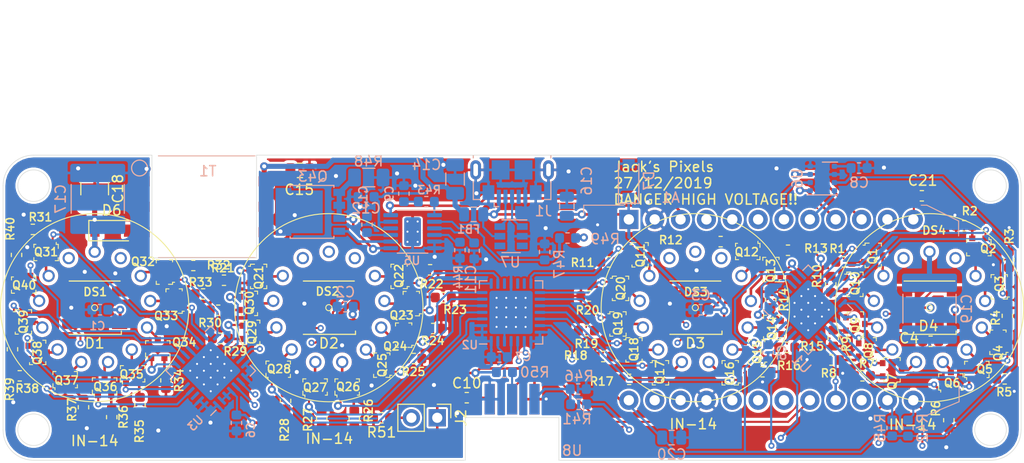
<source format=kicad_pcb>
(kicad_pcb (version 20171130) (host pcbnew "(5.1.4)-1")
  (layers (0 Top.Cu signal) (1 In1.Cu signal) (2 In2.Cu signal) (31 Bottom.Cu signal) (34 B.Paste user) (35 F.Paste user) (36 B.SilkS user) (37 F.SilkS user) (38 B.Mask user) (39 F.Mask user) (44 Edge.Cuts user))
  (net 0 "")
  (net 1 GND)
  (net 2 ANODE)
  (net 3 Pixel_Data)
  (net 4 /DS1_0)
  (net 5 /DS1_9)
  (net 6 /DS1_8)
  (net 7 /DS1_7)
  (net 8 /DS1_6)
  (net 9 /DS1_5)
  (net 10 /DS1_4)
  (net 11 /DS1_3)
  (net 12 /DS1_2)
  (net 13 /DS1_1)
  (net 14 /DS2_1)
  (net 15 /DS2_2)
  (net 16 /DS2_3)
  (net 17 /DS2_4)
  (net 18 /DS2_5)
  (net 19 /DS2_6)
  (net 20 /DS2_7)
  (net 21 /DS2_8)
  (net 22 /DS2_9)
  (net 23 /DS2_0)
  (net 24 /DS3_1)
  (net 25 /DS3_2)
  (net 26 /DS3_3)
  (net 27 /DS3_4)
  (net 28 /DS3_5)
  (net 29 /DS3_6)
  (net 30 /DS3_7)
  (net 31 /DS3_8)
  (net 32 /DS3_9)
  (net 33 /DS3_0)
  (net 34 /DS4_0)
  (net 35 /DS4_9)
  (net 36 /DS4_8)
  (net 37 /DS4_7)
  (net 38 /DS4_6)
  (net 39 /DS4_5)
  (net 40 /DS4_4)
  (net 41 /DS4_3)
  (net 42 /DS4_2)
  (net 43 /DS4_1)
  (net 44 /DS1_0_G)
  (net 45 "Net-(Q1-Pad2)")
  (net 46 /DS2_0_G)
  (net 47 "Net-(Q2-Pad2)")
  (net 48 /DS3_0_G)
  (net 49 "Net-(Q3-Pad2)")
  (net 50 "Net-(Q4-Pad2)")
  (net 51 /DS4_0_G)
  (net 52 /DS1_1_G)
  (net 53 "Net-(Q5-Pad2)")
  (net 54 "Net-(Q6-Pad2)")
  (net 55 /DS2_1_G)
  (net 56 /DS3_1_G)
  (net 57 "Net-(Q7-Pad2)")
  (net 58 /DS4_1_G)
  (net 59 "Net-(Q8-Pad2)")
  (net 60 /DS1_2_G)
  (net 61 "Net-(Q9-Pad2)")
  (net 62 /DS2_2_G)
  (net 63 "Net-(Q10-Pad2)")
  (net 64 "Net-(Q11-Pad2)")
  (net 65 /DS3_2_G)
  (net 66 "Net-(Q12-Pad2)")
  (net 67 /DS4_2_G)
  (net 68 "Net-(Q13-Pad2)")
  (net 69 /DS1_3_G)
  (net 70 /DS2_3_G)
  (net 71 "Net-(Q14-Pad2)")
  (net 72 "Net-(Q15-Pad2)")
  (net 73 /DS3_3_G)
  (net 74 /DS4_3_G)
  (net 75 "Net-(Q16-Pad2)")
  (net 76 "Net-(Q17-Pad2)")
  (net 77 /DS1_4_G)
  (net 78 "Net-(Q18-Pad2)")
  (net 79 /DS2_4_G)
  (net 80 /DS3_4_G)
  (net 81 "Net-(Q19-Pad2)")
  (net 82 "Net-(Q20-Pad2)")
  (net 83 /DS4_4_G)
  (net 84 "Net-(Q21-Pad2)")
  (net 85 /DS1_5_G)
  (net 86 "Net-(Q22-Pad2)")
  (net 87 /DS2_5_G)
  (net 88 /DS3_5_G)
  (net 89 "Net-(Q23-Pad2)")
  (net 90 /DS4_5_G)
  (net 91 "Net-(Q24-Pad2)")
  (net 92 "Net-(Q25-Pad2)")
  (net 93 /DS1_6_G)
  (net 94 /DS2_6_G)
  (net 95 "Net-(Q26-Pad2)")
  (net 96 "Net-(Q27-Pad2)")
  (net 97 /DS3_6_G)
  (net 98 "Net-(Q28-Pad2)")
  (net 99 /DS4_6_G)
  (net 100 "Net-(Q29-Pad2)")
  (net 101 /DS1_7_G)
  (net 102 /DS2_7_G)
  (net 103 "Net-(Q30-Pad2)")
  (net 104 "Net-(Q31-Pad2)")
  (net 105 /DS3_7_G)
  (net 106 /DS4_7_G)
  (net 107 "Net-(Q32-Pad2)")
  (net 108 "Net-(Q33-Pad2)")
  (net 109 /DS1_8_G)
  (net 110 "Net-(Q34-Pad2)")
  (net 111 /DS2_8_G)
  (net 112 /DS3_8_G)
  (net 113 "Net-(Q35-Pad2)")
  (net 114 /DS4_8_G)
  (net 115 "Net-(Q36-Pad2)")
  (net 116 "Net-(Q37-Pad2)")
  (net 117 /DS1_9_G)
  (net 118 "Net-(Q38-Pad2)")
  (net 119 /DS2_9_G)
  (net 120 /DS3_9_G)
  (net 121 "Net-(Q39-Pad2)")
  (net 122 /DS4_9_G)
  (net 123 "Net-(Q40-Pad2)")
  (net 124 SDA)
  (net 125 SCL)
  (net 126 "Net-(D1-Pad2)")
  (net 127 "Net-(R44-Pad1)")
  (net 128 BOOSTEN)
  (net 129 MOTION)
  (net 130 VUSB)
  (net 131 "Net-(C9-Pad2)")
  (net 132 +3V3)
  (net 133 /MCU&Power/V5F)
  (net 134 "Net-(D1-Pad4)")
  (net 135 /MCU&Power/T_HIGH)
  (net 136 "Net-(DS1-Pad13)")
  (net 137 "Net-(DS1-Pad2)")
  (net 138 "Net-(DS2-Pad13)")
  (net 139 "Net-(DS2-Pad2)")
  (net 140 "Net-(DS3-Pad13)")
  (net 141 "Net-(DS3-Pad2)")
  (net 142 "Net-(DS4-Pad13)")
  (net 143 "Net-(DS4-Pad2)")
  (net 144 "Net-(J1-Pad4)")
  (net 145 /MCU&Power/Gate)
  (net 146 /MCU&Power/Sense)
  (net 147 "Net-(R43-Pad1)")
  (net 148 /MCU&Power/FBx)
  (net 149 "Net-(R50-Pad1)")
  (net 150 "Net-(T1-Pad5)")
  (net 151 "Net-(T1-Pad2)")
  (net 152 "Net-(U7-Pad4)")
  (net 153 "Net-(A1-Pad23)")
  (net 154 "Net-(A1-Pad22)")
  (net 155 "Net-(A1-Pad19)")
  (net 156 "Net-(A1-Pad18)")
  (net 157 "Net-(A1-Pad4)")
  (net 158 "Net-(A1-Pad5)")
  (net 159 "Net-(A1-Pad6)")
  (net 160 /MCU&Power/SPI_MOSI)
  (net 161 /MCU&Power/SPI_MISO)
  (net 162 /MCU&Power/SPI_CLK)
  (net 163 /MCU&Power/SPI_CS)
  (net 164 "Net-(A1-Pad11)")
  (net 165 "Net-(J1-Pad3)")
  (net 166 "Net-(J1-Pad2)")
  (net 167 "Net-(U7-Pad3)")
  (net 168 "Net-(U1-Pad4)")
  (net 169 "Net-(U1-Pad3)")
  (net 170 "Net-(U2-Pad12)")
  (net 171 "Net-(U2-Pad13)")
  (net 172 "Net-(U2-Pad10)")
  (net 173 "Net-(U3-Pad16)")
  (net 174 "Net-(U3-Pad3)")
  (net 175 "Net-(U3-Pad7)")
  (net 176 SenseHigh)
  (net 177 "Net-(C13-Pad2)")
  (net 178 "Net-(R41-Pad2)")
  (net 179 "Net-(D2-Pad4)")
  (net 180 "Net-(D3-Pad4)")
  (net 181 Ambient)
  (net 182 PCA_OE)
  (net 183 /MCU&Power/SS)
  (net 184 "Net-(Q43-Pad5)")
  (module Capacitor_SMD:C_2220_5650Metric (layer Bottom.Cu) (at 141 65.1 90)
    (fp_text reference C19 (at 0 3.65 90) (layer B.SilkS) (effects (justify mirror)))
    (fp_text value 2.2uF)
    (pad 2 smd roundrect (at 2.55 0 90) (size 1.8 5.4) (layers Bottom.Cu B.Paste B.Mask) (roundrect_rratio 0.138889) (net 2 ANODE))
    (pad 1 smd roundrect (at -2.55 0 90) (size 1.8 5.4) (layers Bottom.Cu B.Paste B.Mask) (roundrect_rratio 0.138889) (net 1 GND))
  )
  (module Capacitor_SMD:C_2220_5650Metric (layer Bottom.Cu) (at 59.3 54.3 270)
    (fp_text reference C17 (at 0 3.65 90) (layer B.SilkS) (effects (justify mirror)))
    (fp_text value 2.2uF)
    (pad 2 smd roundrect (at 2.55 0 270) (size 1.8 5.4) (layers Bottom.Cu B.Paste B.Mask) (roundrect_rratio 0.138889) (net 2 ANODE))
    (pad 1 smd roundrect (at -2.55 0 270) (size 1.8 5.4) (layers Bottom.Cu B.Paste B.Mask) (roundrect_rratio 0.138889) (net 1 GND))
  )
  (module VeridianDesigns:750312367 (layer Bottom.Cu) (at 69.755 55.075)
    (fp_text reference T1 (at 0.35 -3.5 180) (layer B.SilkS) (effects (justify mirror)))
    (fp_text value 750312367)
    (pad 1 smd rect (at -6 -2.5) (size 1.3 1) (layers Top.Cu F.Paste F.Mask) (net 1 GND))
    (pad 2 smd rect (at -6 0) (size 1.3 1) (layers Top.Cu F.Paste F.Mask) (net 151 "Net-(T1-Pad2)"))
    (pad 3 smd rect (at -6 2.5) (size 1.3 1) (layers Top.Cu F.Paste F.Mask) (net 135 /MCU&Power/T_HIGH))
    (pad 4 smd rect (at 6 2.5) (size 1.3 1) (layers Top.Cu F.Paste F.Mask) (net 184 "Net-(Q43-Pad5)"))
    (pad 5 smd rect (at 6 0) (size 1.3 1) (layers Top.Cu F.Paste F.Mask) (net 150 "Net-(T1-Pad5)"))
    (pad 6 smd rect (at 6 -2.5) (size 1.3 1) (layers Top.Cu F.Paste F.Mask) (net 133 /MCU&Power/V5F))
  )
  (module VeridianDesigns:Nixie_IN_14 (layer Top.Cu) (at 82 65)
    (fp_text reference DS2 (at -0.125 -1.6) (layer F.SilkS) (effects (font (size 0.8 0.8))))
    (fp_text value NIXIE_IN14)
    (fp_text user IN-14 (at 0.05 12.875) (layer F.SilkS))
    (pad 13 thru_hole circle (at -2.548128 -4.87412) (size 1.2 1.2) (drill 0.8) (layers *.Cu *.Mask) (net 138 "Net-(DS2-Pad13)"))
    (pad 12 thru_hole circle (at -4.521792 -3.131037) (size 1.2 1.2) (drill 0.8) (layers *.Cu *.Mask) (net 33 /DS3_0))
    (pad 11 thru_hole circle (at -5.459004 -0.670281) (size 1.2 1.2) (drill 0.8) (layers *.Cu *.Mask) (net 32 /DS3_9))
    (pad 10 thru_hole circle (at -5.144942 1.944112) (size 1.2 1.2) (drill 0.8) (layers *.Cu *.Mask) (net 31 /DS3_8))
    (pad 9 thru_hole circle (at -3.651594 4.112889) (size 1.2 1.2) (drill 0.8) (layers *.Cu *.Mask) (net 30 /DS3_7))
    (pad 8 thru_hole circle (at -1.321254 5.338941) (size 1.2 1.2) (drill 0.8) (layers *.Cu *.Mask) (net 29 /DS3_6))
    (pad 7 thru_hole circle (at 1.311934 5.341239) (size 1.2 1.2) (drill 0.8) (layers *.Cu *.Mask) (net 28 /DS3_5))
    (pad 6 thru_hole circle (at 3.64441 4.119256) (size 1.2 1.2) (drill 0.8) (layers *.Cu *.Mask) (net 27 /DS3_4))
    (pad 5 thru_hole circle (at 5.141541 1.953088) (size 1.2 1.2) (drill 0.8) (layers *.Cu *.Mask) (net 26 /DS3_3))
    (pad 4 thru_hole circle (at 5.460165 -0.660753) (size 1.2 1.2) (drill 0.8) (layers *.Cu *.Mask) (net 25 /DS3_2))
    (pad 3 thru_hole circle (at 4.52725 -3.123141) (size 1.2 1.2) (drill 0.8) (layers *.Cu *.Mask) (net 24 /DS3_1))
    (pad 2 thru_hole circle (at 2.556631 -4.869665) (size 1.2 1.2) (drill 0.8) (layers *.Cu *.Mask) (net 139 "Net-(DS2-Pad2)"))
    (pad 1 thru_hole circle (at 0 -5.5) (size 1.2 1.2) (drill 0.8) (layers *.Cu *.Mask) (net 2 ANODE))
  )
  (module VeridianDesigns:Nixie_IN_14 (layer Top.Cu) (at 59 65)
    (fp_text reference DS1 (at 0.05 -1.55) (layer F.SilkS) (effects (font (size 0.8 0.8))))
    (fp_text value NIXIE_IN14)
    (fp_text user IN-14 (at 0 13.1) (layer F.SilkS))
    (pad 13 thru_hole circle (at -2.548128 -4.87412) (size 1.2 1.2) (drill 0.8) (layers *.Cu *.Mask) (net 136 "Net-(DS1-Pad13)"))
    (pad 12 thru_hole circle (at -4.521792 -3.131037) (size 1.2 1.2) (drill 0.8) (layers *.Cu *.Mask) (net 34 /DS4_0))
    (pad 11 thru_hole circle (at -5.459004 -0.670281) (size 1.2 1.2) (drill 0.8) (layers *.Cu *.Mask) (net 35 /DS4_9))
    (pad 10 thru_hole circle (at -5.144942 1.944112) (size 1.2 1.2) (drill 0.8) (layers *.Cu *.Mask) (net 36 /DS4_8))
    (pad 9 thru_hole circle (at -3.651594 4.112889) (size 1.2 1.2) (drill 0.8) (layers *.Cu *.Mask) (net 37 /DS4_7))
    (pad 8 thru_hole circle (at -1.321254 5.338941) (size 1.2 1.2) (drill 0.8) (layers *.Cu *.Mask) (net 38 /DS4_6))
    (pad 7 thru_hole circle (at 1.311934 5.341239) (size 1.2 1.2) (drill 0.8) (layers *.Cu *.Mask) (net 39 /DS4_5))
    (pad 6 thru_hole circle (at 3.64441 4.119256) (size 1.2 1.2) (drill 0.8) (layers *.Cu *.Mask) (net 40 /DS4_4))
    (pad 5 thru_hole circle (at 5.141541 1.953088) (size 1.2 1.2) (drill 0.8) (layers *.Cu *.Mask) (net 41 /DS4_3))
    (pad 4 thru_hole circle (at 5.460165 -0.660753) (size 1.2 1.2) (drill 0.8) (layers *.Cu *.Mask) (net 42 /DS4_2))
    (pad 3 thru_hole circle (at 4.52725 -3.123141) (size 1.2 1.2) (drill 0.8) (layers *.Cu *.Mask) (net 43 /DS4_1))
    (pad 2 thru_hole circle (at 2.556631 -4.869665) (size 1.2 1.2) (drill 0.8) (layers *.Cu *.Mask) (net 137 "Net-(DS1-Pad2)"))
    (pad 1 thru_hole circle (at 0 -5.5) (size 1.2 1.2) (drill 0.8) (layers *.Cu *.Mask) (net 2 ANODE))
  )
  (module VeridianDesigns:Nixie_IN_14 (layer Top.Cu) (at 118 65)
    (fp_text reference DS3 (at 0.05 -1.55) (layer F.SilkS) (effects (font (size 0.8 0.8))))
    (fp_text value NIXIE_IN14)
    (fp_text user IN-14 (at -0.2 11.45) (layer F.SilkS))
    (pad 13 thru_hole circle (at -2.548128 -4.87412) (size 1.2 1.2) (drill 0.8) (layers *.Cu *.Mask) (net 140 "Net-(DS3-Pad13)"))
    (pad 12 thru_hole circle (at -4.521792 -3.131037) (size 1.2 1.2) (drill 0.8) (layers *.Cu *.Mask) (net 23 /DS2_0))
    (pad 11 thru_hole circle (at -5.459004 -0.670281) (size 1.2 1.2) (drill 0.8) (layers *.Cu *.Mask) (net 22 /DS2_9))
    (pad 10 thru_hole circle (at -5.144942 1.944112) (size 1.2 1.2) (drill 0.8) (layers *.Cu *.Mask) (net 21 /DS2_8))
    (pad 9 thru_hole circle (at -3.651594 4.112889) (size 1.2 1.2) (drill 0.8) (layers *.Cu *.Mask) (net 20 /DS2_7))
    (pad 8 thru_hole circle (at -1.321254 5.338941) (size 1.2 1.2) (drill 0.8) (layers *.Cu *.Mask) (net 19 /DS2_6))
    (pad 7 thru_hole circle (at 1.311934 5.341239) (size 1.2 1.2) (drill 0.8) (layers *.Cu *.Mask) (net 18 /DS2_5))
    (pad 6 thru_hole circle (at 3.64441 4.119256) (size 1.2 1.2) (drill 0.8) (layers *.Cu *.Mask) (net 17 /DS2_4))
    (pad 5 thru_hole circle (at 5.141541 1.953088) (size 1.2 1.2) (drill 0.8) (layers *.Cu *.Mask) (net 16 /DS2_3))
    (pad 4 thru_hole circle (at 5.460165 -0.660753) (size 1.2 1.2) (drill 0.8) (layers *.Cu *.Mask) (net 15 /DS2_2))
    (pad 3 thru_hole circle (at 4.52725 -3.123141) (size 1.2 1.2) (drill 0.8) (layers *.Cu *.Mask) (net 14 /DS2_1))
    (pad 2 thru_hole circle (at 2.556631 -4.869665) (size 1.2 1.2) (drill 0.8) (layers *.Cu *.Mask) (net 141 "Net-(DS3-Pad2)"))
    (pad 1 thru_hole circle (at 0 -5.5) (size 1.2 1.2) (drill 0.8) (layers *.Cu *.Mask) (net 2 ANODE))
  )
  (module VeridianDesigns:Nixie_IN_14 (layer Top.Cu) (at 141 65)
    (fp_text reference DS4 (at 0.45 -7.6) (layer F.SilkS) (effects (font (size 0.8 0.8))))
    (fp_text value NIXIE_IN14)
    (fp_text user IN-14 (at -1.65 11.5) (layer F.SilkS))
    (pad 13 thru_hole circle (at -2.548128 -4.87412) (size 1.2 1.2) (drill 0.8) (layers *.Cu *.Mask) (net 142 "Net-(DS4-Pad13)"))
    (pad 12 thru_hole circle (at -4.521792 -3.131037) (size 1.2 1.2) (drill 0.8) (layers *.Cu *.Mask) (net 4 /DS1_0))
    (pad 11 thru_hole circle (at -5.459004 -0.670281) (size 1.2 1.2) (drill 0.8) (layers *.Cu *.Mask) (net 5 /DS1_9))
    (pad 10 thru_hole circle (at -5.144942 1.944112) (size 1.2 1.2) (drill 0.8) (layers *.Cu *.Mask) (net 6 /DS1_8))
    (pad 9 thru_hole circle (at -3.651594 4.112889) (size 1.2 1.2) (drill 0.8) (layers *.Cu *.Mask) (net 7 /DS1_7))
    (pad 8 thru_hole circle (at -1.321254 5.338941) (size 1.2 1.2) (drill 0.8) (layers *.Cu *.Mask) (net 8 /DS1_6))
    (pad 7 thru_hole circle (at 1.311934 5.341239) (size 1.2 1.2) (drill 0.8) (layers *.Cu *.Mask) (net 9 /DS1_5))
    (pad 6 thru_hole circle (at 3.64441 4.119256) (size 1.2 1.2) (drill 0.8) (layers *.Cu *.Mask) (net 10 /DS1_4))
    (pad 5 thru_hole circle (at 5.141541 1.953088) (size 1.2 1.2) (drill 0.8) (layers *.Cu *.Mask) (net 11 /DS1_3))
    (pad 4 thru_hole circle (at 5.460165 -0.660753) (size 1.2 1.2) (drill 0.8) (layers *.Cu *.Mask) (net 12 /DS1_2))
    (pad 3 thru_hole circle (at 4.52725 -3.123141) (size 1.2 1.2) (drill 0.8) (layers *.Cu *.Mask) (net 13 /DS1_1))
    (pad 2 thru_hole circle (at 2.556631 -4.869665) (size 1.2 1.2) (drill 0.8) (layers *.Cu *.Mask) (net 143 "Net-(DS4-Pad2)"))
    (pad 1 thru_hole circle (at 0 -5.5) (size 1.2 1.2) (drill 0.8) (layers *.Cu *.Mask) (net 2 ANODE))
  )
  (module Capacitor_SMD:C_1210_3225Metric (layer Top.Cu) (at 59 53.3 270)
    (fp_text reference C18 (at 0 -2.28 90) (layer F.SilkS))
    (fp_text value 100nF)
    (pad 2 smd roundrect (at 1.4 0 270) (size 1.25 2.65) (layers Top.Cu F.Paste F.Mask) (roundrect_rratio 0.2) (net 2 ANODE))
    (pad 1 smd roundrect (at -1.4 0 270) (size 1.25 2.65) (layers Top.Cu F.Paste F.Mask) (roundrect_rratio 0.2) (net 1 GND))
  )
  (module Capacitor_SMD:C_0805_2012Metric (layer Bottom.Cu) (at 105.375 55.025 90)
    (fp_text reference C16 (at 2.5 1.95 90) (layer B.SilkS) (effects (justify mirror)))
    (fp_text value 10uF)
    (pad 2 smd roundrect (at 0.9375 0 90) (size 0.975 1.4) (layers Bottom.Cu B.Paste B.Mask) (net 1 GND))
    (pad 1 smd roundrect (at -0.9375 0 90) (size 0.975 1.4) (layers Bottom.Cu B.Paste B.Mask) (net 130 VUSB))
  )
  (module Diode_SMD:D_SOD-123 (layer Bottom.Cu) (at 111.45 52.5 90)
    (fp_text reference D7 (at 0 2 90) (layer B.SilkS) (effects (justify mirror)))
    (fp_text value D_Schottky)
    (pad 2 smd rect (at 1.65 0 90) (size 0.9 1.2) (layers Bottom.Cu B.Paste B.Mask) (net 1 GND))
    (pad 1 smd rect (at -1.65 0 90) (size 0.9 1.2) (layers Bottom.Cu B.Paste B.Mask) (net 130 VUSB))
  )
  (module Capacitor_SMD:C_0603_1608Metric (layer Top.Cu) (at 140.25 54 180)
    (fp_text reference C21 (at -0.075 1.5) (layer F.SilkS))
    (fp_text value 0.1uF)
    (pad 2 smd roundrect (at 0.7875 0 180) (size 0.875 0.95) (layers Top.Cu F.Paste F.Mask) (net 181 Ambient))
    (pad 1 smd roundrect (at -0.7875 0 180) (size 0.875 0.95) (layers Top.Cu F.Paste F.Mask) (net 1 GND))
  )
  (module Connector_PinHeader_2.54mm:PinHeader_1x02_P2.54mm_Vertical (layer Top.Cu) (at 92.65 75.825 270)
    (fp_text reference J2 (at 0 -2.33 90) (layer F.SilkS))
    (fp_text value Conn_01x02_Female)
    (pad 2 thru_hole oval (at 0 2.54 270) (size 1.7 1.7) (drill 1) (layers *.Cu *.Mask) (net 181 Ambient))
    (pad 1 thru_hole rect (at 0 0 270) (size 1.7 1.7) (drill 1) (layers *.Cu *.Mask) (net 132 +3V3))
  )
  (module Resistor_SMD:R_0603_1608Metric (layer Top.Cu) (at 87.175 75.825 180)
    (fp_text reference R51 (at 0 -1.43 180) (layer F.SilkS))
    (fp_text value 4.7k)
    (pad 2 smd roundrect (at 0.7875 0 180) (size 0.875 0.95) (layers Top.Cu F.Paste F.Mask) (net 1 GND))
    (pad 1 smd roundrect (at -0.7875 0 180) (size 0.875 0.95) (layers Top.Cu F.Paste F.Mask) (net 181 Ambient))
  )
  (module Capacitor_SMD:C_0805_2012Metric (layer Bottom.Cu) (at 115.675 77.775)
    (fp_text reference C20 (at 0 1.65) (layer B.SilkS) (effects (justify mirror)))
    (fp_text value 10uF)
    (pad 2 smd roundrect (at 0.9375 0) (size 0.975 1.4) (layers Bottom.Cu B.Paste B.Mask) (net 1 GND))
    (pad 1 smd roundrect (at -0.9375 0) (size 0.975 1.4) (layers Bottom.Cu B.Paste B.Mask) (net 132 +3V3))
  )
  (module Resistor_SMD:R_0603_1608Metric (layer Bottom.Cu) (at 106.5 73)
    (fp_text reference R46 (at 0.075 -1.275) (layer B.SilkS) (effects (justify mirror)))
    (fp_text value 86.6k)
    (pad 2 smd roundrect (at 0.7875 0) (size 0.875 0.95) (layers Bottom.Cu B.Paste B.Mask) (net 1 GND))
    (pad 1 smd roundrect (at -0.7875 0) (size 0.875 0.95) (layers Bottom.Cu B.Paste B.Mask) (net 178 "Net-(R41-Pad2)"))
  )
  (module Resistor_SMD:R_0603_1608Metric (layer Bottom.Cu) (at 106.5375 74.5 180)
    (fp_text reference R41 (at 0.1625 -1.45) (layer B.SilkS) (effects (justify mirror)))
    (fp_text value 1M)
    (pad 2 smd roundrect (at 0.7875 0 180) (size 0.875 0.95) (layers Bottom.Cu B.Paste B.Mask) (net 178 "Net-(R41-Pad2)"))
    (pad 1 smd roundrect (at -0.7875 0 180) (size 0.875 0.95) (layers Bottom.Cu B.Paste B.Mask) (net 176 SenseHigh))
  )
  (module LED_SMD:LED_Inolux_IN-PI554FCH_PLCC4_5.0x5.0mm_P3.2mm (layer Top.Cu) (at 141 65 180)
    (fp_text reference D4 (at 0.1 -1.8) (layer F.SilkS))
    (fp_text value IN-PI55QATPRPGPBPW)
    (pad 1 smd rect (at -2.45 -1.6 180) (size 1.5 1) (layers Top.Cu F.Paste F.Mask) (net 130 VUSB))
    (pad 2 smd rect (at -2.45 1.6 180) (size 1.5 1) (layers Top.Cu F.Paste F.Mask) (net 180 "Net-(D3-Pad4)"))
    (pad 4 smd rect (at 2.45 -1.6 180) (size 1.5 1) (layers Top.Cu F.Paste F.Mask) (net 3 Pixel_Data))
    (pad 3 smd rect (at 2.45 1.6 180) (size 1.5 1) (layers Top.Cu F.Paste F.Mask) (net 1 GND))
  )
  (module LED_SMD:LED_Inolux_IN-PI554FCH_PLCC4_5.0x5.0mm_P3.2mm (layer Top.Cu) (at 118 65 180)
    (fp_text reference D3 (at 0 -3.5) (layer F.SilkS))
    (fp_text value IN-PI55QATPRPGPBPW)
    (pad 1 smd rect (at -2.45 -1.6 180) (size 1.5 1) (layers Top.Cu F.Paste F.Mask) (net 130 VUSB))
    (pad 2 smd rect (at -2.45 1.6 180) (size 1.5 1) (layers Top.Cu F.Paste F.Mask) (net 179 "Net-(D2-Pad4)"))
    (pad 4 smd rect (at 2.45 -1.6 180) (size 1.5 1) (layers Top.Cu F.Paste F.Mask) (net 180 "Net-(D3-Pad4)"))
    (pad 3 smd rect (at 2.45 1.6 180) (size 1.5 1) (layers Top.Cu F.Paste F.Mask) (net 1 GND))
  )
  (module LED_SMD:LED_Inolux_IN-PI554FCH_PLCC4_5.0x5.0mm_P3.2mm (layer Top.Cu) (at 82 65 180)
    (fp_text reference D2 (at 0 -3.5) (layer F.SilkS))
    (fp_text value IN-PI55QATPRPGPBPW)
    (pad 1 smd rect (at -2.45 -1.6 180) (size 1.5 1) (layers Top.Cu F.Paste F.Mask) (net 130 VUSB))
    (pad 2 smd rect (at -2.45 1.6 180) (size 1.5 1) (layers Top.Cu F.Paste F.Mask) (net 134 "Net-(D1-Pad4)"))
    (pad 4 smd rect (at 2.45 -1.6 180) (size 1.5 1) (layers Top.Cu F.Paste F.Mask) (net 179 "Net-(D2-Pad4)"))
    (pad 3 smd rect (at 2.45 1.6 180) (size 1.5 1) (layers Top.Cu F.Paste F.Mask) (net 1 GND))
  )
  (module LED_SMD:LED_Inolux_IN-PI554FCH_PLCC4_5.0x5.0mm_P3.2mm (layer Top.Cu) (at 59 65 180)
    (fp_text reference D1 (at 0 -3.5) (layer F.SilkS))
    (fp_text value IN-PI55QATPRPGPBPW)
    (pad 1 smd rect (at -2.45 -1.6 180) (size 1.5 1) (layers Top.Cu F.Paste F.Mask) (net 130 VUSB))
    (pad 2 smd rect (at -2.45 1.6 180) (size 1.5 1) (layers Top.Cu F.Paste F.Mask) (net 126 "Net-(D1-Pad2)"))
    (pad 4 smd rect (at 2.45 -1.6 180) (size 1.5 1) (layers Top.Cu F.Paste F.Mask) (net 134 "Net-(D1-Pad4)"))
    (pad 3 smd rect (at 2.45 1.6 180) (size 1.5 1) (layers Top.Cu F.Paste F.Mask) (net 1 GND))
  )
  (module Capacitor_SMD:C_0603_1608Metric (layer Top.Cu) (at 141.1125 68.3 180)
    (fp_text reference C4 (at 2.1125 0.3) (layer F.SilkS))
    (fp_text value 0.1uF)
    (pad 2 smd roundrect (at 0.7875 0 180) (size 0.875 0.95) (layers Top.Cu F.Paste F.Mask) (net 1 GND))
    (pad 1 smd roundrect (at -0.7875 0 180) (size 0.875 0.95) (layers Top.Cu F.Paste F.Mask) (net 130 VUSB))
  )
  (module Capacitor_SMD:C_0603_1608Metric (layer Bottom.Cu) (at 118.525 65.2 180)
    (fp_text reference C3 (at 0 1.43) (layer B.SilkS) (effects (justify mirror)))
    (fp_text value 0.1uF)
    (pad 2 smd roundrect (at 0.7875 0 180) (size 0.875 0.95) (layers Bottom.Cu B.Paste B.Mask) (net 1 GND))
    (pad 1 smd roundrect (at -0.7875 0 180) (size 0.875 0.95) (layers Bottom.Cu B.Paste B.Mask) (net 130 VUSB))
  )
  (module Capacitor_SMD:C_0603_1608Metric (layer Bottom.Cu) (at 83.6125 64.9 180)
    (fp_text reference C2 (at 0 1.43) (layer B.SilkS) (effects (justify mirror)))
    (fp_text value 0.1uF)
    (pad 2 smd roundrect (at 0.7875 0 180) (size 0.875 0.95) (layers Bottom.Cu B.Paste B.Mask) (net 1 GND))
    (pad 1 smd roundrect (at -0.7875 0 180) (size 0.875 0.95) (layers Bottom.Cu B.Paste B.Mask) (net 130 VUSB))
  )
  (module VeridianDesigns:AM612_Horz (layer Bottom.Cu) (at 100 75.5 180)
    (fp_text reference U8 (at -5.9 -3.55) (layer B.SilkS) (effects (justify mirror)))
    (fp_text value AM612)
    (pad 6 smd rect (at -2.2 1.5 180) (size 1 3) (layers Top.Cu F.Paste F.Mask) (net 1 GND))
    (pad 5 smd rect (at 0 1.5 180) (size 1 3) (layers Top.Cu F.Paste F.Mask) (net 129 MOTION))
    (pad 4 smd rect (at 2.2 1.5 180) (size 1 3) (layers Top.Cu F.Paste F.Mask) (net 132 +3V3))
    (pad 3 smd rect (at 2.2 1.5 180) (size 1 3) (layers Bottom.Cu B.Paste B.Mask) (net 1 GND))
    (pad 2 smd rect (at 0 1.5 180) (size 1 3) (layers Bottom.Cu B.Paste B.Mask) (net 149 "Net-(R50-Pad1)"))
    (pad 1 smd rect (at -2.2 1.5 180) (size 1 3) (layers Bottom.Cu B.Paste B.Mask) (net 178 "Net-(R41-Pad2)"))
  )
  (module Package_TO_SOT_SMD:SOT-23-6 (layer Bottom.Cu) (at 99.9 57.975 180)
    (fp_text reference U7 (at 0.075 -2.55) (layer B.SilkS) (effects (justify mirror)))
    (fp_text value TPS2514)
    (pad 5 smd rect (at 1.1 0 180) (size 1.06 0.65) (layers Bottom.Cu B.Paste B.Mask) (net 130 VUSB))
    (pad 6 smd rect (at 1.1 0.95 180) (size 1.06 0.65) (layers Bottom.Cu B.Paste B.Mask) (net 166 "Net-(J1-Pad2)"))
    (pad 4 smd rect (at 1.1 -0.95 180) (size 1.06 0.65) (layers Bottom.Cu B.Paste B.Mask) (net 152 "Net-(U7-Pad4)"))
    (pad 3 smd rect (at -1.1 -0.95 180) (size 1.06 0.65) (layers Bottom.Cu B.Paste B.Mask) (net 167 "Net-(U7-Pad3)"))
    (pad 2 smd rect (at -1.1 0 180) (size 1.06 0.65) (layers Bottom.Cu B.Paste B.Mask) (net 1 GND))
    (pad 1 smd rect (at -1.1 0.95 180) (size 1.06 0.65) (layers Bottom.Cu B.Paste B.Mask) (net 165 "Net-(J1-Pad3)"))
  )
  (module Connector_USB:USB_Micro-B_GCT_USB3076-30-A (layer Bottom.Cu) (at 100 52.65)
    (fp_text reference J1 (at 3.075 2.85) (layer B.SilkS) (effects (justify mirror)))
    (fp_text value USB_B_Micro)
    (pad 6 smd rect (at -2.32 1.03) (size 1.15 1.45) (layers Bottom.Cu B.Paste B.Mask) (net 1 GND))
    (pad 6 smd rect (at 2.32 1.03) (size 1.15 1.45) (layers Bottom.Cu B.Paste B.Mask) (net 1 GND))
    (pad 6 thru_hole oval (at 3.575 -1.2) (size 1.05 1.9) (drill oval 0.45 1.25) (layers *.Cu *.Mask) (net 1 GND))
    (pad 6 thru_hole oval (at -3.575 -1.2 180) (size 1.05 1.9) (drill oval 0.45 1.25) (layers *.Cu *.Mask) (net 1 GND))
    (pad 6 smd rect (at -1.125 -1.2) (size 1.75 1.9) (layers Bottom.Cu B.Paste B.Mask) (net 1 GND))
    (pad 3 smd rect (at 0 1.45) (size 0.4 1.4) (layers Bottom.Cu B.Paste B.Mask) (net 165 "Net-(J1-Pad3)"))
    (pad 4 smd rect (at 0.65 1.45) (size 0.4 1.4) (layers Bottom.Cu B.Paste B.Mask) (net 144 "Net-(J1-Pad4)"))
    (pad 5 smd rect (at 1.3 1.45) (size 0.4 1.4) (layers Bottom.Cu B.Paste B.Mask) (net 1 GND))
    (pad 1 smd rect (at -1.3 1.45) (size 0.4 1.4) (layers Bottom.Cu B.Paste B.Mask) (net 130 VUSB))
    (pad 2 smd rect (at -0.65 1.45) (size 0.4 1.4) (layers Bottom.Cu B.Paste B.Mask) (net 166 "Net-(J1-Pad2)"))
    (pad 6 smd rect (at 1.125 -1.2) (size 1.75 1.9) (layers Bottom.Cu B.Paste B.Mask) (net 1 GND))
  )
  (module Package_LGA:Bosch_LGA-8_3x3mm_P0.8mm_ClockwisePinNumbering (layer Bottom.Cu) (at 130.475 52.295 270)
    (fp_text reference U6 (at 0 2.45 90) (layer B.SilkS) (effects (justify mirror)))
    (fp_text value BME680)
    (pad 8 smd roundrect (at -1.2 -1.1875 270) (size 0.5 0.525) (layers Bottom.Cu B.Paste B.Mask) (net 132 +3V3))
    (pad 7 smd roundrect (at -0.4 -1.1875 270) (size 0.5 0.525) (layers Bottom.Cu B.Paste B.Mask) (net 1 GND))
    (pad 6 smd roundrect (at 0.4 -1.1875 270) (size 0.5 0.525) (layers Bottom.Cu B.Paste B.Mask) (net 132 +3V3))
    (pad 5 smd roundrect (at 1.2 -1.1875 270) (size 0.5 0.525) (layers Bottom.Cu B.Paste B.Mask) (net 161 /MCU&Power/SPI_MISO))
    (pad 4 smd roundrect (at 1.2 1.1875 270) (size 0.5 0.525) (layers Bottom.Cu B.Paste B.Mask) (net 162 /MCU&Power/SPI_CLK))
    (pad 3 smd roundrect (at 0.4 1.1875 270) (size 0.5 0.525) (layers Bottom.Cu B.Paste B.Mask) (net 160 /MCU&Power/SPI_MOSI))
    (pad 2 smd roundrect (at -0.4 1.1875 270) (size 0.5 0.525) (layers Bottom.Cu B.Paste B.Mask) (net 163 /MCU&Power/SPI_CS))
    (pad 1 smd roundrect (at -1.2 1.1875 270) (size 0.5 0.525) (layers Bottom.Cu B.Paste B.Mask) (net 1 GND))
  )
  (module Resistor_SMD:R_0603_1608Metric (layer Bottom.Cu) (at 137.335 76.825 90)
    (fp_text reference R45 (at 0 -1.185 90) (layer B.SilkS) (effects (justify mirror)))
    (fp_text value 4.7k)
    (pad 2 smd roundrect (at 0.7875 0 90) (size 0.875 0.95) (layers Bottom.Cu B.Paste B.Mask) (net 125 SCL))
    (pad 1 smd roundrect (at -0.7875 0 90) (size 0.875 0.95) (layers Bottom.Cu B.Paste B.Mask) (net 132 +3V3))
  )
  (module Resistor_SMD:R_0603_1608Metric (layer Bottom.Cu) (at 138.885 76.8375 90)
    (fp_text reference R42 (at 0 1.43 90) (layer B.SilkS) (effects (justify mirror)))
    (fp_text value 4.7k)
    (pad 2 smd roundrect (at 0.7875 0 90) (size 0.875 0.95) (layers Bottom.Cu B.Paste B.Mask) (net 124 SDA))
    (pad 1 smd roundrect (at -0.7875 0 90) (size 0.875 0.95) (layers Bottom.Cu B.Paste B.Mask) (net 132 +3V3))
  )
  (module Capacitor_SMD:C_0603_1608Metric (layer Top.Cu) (at 95.55 73.85)
    (fp_text reference C10 (at 0 -1.43) (layer F.SilkS))
    (fp_text value 0.1uF)
    (pad 2 smd roundrect (at 0.7875 0) (size 0.875 0.95) (layers Top.Cu F.Paste F.Mask) (net 132 +3V3))
    (pad 1 smd roundrect (at -0.7875 0) (size 0.875 0.95) (layers Top.Cu F.Paste F.Mask) (net 1 GND))
  )
  (module Capacitor_SMD:C_0603_1608Metric (layer Bottom.Cu) (at 134.0875 51.27)
    (fp_text reference C8 (at 0 1.43) (layer B.SilkS) (effects (justify mirror)))
    (fp_text value 0.1uF)
    (pad 2 smd roundrect (at 0.7875 0) (size 0.875 0.95) (layers Bottom.Cu B.Paste B.Mask) (net 1 GND))
    (pad 1 smd roundrect (at -0.7875 0) (size 0.875 0.95) (layers Bottom.Cu B.Paste B.Mask) (net 132 +3V3))
  )
  (module digikey-footprints:Particle_Photon (layer Bottom.Cu) (at 139.41 56.32 270)
    (fp_text reference A1 (at -2.145 23.835 180) (layer B.SilkS) (effects (justify mirror)))
    (fp_text value PHOTONH)
    (pad 24 thru_hole circle (at 17.78 27.94 270) (size 1.8796 1.8796) (drill 1.016) (layers *.Cu *.Mask) (net 132 +3V3))
    (pad 23 thru_hole circle (at 17.78 25.4 270) (size 1.8796 1.8796) (drill 1.016) (layers *.Cu *.Mask) (net 153 "Net-(A1-Pad23)"))
    (pad 22 thru_hole circle (at 17.78 22.86 270) (size 1.8796 1.8796) (drill 1.016) (layers *.Cu *.Mask) (net 154 "Net-(A1-Pad22)"))
    (pad 21 thru_hole circle (at 17.78 20.32 270) (size 1.8796 1.8796) (drill 1.016) (layers *.Cu *.Mask) (net 1 GND))
    (pad 20 thru_hole circle (at 17.78 17.78 270) (size 1.8796 1.8796) (drill 1.016) (layers *.Cu *.Mask) (net 176 SenseHigh))
    (pad 19 thru_hole circle (at 17.78 15.24 270) (size 1.8796 1.8796) (drill 1.016) (layers *.Cu *.Mask) (net 155 "Net-(A1-Pad19)"))
    (pad 18 thru_hole circle (at 17.78 12.7 270) (size 1.8796 1.8796) (drill 1.016) (layers *.Cu *.Mask) (net 156 "Net-(A1-Pad18)"))
    (pad 17 thru_hole circle (at 17.78 10.16 270) (size 1.8796 1.8796) (drill 1.016) (layers *.Cu *.Mask) (net 129 MOTION))
    (pad 16 thru_hole circle (at 17.78 7.62 270) (size 1.8796 1.8796) (drill 1.016) (layers *.Cu *.Mask) (net 182 PCA_OE))
    (pad 15 thru_hole circle (at 17.78 5.08 270) (size 1.8796 1.8796) (drill 1.016) (layers *.Cu *.Mask) (net 3 Pixel_Data))
    (pad 14 thru_hole circle (at 17.78 2.54 270) (size 1.8796 1.8796) (drill 1.016) (layers *.Cu *.Mask) (net 125 SCL))
    (pad 13 thru_hole circle (at 17.78 0 270) (size 1.8796 1.8796) (drill 1.016) (layers *.Cu *.Mask) (net 124 SDA))
    (pad 1 thru_hole rect (at 0 27.94 270) (size 1.8796 1.8796) (drill 1.016) (layers *.Cu *.Mask) (net 130 VUSB))
    (pad 2 thru_hole circle (at 0 25.4 270) (size 1.8796 1.8796) (drill 1.016) (layers *.Cu *.Mask) (net 1 GND))
    (pad 3 thru_hole circle (at 0 22.86 270) (size 1.8796 1.8796) (drill 1.016) (layers *.Cu *.Mask) (net 128 BOOSTEN))
    (pad 4 thru_hole circle (at 0 20.32 270) (size 1.8796 1.8796) (drill 1.016) (layers *.Cu *.Mask) (net 157 "Net-(A1-Pad4)"))
    (pad 5 thru_hole circle (at 0 17.78 270) (size 1.8796 1.8796) (drill 1.016) (layers *.Cu *.Mask) (net 158 "Net-(A1-Pad5)"))
    (pad 6 thru_hole circle (at 0 15.24 270) (size 1.8796 1.8796) (drill 1.016) (layers *.Cu *.Mask) (net 159 "Net-(A1-Pad6)"))
    (pad 7 thru_hole circle (at 0 12.7 270) (size 1.8796 1.8796) (drill 1.016) (layers *.Cu *.Mask) (net 160 /MCU&Power/SPI_MOSI))
    (pad 8 thru_hole circle (at 0 10.16 270) (size 1.8796 1.8796) (drill 1.016) (layers *.Cu *.Mask) (net 161 /MCU&Power/SPI_MISO))
    (pad 9 thru_hole circle (at 0 7.62 270) (size 1.8796 1.8796) (drill 1.016) (layers *.Cu *.Mask) (net 162 /MCU&Power/SPI_CLK))
    (pad 10 thru_hole circle (at 0 5.08 270) (size 1.8796 1.8796) (drill 1.016) (layers *.Cu *.Mask) (net 163 /MCU&Power/SPI_CS))
    (pad 11 thru_hole circle (at 0 2.54 270) (size 1.8796 1.8796) (drill 1.016) (layers *.Cu *.Mask) (net 164 "Net-(A1-Pad11)"))
    (pad 12 thru_hole circle (at 0 0 270) (size 1.8796 1.8796) (drill 1.016) (layers *.Cu *.Mask) (net 181 Ambient))
  )
  (module Package_DFN_QFN:QFN-28-1EP_6x6mm_P0.65mm_EP4.25x4.25mm_ThermalVias (layer Bottom.Cu) (at 129.09 65.2 315)
    (fp_text reference U1 (at 3.27744 4.217892 135) (layer B.SilkS) (effects (justify mirror)))
    (fp_text value PCA9685BS)
    (pad 28 smd roundrect (at -1.95 2.8375 315) (size 0.3 1.025) (layers Bottom.Cu B.Paste B.Mask) (net 1 GND))
    (pad 27 smd roundrect (at -1.3 2.8375 315) (size 0.3 1.025) (layers Bottom.Cu B.Paste B.Mask) (net 1 GND))
    (pad 26 smd roundrect (at -0.65 2.8375 315) (size 0.3 1.025) (layers Bottom.Cu B.Paste B.Mask) (net 132 +3V3))
    (pad 25 smd roundrect (at 0 2.8375 315) (size 0.3 1.025) (layers Bottom.Cu B.Paste B.Mask) (net 132 +3V3))
    (pad 24 smd roundrect (at 0.65 2.8375 315) (size 0.3 1.025) (layers Bottom.Cu B.Paste B.Mask) (net 124 SDA))
    (pad 23 smd roundrect (at 1.3 2.8375 315) (size 0.3 1.025) (layers Bottom.Cu B.Paste B.Mask) (net 125 SCL))
    (pad 22 smd roundrect (at 1.95 2.8375 315) (size 0.3 1.025) (layers Bottom.Cu B.Paste B.Mask) (net 1 GND))
    (pad 21 smd roundrect (at 2.8375 1.95 315) (size 1.025 0.3) (layers Bottom.Cu B.Paste B.Mask) (net 1 GND))
    (pad 20 smd roundrect (at 2.8375 1.3 315) (size 1.025 0.3) (layers Bottom.Cu B.Paste B.Mask) (net 182 PCA_OE))
    (pad 19 smd roundrect (at 2.8375 0.65 315) (size 1.025 0.3) (layers Bottom.Cu B.Paste B.Mask) (net 85 /DS1_5_G))
    (pad 18 smd roundrect (at 2.8375 0 315) (size 1.025 0.3) (layers Bottom.Cu B.Paste B.Mask) (net 77 /DS1_4_G))
    (pad 17 smd roundrect (at 2.8375 -0.65 315) (size 1.025 0.3) (layers Bottom.Cu B.Paste B.Mask) (net 93 /DS1_6_G))
    (pad 16 smd roundrect (at 2.8375 -1.3 315) (size 1.025 0.3) (layers Bottom.Cu B.Paste B.Mask) (net 101 /DS1_7_G))
    (pad 15 smd roundrect (at 2.8375 -1.95 315) (size 1.025 0.3) (layers Bottom.Cu B.Paste B.Mask) (net 109 /DS1_8_G))
    (pad 14 smd roundrect (at 1.95 -2.8375 315) (size 0.3 1.025) (layers Bottom.Cu B.Paste B.Mask) (net 69 /DS1_3_G))
    (pad 13 smd roundrect (at 1.3 -2.8375 315) (size 0.3 1.025) (layers Bottom.Cu B.Paste B.Mask) (net 60 /DS1_2_G))
    (pad 12 smd roundrect (at 0.65 -2.8375 315) (size 0.3 1.025) (layers Bottom.Cu B.Paste B.Mask) (net 117 /DS1_9_G))
    (pad 11 smd roundrect (at 0 -2.8375 315) (size 0.3 1.025) (layers Bottom.Cu B.Paste B.Mask) (net 1 GND))
    (pad 10 smd roundrect (at -0.65 -2.8375 315) (size 0.3 1.025) (layers Bottom.Cu B.Paste B.Mask) (net 52 /DS1_1_G))
    (pad 9 smd roundrect (at -1.3 -2.8375 315) (size 0.3 1.025) (layers Bottom.Cu B.Paste B.Mask) (net 44 /DS1_0_G))
    (pad 8 smd roundrect (at -1.95 -2.8375 315) (size 0.3 1.025) (layers Bottom.Cu B.Paste B.Mask) (net 55 /DS2_1_G))
    (pad 7 smd roundrect (at -2.8375 -1.95 315) (size 1.025 0.3) (layers Bottom.Cu B.Paste B.Mask) (net 62 /DS2_2_G))
    (pad 6 smd roundrect (at -2.8375 -1.3 315) (size 1.025 0.3) (layers Bottom.Cu B.Paste B.Mask) (net 79 /DS2_4_G))
    (pad 5 smd roundrect (at -2.8375 -0.65 315) (size 1.025 0.3) (layers Bottom.Cu B.Paste B.Mask) (net 70 /DS2_3_G))
    (pad 4 smd roundrect (at -2.8375 0 315) (size 1.025 0.3) (layers Bottom.Cu B.Paste B.Mask) (net 168 "Net-(U1-Pad4)"))
    (pad 3 smd roundrect (at -2.8375 0.65 315) (size 1.025 0.3) (layers Bottom.Cu B.Paste B.Mask) (net 169 "Net-(U1-Pad3)"))
    (pad 2 smd roundrect (at -2.8375 1.3 315) (size 1.025 0.3) (layers Bottom.Cu B.Paste B.Mask) (net 1 GND))
    (pad 1 smd roundrect (at -2.8375 1.95 315) (size 1.025 0.3) (layers Bottom.Cu B.Paste B.Mask) (net 1 GND))
    (pad 29 smd roundrect (at 0 0 315) (size 3.35 3.35) (layers Top.Cu) (roundrect_rratio 0.074627) (net 1 GND))
    (pad 29 thru_hole circle (at 1.425 -1.425 315) (size 0.5 0.5) (drill 0.2) (layers *.Cu) (net 1 GND))
    (pad 29 thru_hole circle (at 0.475 -1.425 315) (size 0.5 0.5) (drill 0.2) (layers *.Cu) (net 1 GND))
    (pad 29 thru_hole circle (at -0.475 -1.425 315) (size 0.5 0.5) (drill 0.2) (layers *.Cu) (net 1 GND))
    (pad 29 thru_hole circle (at -1.425 -1.425 315) (size 0.5 0.5) (drill 0.2) (layers *.Cu) (net 1 GND))
    (pad 29 thru_hole circle (at 1.425 -0.475 315) (size 0.5 0.5) (drill 0.2) (layers *.Cu) (net 1 GND))
    (pad 29 thru_hole circle (at 0.475 -0.475 315) (size 0.5 0.5) (drill 0.2) (layers *.Cu) (net 1 GND))
    (pad 29 thru_hole circle (at -0.475 -0.475 315) (size 0.5 0.5) (drill 0.2) (layers *.Cu) (net 1 GND))
    (pad 29 thru_hole circle (at -1.425 -0.475 315) (size 0.5 0.5) (drill 0.2) (layers *.Cu) (net 1 GND))
    (pad 29 thru_hole circle (at 1.425 0.475 315) (size 0.5 0.5) (drill 0.2) (layers *.Cu) (net 1 GND))
    (pad 29 thru_hole circle (at 0.475 0.475 315) (size 0.5 0.5) (drill 0.2) (layers *.Cu) (net 1 GND))
    (pad 29 thru_hole circle (at -0.475 0.475 315) (size 0.5 0.5) (drill 0.2) (layers *.Cu) (net 1 GND))
    (pad 29 thru_hole circle (at -1.425 0.475 315) (size 0.5 0.5) (drill 0.2) (layers *.Cu) (net 1 GND))
    (pad 29 thru_hole circle (at 1.425 1.425 315) (size 0.5 0.5) (drill 0.2) (layers *.Cu) (net 1 GND))
    (pad 29 thru_hole circle (at 0.475 1.425 315) (size 0.5 0.5) (drill 0.2) (layers *.Cu) (net 1 GND))
    (pad 29 thru_hole circle (at -0.475 1.425 315) (size 0.5 0.5) (drill 0.2) (layers *.Cu) (net 1 GND))
    (pad 29 thru_hole circle (at -1.425 1.425 315) (size 0.5 0.5) (drill 0.2) (layers *.Cu) (net 1 GND))
    (pad 29 smd roundrect (at 0 0 315) (size 4.25 4.25) (layers Bottom.Cu B.Mask) (roundrect_rratio 0.058824) (net 1 GND))
  )
  (module Resistor_SMD:R_0603_1608Metric (layer Bottom.Cu) (at 99.25 71.35 180)
    (fp_text reference R50 (at -2.975 0 180) (layer B.SilkS) (effects (justify mirror)))
    (fp_text value 1M)
    (pad 2 smd roundrect (at 0.7875 0 180) (size 0.875 0.95) (layers Bottom.Cu B.Paste B.Mask) (net 132 +3V3))
    (pad 1 smd roundrect (at -0.7875 0 180) (size 0.875 0.95) (layers Bottom.Cu B.Paste B.Mask) (net 149 "Net-(R50-Pad1)"))
  )
  (module Resistor_SMD:R_0603_1608Metric (layer Bottom.Cu) (at 105.45 58.15 180)
    (fp_text reference R49 (at -3.7 -0.1) (layer B.SilkS) (effects (justify mirror)))
    (fp_text value 1.6M)
    (pad 2 smd roundrect (at 0.7875 0 180) (size 0.875 0.95) (layers Bottom.Cu B.Paste B.Mask) (net 148 /MCU&Power/FBx))
    (pad 1 smd roundrect (at -0.7875 0 180) (size 0.875 0.95) (layers Bottom.Cu B.Paste B.Mask) (net 2 ANODE))
  )
  (module Resistor_SMD:R_1206_3216Metric (layer Bottom.Cu) (at 85.925 52.2 180)
    (fp_text reference R48 (at 0.025 1.6) (layer B.SilkS) (effects (justify mirror)))
    (fp_text value 10m)
    (pad 2 smd roundrect (at 1.4 0 180) (size 1.25 1.75) (layers Bottom.Cu B.Paste B.Mask) (roundrect_rratio 0.2) (net 146 /MCU&Power/Sense))
    (pad 1 smd roundrect (at -1.4 0 180) (size 1.25 1.75) (layers Bottom.Cu B.Paste B.Mask) (roundrect_rratio 0.2) (net 1 GND))
  )
  (module Resistor_SMD:R_0603_1608Metric (layer Bottom.Cu) (at 103.2 59.5125 90)
    (fp_text reference R47 (at -1.1875 1.45 90) (layer B.SilkS) (effects (justify mirror)))
    (fp_text value 13k)
    (pad 2 smd roundrect (at 0.7875 0 90) (size 0.875 0.95) (layers Bottom.Cu B.Paste B.Mask) (net 1 GND))
    (pad 1 smd roundrect (at -0.7875 0 90) (size 0.875 0.95) (layers Bottom.Cu B.Paste B.Mask) (net 148 /MCU&Power/FBx))
  )
  (module Package_TO_SOT_SMD:LFPAK56 (layer Bottom.Cu) (at 80.185 55.575 180)
    (fp_text reference Q43 (at -0.245 3.48) (layer B.SilkS) (effects (justify mirror)))
    (fp_text value PSMN5R2-60YL)
    (pad 4 smd rect (at -2.835 -1.91 270) (size 0.7 1.15) (layers Bottom.Cu B.Paste B.Mask) (net 145 /MCU&Power/Gate))
    (pad 5 smd rect (at 0.435 0 270) (size 4.2 3.3) (layers Bottom.Cu B.Mask) (net 184 "Net-(Q43-Pad5)"))
    (pad 5 smd rect (at 2.635 0 270) (size 4.7 1.55) (layers Bottom.Cu B.Mask) (net 184 "Net-(Q43-Pad5)"))
    (pad 3 smd rect (at -2.835 -0.64 270) (size 0.7 1.15) (layers Bottom.Cu B.Paste B.Mask) (net 146 /MCU&Power/Sense))
    (pad 1 smd rect (at -2.835 1.91 270) (size 0.7 1.15) (layers Bottom.Cu B.Paste B.Mask) (net 146 /MCU&Power/Sense))
    (pad 2 smd rect (at -2.835 0.64 270) (size 0.7 1.15) (layers Bottom.Cu B.Paste B.Mask) (net 146 /MCU&Power/Sense))
  )
  (module Diode_SMD:D_SOD-123 (layer Top.Cu) (at 60.675 57.425)
    (fp_text reference D6 (at 0 -2) (layer F.SilkS))
    (fp_text value D_Small)
    (pad 2 smd rect (at 1.65 0) (size 0.9 1.2) (layers Top.Cu F.Paste F.Mask) (net 135 /MCU&Power/T_HIGH))
    (pad 1 smd rect (at -1.65 0) (size 0.9 1.2) (layers Top.Cu F.Paste F.Mask) (net 2 ANODE))
  )
  (module Capacitor_SMD:C_0805_2012Metric (layer Top.Cu) (at 79.1625 51.5)
    (fp_text reference C15 (at -0.0625 1.9 180) (layer F.SilkS))
    (fp_text value 10uF)
    (pad 2 smd roundrect (at 0.9375 0) (size 0.975 1.4) (layers Top.Cu F.Paste F.Mask) (net 1 GND))
    (pad 1 smd roundrect (at -0.9375 0) (size 0.975 1.4) (layers Top.Cu F.Paste F.Mask) (net 133 /MCU&Power/V5F))
  )
  (module Capacitor_SMD:C_1206_3216Metric (layer Bottom.Cu) (at 94.4 52.35 90)
    (fp_text reference C14 (at 1.4 -2.8 180) (layer B.SilkS) (effects (justify mirror)))
    (fp_text value 100uF)
    (pad 2 smd roundrect (at 1.4 0 90) (size 1.25 1.75) (layers Bottom.Cu B.Paste B.Mask) (roundrect_rratio 0.2) (net 1 GND))
    (pad 1 smd roundrect (at -1.4 0 90) (size 1.25 1.75) (layers Bottom.Cu B.Paste B.Mask) (roundrect_rratio 0.2) (net 133 /MCU&Power/V5F))
  )
  (module Capacitor_SMD:C_0603_1608Metric (layer Bottom.Cu) (at 85.6625 54.1)
    (fp_text reference C12 (at -0.0125 1.125) (layer B.SilkS) (effects (justify mirror)))
    (fp_text value 0.1uF)
    (pad 2 smd roundrect (at 0.7875 0) (size 0.875 0.95) (layers Bottom.Cu B.Paste B.Mask) (net 133 /MCU&Power/V5F))
    (pad 1 smd roundrect (at -0.7875 0) (size 0.875 0.95) (layers Bottom.Cu B.Paste B.Mask) (net 1 GND))
  )
  (module Capacitor_SMD:C_0603_1608Metric (layer Bottom.Cu) (at 96.275 59.4125 90)
    (fp_text reference C11 (at -2.8125 -0.325 90) (layer B.SilkS) (effects (justify mirror)))
    (fp_text value 150nF)
    (pad 2 smd roundrect (at 0.7875 0 90) (size 0.875 0.95) (layers Bottom.Cu B.Paste B.Mask) (net 183 /MCU&Power/SS))
    (pad 1 smd roundrect (at -0.7875 0 90) (size 0.875 0.95) (layers Bottom.Cu B.Paste B.Mask) (net 1 GND))
  )
  (module Capacitor_SMD:C_0603_1608Metric (layer Bottom.Cu) (at 89.375 53.7875 270)
    (fp_text reference C9 (at 0 1.43 90) (layer B.SilkS) (effects (font (size 0.8 0.8)) (justify mirror)))
    (fp_text value 560pF)
    (pad 2 smd roundrect (at 0.7875 0 270) (size 0.875 0.95) (layers Bottom.Cu B.Paste B.Mask) (net 131 "Net-(C9-Pad2)"))
    (pad 1 smd roundrect (at -0.7875 0 270) (size 0.875 0.95) (layers Bottom.Cu B.Paste B.Mask) (net 1 GND))
  )
  (module digikey-footprints:SOT-323 (layer Top.Cu) (at 59.975 72.7 90)
    (fp_text reference Q36 (at -0.075 0.075) (layer F.SilkS) (effects (font (size 0.8 0.8))))
    (fp_text value Q_NPN_BEC)
    (pad 1 smd rect (at -0.925 -0.65 90) (size 0.55 0.6) (layers Top.Cu F.Paste F.Mask) (net 90 /DS4_5_G))
    (pad 2 smd rect (at -0.925 0.65 90) (size 0.55 0.6) (layers Top.Cu F.Paste F.Mask) (net 115 "Net-(Q36-Pad2)"))
    (pad 3 smd rect (at 0.925 0 90) (size 0.55 0.6) (layers Top.Cu F.Paste F.Mask) (net 39 /DS4_5))
  )
  (module digikey-footprints:SOT-323 (layer Top.Cu) (at 114.575 71.4)
    (fp_text reference Q17 (at -0.05 -0.05 90) (layer F.SilkS) (effects (font (size 0.8 0.8))))
    (fp_text value Q_NPN_BEC)
    (pad 3 smd rect (at 0.925 0) (size 0.55 0.6) (layers Top.Cu F.Paste F.Mask) (net 19 /DS2_6))
    (pad 2 smd rect (at -0.925 0.65) (size 0.55 0.6) (layers Top.Cu F.Paste F.Mask) (net 76 "Net-(Q17-Pad2)"))
    (pad 1 smd rect (at -0.925 -0.65) (size 0.55 0.6) (layers Top.Cu F.Paste F.Mask) (net 94 /DS2_6_G))
  )
  (module digikey-footprints:SOT-323 (layer Top.Cu) (at 125.425 61.25 180)
    (fp_text reference Q13 (at 0 -0.1 90) (layer F.SilkS) (effects (font (size 0.8 0.8))))
    (fp_text value Q_NPN_BEC)
    (pad 3 smd rect (at 0.925 0 180) (size 0.55 0.6) (layers Top.Cu F.Paste F.Mask) (net 15 /DS2_2))
    (pad 2 smd rect (at -0.925 0.65 180) (size 0.55 0.6) (layers Top.Cu F.Paste F.Mask) (net 68 "Net-(Q13-Pad2)"))
    (pad 1 smd rect (at -0.925 -0.65 180) (size 0.55 0.6) (layers Top.Cu F.Paste F.Mask) (net 62 /DS2_2_G))
  )
  (module Capacitor_SMD:C_0603_1608Metric (layer Bottom.Cu) (at 59.5125 65.2 180)
    (fp_text reference C1 (at 0.25 -1.6) (layer B.SilkS) (effects (font (size 0.8 0.8)) (justify mirror)))
    (fp_text value 0.1uF)
    (pad 2 smd roundrect (at 0.7875 0 180) (size 0.875 0.95) (layers Bottom.Cu B.Paste B.Mask) (net 1 GND))
    (pad 1 smd roundrect (at -0.7875 0 180) (size 0.875 0.95) (layers Bottom.Cu B.Paste B.Mask) (net 130 VUSB))
  )
  (module Capacitor_SMD:C_0603_1608Metric (layer Bottom.Cu) (at 125.15 69.425 270)
    (fp_text reference C5 (at 0 -1.35 90) (layer B.SilkS) (effects (font (size 0.8 0.8)) (justify mirror)))
    (fp_text value 0.1uF)
    (pad 1 smd roundrect (at -0.7875 0 270) (size 0.875 0.95) (layers Bottom.Cu B.Paste B.Mask) (net 132 +3V3))
    (pad 2 smd roundrect (at 0.7875 0 270) (size 0.875 0.95) (layers Bottom.Cu B.Paste B.Mask) (net 1 GND))
  )
  (module Capacitor_SMD:C_0603_1608Metric (layer Bottom.Cu) (at 72.925 76.3375 270)
    (fp_text reference C6 (at 0.7 -1.4 270) (layer B.SilkS) (effects (font (size 0.8 0.8)) (justify mirror)))
    (fp_text value 0.1uF)
    (pad 1 smd roundrect (at -0.7875 0 270) (size 0.875 0.95) (layers Bottom.Cu B.Paste B.Mask) (net 132 +3V3))
    (pad 2 smd roundrect (at 0.7875 0 270) (size 0.875 0.95) (layers Bottom.Cu B.Paste B.Mask) (net 1 GND))
  )
  (module Capacitor_SMD:C_0603_1608Metric (layer Bottom.Cu) (at 98.75 69.85 180)
    (fp_text reference C7 (at -2.35 0.025 180) (layer B.SilkS) (effects (font (size 0.8 0.8)) (justify mirror)))
    (fp_text value 0.1uF)
    (pad 2 smd roundrect (at 0.7875 0 180) (size 0.875 0.95) (layers Bottom.Cu B.Paste B.Mask) (net 1 GND))
    (pad 1 smd roundrect (at -0.7875 0 180) (size 0.875 0.95) (layers Bottom.Cu B.Paste B.Mask) (net 132 +3V3))
  )
  (module digikey-footprints:SOT-323 (layer Top.Cu) (at 135.475 59.85)
    (fp_text reference Q1 (at -0.05 0.1 -90) (layer F.SilkS) (effects (font (size 0.8 0.8))))
    (fp_text value Q_NPN_BEC)
    (pad 1 smd rect (at -0.925 -0.65) (size 0.55 0.6) (layers Top.Cu F.Paste F.Mask) (net 44 /DS1_0_G))
    (pad 2 smd rect (at -0.925 0.65) (size 0.55 0.6) (layers Top.Cu F.Paste F.Mask) (net 45 "Net-(Q1-Pad2)"))
    (pad 3 smd rect (at 0.925 0) (size 0.55 0.6) (layers Top.Cu F.Paste F.Mask) (net 4 /DS1_0))
  )
  (module digikey-footprints:SOT-323 (layer Top.Cu) (at 145.85 59.1 270)
    (fp_text reference Q2 (at 0.1 -0.925 180) (layer F.SilkS) (effects (font (size 0.8 0.8))))
    (fp_text value Q_NPN_BEC)
    (pad 1 smd rect (at -0.925 -0.65 270) (size 0.55 0.6) (layers Top.Cu F.Paste F.Mask) (net 52 /DS1_1_G))
    (pad 2 smd rect (at -0.925 0.65 270) (size 0.55 0.6) (layers Top.Cu F.Paste F.Mask) (net 47 "Net-(Q2-Pad2)"))
    (pad 3 smd rect (at 0.925 0 270) (size 0.55 0.6) (layers Top.Cu F.Paste F.Mask) (net 13 /DS1_1))
  )
  (module digikey-footprints:SOT-323 (layer Top.Cu) (at 147.85 62.95 180)
    (fp_text reference Q3 (at -0.025 0.3 270) (layer F.SilkS) (effects (font (size 0.8 0.8))))
    (fp_text value Q_NPN_BEC)
    (pad 1 smd rect (at -0.925 -0.65 180) (size 0.55 0.6) (layers Top.Cu F.Paste F.Mask) (net 60 /DS1_2_G))
    (pad 2 smd rect (at -0.925 0.65 180) (size 0.55 0.6) (layers Top.Cu F.Paste F.Mask) (net 49 "Net-(Q3-Pad2)"))
    (pad 3 smd rect (at 0.925 0 180) (size 0.55 0.6) (layers Top.Cu F.Paste F.Mask) (net 12 /DS1_2))
  )
  (module digikey-footprints:SOT-323 (layer Top.Cu) (at 147.725 68.4 180)
    (fp_text reference Q4 (at -0.025 -1.05 270) (layer F.SilkS) (effects (font (size 0.8 0.8))))
    (fp_text value Q_NPN_BEC)
    (pad 3 smd rect (at 0.925 0 180) (size 0.55 0.6) (layers Top.Cu F.Paste F.Mask) (net 11 /DS1_3))
    (pad 2 smd rect (at -0.925 0.65 180) (size 0.55 0.6) (layers Top.Cu F.Paste F.Mask) (net 50 "Net-(Q4-Pad2)"))
    (pad 1 smd rect (at -0.925 -0.65 180) (size 0.55 0.6) (layers Top.Cu F.Paste F.Mask) (net 69 /DS1_3_G))
  )
  (module digikey-footprints:SOT-323 (layer Top.Cu) (at 145.65 71.075 90)
    (fp_text reference Q5 (at 0.025 0.775) (layer F.SilkS) (effects (font (size 0.8 0.8))))
    (fp_text value Q_NPN_BEC)
    (pad 1 smd rect (at -0.925 -0.65 90) (size 0.55 0.6) (layers Top.Cu F.Paste F.Mask) (net 77 /DS1_4_G))
    (pad 2 smd rect (at -0.925 0.65 90) (size 0.55 0.6) (layers Top.Cu F.Paste F.Mask) (net 53 "Net-(Q5-Pad2)"))
    (pad 3 smd rect (at 0.925 0 90) (size 0.55 0.6) (layers Top.Cu F.Paste F.Mask) (net 10 /DS1_4))
  )
  (module digikey-footprints:SOT-323 (layer Top.Cu) (at 143.1 72.3 90)
    (fp_text reference Q6 (at -0.1 0.125) (layer F.SilkS) (effects (font (size 0.8 0.8))))
    (fp_text value Q_NPN_BEC)
    (pad 3 smd rect (at 0.925 0 90) (size 0.55 0.6) (layers Top.Cu F.Paste F.Mask) (net 9 /DS1_5))
    (pad 2 smd rect (at -0.925 0.65 90) (size 0.55 0.6) (layers Top.Cu F.Paste F.Mask) (net 54 "Net-(Q6-Pad2)"))
    (pad 1 smd rect (at -0.925 -0.65 90) (size 0.55 0.6) (layers Top.Cu F.Paste F.Mask) (net 85 /DS1_5_G))
  )
  (module digikey-footprints:SOT-323 (layer Top.Cu) (at 137.325 71.1)
    (fp_text reference Q7 (at 0.025 1.17 270) (layer F.SilkS) (effects (font (size 0.8 0.8))))
    (fp_text value Q_NPN_BEC)
    (pad 1 smd rect (at -0.925 -0.65) (size 0.55 0.6) (layers Top.Cu F.Paste F.Mask) (net 93 /DS1_6_G))
    (pad 2 smd rect (at -0.925 0.65) (size 0.55 0.6) (layers Top.Cu F.Paste F.Mask) (net 57 "Net-(Q7-Pad2)"))
    (pad 3 smd rect (at 0.925 0) (size 0.55 0.6) (layers Top.Cu F.Paste F.Mask) (net 8 /DS1_6))
  )
  (module digikey-footprints:SOT-323 (layer Top.Cu) (at 134.975 69.15)
    (fp_text reference Q8 (at 0.05 0.05 90) (layer F.SilkS) (effects (font (size 0.8 0.8))))
    (fp_text value Q_NPN_BEC)
    (pad 1 smd rect (at -0.925 -0.65) (size 0.55 0.6) (layers Top.Cu F.Paste F.Mask) (net 101 /DS1_7_G))
    (pad 2 smd rect (at -0.925 0.65) (size 0.55 0.6) (layers Top.Cu F.Paste F.Mask) (net 59 "Net-(Q8-Pad2)"))
    (pad 3 smd rect (at 0.925 0) (size 0.55 0.6) (layers Top.Cu F.Paste F.Mask) (net 7 /DS1_7))
  )
  (module digikey-footprints:SOT-323 (layer Top.Cu) (at 133.725 66.6)
    (fp_text reference Q9 (at 0 0.1 -90) (layer F.SilkS) (effects (font (size 0.8 0.8))))
    (fp_text value Q_NPN_BEC)
    (pad 1 smd rect (at -0.925 -0.65) (size 0.55 0.6) (layers Top.Cu F.Paste F.Mask) (net 109 /DS1_8_G))
    (pad 2 smd rect (at -0.925 0.65) (size 0.55 0.6) (layers Top.Cu F.Paste F.Mask) (net 61 "Net-(Q9-Pad2)"))
    (pad 3 smd rect (at 0.925 0) (size 0.55 0.6) (layers Top.Cu F.Paste F.Mask) (net 6 /DS1_8))
  )
  (module digikey-footprints:SOT-323 (layer Top.Cu) (at 133.675 62.7)
    (fp_text reference Q10 (at 0.025 -0.1 90) (layer F.SilkS) (effects (font (size 0.8 0.8))))
    (fp_text value Q_NPN_BEC)
    (pad 1 smd rect (at -0.925 -0.65) (size 0.55 0.6) (layers Top.Cu F.Paste F.Mask) (net 117 /DS1_9_G))
    (pad 2 smd rect (at -0.925 0.65) (size 0.55 0.6) (layers Top.Cu F.Paste F.Mask) (net 63 "Net-(Q10-Pad2)"))
    (pad 3 smd rect (at 0.925 0) (size 0.55 0.6) (layers Top.Cu F.Paste F.Mask) (net 5 /DS1_9))
  )
  (module digikey-footprints:SOT-323 (layer Top.Cu) (at 112.575 59.8)
    (fp_text reference Q11 (at 0.025 0.05 -90) (layer F.SilkS) (effects (font (size 0.8 0.8))))
    (fp_text value Q_NPN_BEC)
    (pad 3 smd rect (at 0.925 0) (size 0.55 0.6) (layers Top.Cu F.Paste F.Mask) (net 23 /DS2_0))
    (pad 2 smd rect (at -0.925 0.65) (size 0.55 0.6) (layers Top.Cu F.Paste F.Mask) (net 64 "Net-(Q11-Pad2)"))
    (pad 1 smd rect (at -0.925 -0.65) (size 0.55 0.6) (layers Top.Cu F.Paste F.Mask) (net 46 /DS2_0_G))
  )
  (module digikey-footprints:SOT-323 (layer Top.Cu) (at 123.15 59.475 270)
    (fp_text reference Q12 (at 0.05 0.1) (layer F.SilkS) (effects (font (size 0.8 0.8))))
    (fp_text value Q_NPN_BEC)
    (pad 3 smd rect (at 0.925 0 270) (size 0.55 0.6) (layers Top.Cu F.Paste F.Mask) (net 14 /DS2_1))
    (pad 2 smd rect (at -0.925 0.65 270) (size 0.55 0.6) (layers Top.Cu F.Paste F.Mask) (net 66 "Net-(Q12-Pad2)"))
    (pad 1 smd rect (at -0.925 -0.65 270) (size 0.55 0.6) (layers Top.Cu F.Paste F.Mask) (net 55 /DS2_1_G))
  )
  (module digikey-footprints:SOT-323 (layer Top.Cu) (at 125.5 66.95 180)
    (fp_text reference Q14 (at -0.025 -0.05 90) (layer F.SilkS) (effects (font (size 0.8 0.8))))
    (fp_text value Q_NPN_BEC)
    (pad 1 smd rect (at -0.925 -0.65 180) (size 0.55 0.6) (layers Top.Cu F.Paste F.Mask) (net 70 /DS2_3_G))
    (pad 2 smd rect (at -0.925 0.65 180) (size 0.55 0.6) (layers Top.Cu F.Paste F.Mask) (net 71 "Net-(Q14-Pad2)"))
    (pad 3 smd rect (at 0.925 0 180) (size 0.55 0.6) (layers Top.Cu F.Paste F.Mask) (net 16 /DS2_3))
  )
  (module digikey-footprints:SOT-323 (layer Top.Cu) (at 124.025 69.35 180)
    (fp_text reference Q15 (at -0.05 0 90) (layer F.SilkS) (effects (font (size 0.8 0.8))))
    (fp_text value Q_NPN_BEC)
    (pad 3 smd rect (at 0.925 0 180) (size 0.55 0.6) (layers Top.Cu F.Paste F.Mask) (net 17 /DS2_4))
    (pad 2 smd rect (at -0.925 0.65 180) (size 0.55 0.6) (layers Top.Cu F.Paste F.Mask) (net 72 "Net-(Q15-Pad2)"))
    (pad 1 smd rect (at -0.925 -0.65 180) (size 0.55 0.6) (layers Top.Cu F.Paste F.Mask) (net 79 /DS2_4_G))
  )
  (module digikey-footprints:SOT-323 (layer Top.Cu) (at 121.425 71.4 180)
    (fp_text reference Q16 (at 0.05 -0.075 90) (layer F.SilkS) (effects (font (size 0.8 0.8))))
    (fp_text value Q_NPN_BEC)
    (pad 1 smd rect (at -0.925 -0.65 180) (size 0.55 0.6) (layers Top.Cu F.Paste F.Mask) (net 87 /DS2_5_G))
    (pad 2 smd rect (at -0.925 0.65 180) (size 0.55 0.6) (layers Top.Cu F.Paste F.Mask) (net 75 "Net-(Q16-Pad2)"))
    (pad 3 smd rect (at 0.925 0 180) (size 0.55 0.6) (layers Top.Cu F.Paste F.Mask) (net 18 /DS2_5))
  )
  (module digikey-footprints:SOT-323 (layer Top.Cu) (at 111.975 69.15)
    (fp_text reference Q18 (at 0 -0.05 90) (layer F.SilkS) (effects (font (size 0.8 0.8))))
    (fp_text value Q_NPN_BEC)
    (pad 3 smd rect (at 0.925 0) (size 0.55 0.6) (layers Top.Cu F.Paste F.Mask) (net 20 /DS2_7))
    (pad 2 smd rect (at -0.925 0.65) (size 0.55 0.6) (layers Top.Cu F.Paste F.Mask) (net 78 "Net-(Q18-Pad2)"))
    (pad 1 smd rect (at -0.925 -0.65) (size 0.55 0.6) (layers Top.Cu F.Paste F.Mask) (net 102 /DS2_7_G))
  )
  (module digikey-footprints:SOT-323 (layer Top.Cu) (at 110.4 66.6)
    (fp_text reference Q19 (at 0 -0.05 90) (layer F.SilkS) (effects (font (size 0.8 0.8))))
    (fp_text value Q_NPN_BEC)
    (pad 1 smd rect (at -0.925 -0.65) (size 0.55 0.6) (layers Top.Cu F.Paste F.Mask) (net 111 /DS2_8_G))
    (pad 2 smd rect (at -0.925 0.65) (size 0.55 0.6) (layers Top.Cu F.Paste F.Mask) (net 81 "Net-(Q19-Pad2)"))
    (pad 3 smd rect (at 0.925 0) (size 0.55 0.6) (layers Top.Cu F.Paste F.Mask) (net 21 /DS2_8))
  )
  (module digikey-footprints:SOT-323 (layer Top.Cu) (at 110.65 63.1)
    (fp_text reference Q20 (at 0.025 0 90) (layer F.SilkS) (effects (font (size 0.8 0.8))))
    (fp_text value Q_NPN_BEC)
    (pad 3 smd rect (at 0.925 0) (size 0.55 0.6) (layers Top.Cu F.Paste F.Mask) (net 22 /DS2_9))
    (pad 2 smd rect (at -0.925 0.65) (size 0.55 0.6) (layers Top.Cu F.Paste F.Mask) (net 82 "Net-(Q20-Pad2)"))
    (pad 1 smd rect (at -0.925 -0.65) (size 0.55 0.6) (layers Top.Cu F.Paste F.Mask) (net 119 /DS2_9_G))
  )
  (module digikey-footprints:SOT-323 (layer Top.Cu) (at 75.1 61.925)
    (fp_text reference Q21 (at 0.025 0.1 -270) (layer F.SilkS) (effects (font (size 0.8 0.8))))
    (fp_text value Q_NPN_BEC)
    (pad 3 smd rect (at 0.925 0) (size 0.55 0.6) (layers Top.Cu F.Paste F.Mask) (net 33 /DS3_0))
    (pad 2 smd rect (at -0.925 0.65) (size 0.55 0.6) (layers Top.Cu F.Paste F.Mask) (net 84 "Net-(Q21-Pad2)"))
    (pad 1 smd rect (at -0.925 -0.65) (size 0.55 0.6) (layers Top.Cu F.Paste F.Mask) (net 48 /DS3_0_G))
  )
  (module digikey-footprints:SOT-323 (layer Top.Cu) (at 88.9 61.925 180)
    (fp_text reference Q22 (at 0 0.05 90) (layer F.SilkS) (effects (font (size 0.8 0.8))))
    (fp_text value Q_NPN_BEC)
    (pad 3 smd rect (at 0.925 0 180) (size 0.55 0.6) (layers Top.Cu F.Paste F.Mask) (net 24 /DS3_1))
    (pad 2 smd rect (at -0.925 0.65 180) (size 0.55 0.6) (layers Top.Cu F.Paste F.Mask) (net 86 "Net-(Q22-Pad2)"))
    (pad 1 smd rect (at -0.925 -0.65 180) (size 0.55 0.6) (layers Top.Cu F.Paste F.Mask) (net 56 /DS3_1_G))
  )
  (module digikey-footprints:SOT-323 (layer Top.Cu) (at 90.1 64.6 180)
    (fp_text reference Q23 (at 0.95 -1.15 180) (layer F.SilkS) (effects (font (size 0.8 0.8))))
    (fp_text value Q_NPN_BEC)
    (pad 1 smd rect (at -0.925 -0.65 180) (size 0.55 0.6) (layers Top.Cu F.Paste F.Mask) (net 65 /DS3_2_G))
    (pad 2 smd rect (at -0.925 0.65 180) (size 0.55 0.6) (layers Top.Cu F.Paste F.Mask) (net 89 "Net-(Q23-Pad2)"))
    (pad 3 smd rect (at 0.925 0 180) (size 0.55 0.6) (layers Top.Cu F.Paste F.Mask) (net 25 /DS3_2))
  )
  (module digikey-footprints:SOT-323 (layer Top.Cu) (at 89.35 67.7 180)
    (fp_text reference Q24 (at 0.825 -1.1 180) (layer F.SilkS) (effects (font (size 0.8 0.8))))
    (fp_text value Q_NPN_BEC)
    (pad 1 smd rect (at -0.925 -0.65 180) (size 0.55 0.6) (layers Top.Cu F.Paste F.Mask) (net 73 /DS3_3_G))
    (pad 2 smd rect (at -0.925 0.65 180) (size 0.55 0.6) (layers Top.Cu F.Paste F.Mask) (net 91 "Net-(Q24-Pad2)"))
    (pad 3 smd rect (at 0.925 0 180) (size 0.55 0.6) (layers Top.Cu F.Paste F.Mask) (net 26 /DS3_3))
  )
  (module digikey-footprints:SOT-323 (layer Top.Cu) (at 87.2 70.65 180)
    (fp_text reference Q25 (at -0.05 0 90) (layer F.SilkS) (effects (font (size 0.8 0.8))))
    (fp_text value Q_NPN_BEC)
    (pad 3 smd rect (at 0.925 0 180) (size 0.55 0.6) (layers Top.Cu F.Paste F.Mask) (net 27 /DS3_4))
    (pad 2 smd rect (at -0.925 0.65 180) (size 0.55 0.6) (layers Top.Cu F.Paste F.Mask) (net 92 "Net-(Q25-Pad2)"))
    (pad 1 smd rect (at -0.925 -0.65 180) (size 0.55 0.6) (layers Top.Cu F.Paste F.Mask) (net 80 /DS3_4_G))
  )
  (module digikey-footprints:SOT-323 (layer Top.Cu) (at 83.8 72.8 90)
    (fp_text reference Q26 (at 0.025 0.1) (layer F.SilkS) (effects (font (size 0.8 0.8))))
    (fp_text value Q_NPN_BEC)
    (pad 1 smd rect (at -0.925 -0.65 90) (size 0.55 0.6) (layers Top.Cu F.Paste F.Mask) (net 88 /DS3_5_G))
    (pad 2 smd rect (at -0.925 0.65 90) (size 0.55 0.6) (layers Top.Cu F.Paste F.Mask) (net 95 "Net-(Q26-Pad2)"))
    (pad 3 smd rect (at 0.925 0 90) (size 0.55 0.6) (layers Top.Cu F.Paste F.Mask) (net 28 /DS3_5))
  )
  (module digikey-footprints:SOT-323 (layer Top.Cu) (at 80.65 72.8 90)
    (fp_text reference Q27 (at -0.05 0 180) (layer F.SilkS) (effects (font (size 0.8 0.8))))
    (fp_text value Q_NPN_BEC)
    (pad 3 smd rect (at 0.925 0 90) (size 0.55 0.6) (layers Top.Cu F.Paste F.Mask) (net 29 /DS3_6))
    (pad 2 smd rect (at -0.925 0.65 90) (size 0.55 0.6) (layers Top.Cu F.Paste F.Mask) (net 96 "Net-(Q27-Pad2)"))
    (pad 1 smd rect (at -0.925 -0.65 90) (size 0.55 0.6) (layers Top.Cu F.Paste F.Mask) (net 97 /DS3_6_G))
  )
  (module digikey-footprints:SOT-323 (layer Top.Cu) (at 77.025 71.05 90)
    (fp_text reference Q28 (at 0.025 0.075) (layer F.SilkS) (effects (font (size 0.8 0.8))))
    (fp_text value Q_NPN_BEC)
    (pad 3 smd rect (at 0.925 0 90) (size 0.55 0.6) (layers Top.Cu F.Paste F.Mask) (net 30 /DS3_7))
    (pad 2 smd rect (at -0.925 0.65 90) (size 0.55 0.6) (layers Top.Cu F.Paste F.Mask) (net 98 "Net-(Q28-Pad2)"))
    (pad 1 smd rect (at -0.925 -0.65 90) (size 0.55 0.6) (layers Top.Cu F.Paste F.Mask) (net 105 /DS3_7_G))
  )
  (module digikey-footprints:SOT-323 (layer Top.Cu) (at 74.425 67.425)
    (fp_text reference Q29 (at 0.025 0 -90) (layer F.SilkS) (effects (font (size 0.8 0.8))))
    (fp_text value Q_NPN_BEC)
    (pad 3 smd rect (at 0.925 0) (size 0.55 0.6) (layers Top.Cu F.Paste F.Mask) (net 31 /DS3_8))
    (pad 2 smd rect (at -0.925 0.65) (size 0.55 0.6) (layers Top.Cu F.Paste F.Mask) (net 100 "Net-(Q29-Pad2)"))
    (pad 1 smd rect (at -0.925 -0.65) (size 0.55 0.6) (layers Top.Cu F.Paste F.Mask) (net 112 /DS3_8_G))
  )
  (module digikey-footprints:SOT-323 (layer Top.Cu) (at 74.2 64.575)
    (fp_text reference Q30 (at 0 -0.05 90) (layer F.SilkS) (effects (font (size 0.8 0.8))))
    (fp_text value Q_NPN_BEC)
    (pad 1 smd rect (at -0.925 -0.65) (size 0.55 0.6) (layers Top.Cu F.Paste F.Mask) (net 120 /DS3_9_G))
    (pad 2 smd rect (at -0.925 0.65) (size 0.55 0.6) (layers Top.Cu F.Paste F.Mask) (net 103 "Net-(Q30-Pad2)"))
    (pad 3 smd rect (at 0.925 0) (size 0.55 0.6) (layers Top.Cu F.Paste F.Mask) (net 32 /DS3_9))
  )
  (module digikey-footprints:SOT-323 (layer Top.Cu) (at 54.225 59.575 270)
    (fp_text reference Q31 (at -0.05 0 180) (layer F.SilkS) (effects (font (size 0.8 0.8))))
    (fp_text value Q_NPN_BEC)
    (pad 3 smd rect (at 0.925 0 270) (size 0.55 0.6) (layers Top.Cu F.Paste F.Mask) (net 34 /DS4_0))
    (pad 2 smd rect (at -0.925 0.65 270) (size 0.55 0.6) (layers Top.Cu F.Paste F.Mask) (net 104 "Net-(Q31-Pad2)"))
    (pad 1 smd rect (at -0.925 -0.65 270) (size 0.55 0.6) (layers Top.Cu F.Paste F.Mask) (net 51 /DS4_0_G))
  )
  (module digikey-footprints:SOT-323 (layer Top.Cu) (at 65.85 61.5 180)
    (fp_text reference Q32 (at 2.1 1.025) (layer F.SilkS) (effects (font (size 0.8 0.8))))
    (fp_text value Q_NPN_BEC)
    (pad 1 smd rect (at -0.925 -0.65 180) (size 0.55 0.6) (layers Top.Cu F.Paste F.Mask) (net 58 /DS4_1_G))
    (pad 2 smd rect (at -0.925 0.65 180) (size 0.55 0.6) (layers Top.Cu F.Paste F.Mask) (net 107 "Net-(Q32-Pad2)"))
    (pad 3 smd rect (at 0.925 0 180) (size 0.55 0.6) (layers Top.Cu F.Paste F.Mask) (net 43 /DS4_1))
  )
  (module digikey-footprints:SOT-323 (layer Top.Cu) (at 66.8 64.35 180)
    (fp_text reference Q33 (at 0.775 -1.45) (layer F.SilkS) (effects (font (size 0.8 0.8))))
    (fp_text value Q_NPN_BEC)
    (pad 3 smd rect (at 0.925 0 180) (size 0.55 0.6) (layers Top.Cu F.Paste F.Mask) (net 42 /DS4_2))
    (pad 2 smd rect (at -0.925 0.65 180) (size 0.55 0.6) (layers Top.Cu F.Paste F.Mask) (net 108 "Net-(Q33-Pad2)"))
    (pad 1 smd rect (at -0.925 -0.65 180) (size 0.55 0.6) (layers Top.Cu F.Paste F.Mask) (net 67 /DS4_2_G))
  )
  (module digikey-footprints:SOT-323 (layer Top.Cu) (at 65.2 69.05 90)
    (fp_text reference Q34 (at 0.65 2.6 180) (layer F.SilkS) (effects (font (size 0.8 0.8))))
    (fp_text value Q_NPN_BEC)
    (pad 3 smd rect (at 0.925 0 90) (size 0.55 0.6) (layers Top.Cu F.Paste F.Mask) (net 41 /DS4_3))
    (pad 2 smd rect (at -0.925 0.65 90) (size 0.55 0.6) (layers Top.Cu F.Paste F.Mask) (net 110 "Net-(Q34-Pad2)"))
    (pad 1 smd rect (at -0.925 -0.65 90) (size 0.55 0.6) (layers Top.Cu F.Paste F.Mask) (net 74 /DS4_3_G))
  )
  (module digikey-footprints:SOT-323 (layer Top.Cu) (at 62.725 71.5 90)
    (fp_text reference Q35 (at -0.05 -0.1 180) (layer F.SilkS) (effects (font (size 0.8 0.8))))
    (fp_text value Q_NPN_BEC)
    (pad 1 smd rect (at -0.925 -0.65 90) (size 0.55 0.6) (layers Top.Cu F.Paste F.Mask) (net 83 /DS4_4_G))
    (pad 2 smd rect (at -0.925 0.65 90) (size 0.55 0.6) (layers Top.Cu F.Paste F.Mask) (net 113 "Net-(Q35-Pad2)"))
    (pad 3 smd rect (at 0.925 0 90) (size 0.55 0.6) (layers Top.Cu F.Paste F.Mask) (net 40 /DS4_4))
  )
  (module digikey-footprints:SOT-323 (layer Top.Cu) (at 56.1 72.075 90)
    (fp_text reference Q37 (at -0.075 0.125 180) (layer F.SilkS) (effects (font (size 0.8 0.8))))
    (fp_text value Q_NPN_BEC)
    (pad 3 smd rect (at 0.925 0 90) (size 0.55 0.6) (layers Top.Cu F.Paste F.Mask) (net 38 /DS4_6))
    (pad 2 smd rect (at -0.925 0.65 90) (size 0.55 0.6) (layers Top.Cu F.Paste F.Mask) (net 116 "Net-(Q37-Pad2)"))
    (pad 1 smd rect (at -0.925 -0.65 90) (size 0.55 0.6) (layers Top.Cu F.Paste F.Mask) (net 99 /DS4_6_G))
  )
  (module digikey-footprints:SOT-323 (layer Top.Cu) (at 53.4 69.4)
    (fp_text reference Q38 (at -0.025 0.05 270) (layer F.SilkS) (effects (font (size 0.8 0.8))))
    (fp_text value Q_NPN_BEC)
    (pad 3 smd rect (at 0.925 0) (size 0.55 0.6) (layers Top.Cu F.Paste F.Mask) (net 37 /DS4_7))
    (pad 2 smd rect (at -0.925 0.65) (size 0.55 0.6) (layers Top.Cu F.Paste F.Mask) (net 118 "Net-(Q38-Pad2)"))
    (pad 1 smd rect (at -0.925 -0.65) (size 0.55 0.6) (layers Top.Cu F.Paste F.Mask) (net 106 /DS4_7_G))
  )
  (module digikey-footprints:SOT-323 (layer Top.Cu) (at 52 66.4)
    (fp_text reference Q39 (at 0 -0.025 270) (layer F.SilkS) (effects (font (size 0.8 0.8))))
    (fp_text value Q_NPN_BEC)
    (pad 1 smd rect (at -0.925 -0.65) (size 0.55 0.6) (layers Top.Cu F.Paste F.Mask) (net 114 /DS4_8_G))
    (pad 2 smd rect (at -0.925 0.65) (size 0.55 0.6) (layers Top.Cu F.Paste F.Mask) (net 121 "Net-(Q39-Pad2)"))
    (pad 3 smd rect (at 0.925 0) (size 0.55 0.6) (layers Top.Cu F.Paste F.Mask) (net 36 /DS4_8))
  )
  (module digikey-footprints:SOT-323 (layer Top.Cu) (at 52.025 62.775 270)
    (fp_text reference Q40 (at 0.025 -0.05 180) (layer F.SilkS) (effects (font (size 0.8 0.8))))
    (fp_text value Q_NPN_BEC)
    (pad 1 smd rect (at -0.925 -0.65 270) (size 0.55 0.6) (layers Top.Cu F.Paste F.Mask) (net 122 /DS4_9_G))
    (pad 2 smd rect (at -0.925 0.65 270) (size 0.55 0.6) (layers Top.Cu F.Paste F.Mask) (net 123 "Net-(Q40-Pad2)"))
    (pad 3 smd rect (at 0.925 0 270) (size 0.55 0.6) (layers Top.Cu F.Paste F.Mask) (net 35 /DS4_9))
  )
  (module Resistor_SMD:R_0603_1608Metric (layer Top.Cu) (at 132.5875 60.5 180)
    (fp_text reference R1 (at 0.6375 1.3) (layer F.SilkS) (effects (font (size 0.8 0.8))))
    (fp_text value 1k)
    (pad 2 smd roundrect (at 0.7875 0 180) (size 0.875 0.95) (layers Top.Cu F.Paste F.Mask) (net 1 GND))
    (pad 1 smd roundrect (at -0.7875 0 180) (size 0.875 0.95) (layers Top.Cu F.Paste F.Mask) (net 45 "Net-(Q1-Pad2)"))
  )
  (module Resistor_SMD:R_0603_1608Metric (layer Top.Cu) (at 144.4125 56.95 180)
    (fp_text reference R2 (at -0.5375 1.45) (layer F.SilkS) (effects (font (size 0.8 0.8))))
    (fp_text value 1k)
    (pad 1 smd roundrect (at -0.7875 0 180) (size 0.875 0.95) (layers Top.Cu F.Paste F.Mask) (net 47 "Net-(Q2-Pad2)"))
    (pad 2 smd roundrect (at 0.7875 0 180) (size 0.875 0.95) (layers Top.Cu F.Paste F.Mask) (net 1 GND))
  )
  (module Resistor_SMD:R_0603_1608Metric (layer Top.Cu) (at 148.8 60.2875 90)
    (fp_text reference R3 (at 2.3 0.05 270) (layer F.SilkS) (effects (font (size 0.8 0.8))))
    (fp_text value 1k)
    (pad 1 smd roundrect (at -0.7875 0 90) (size 0.875 0.95) (layers Top.Cu F.Paste F.Mask) (net 49 "Net-(Q3-Pad2)"))
    (pad 2 smd roundrect (at 0.7875 0 90) (size 0.875 0.95) (layers Top.Cu F.Paste F.Mask) (net 1 GND))
  )
  (module Resistor_SMD:R_0603_1608Metric (layer Top.Cu) (at 148.65 65.8 90)
    (fp_text reference R4 (at -0.2 -1.15 270) (layer F.SilkS) (effects (font (size 0.8 0.8))))
    (fp_text value 1k)
    (pad 2 smd roundrect (at 0.7875 0 90) (size 0.875 0.95) (layers Top.Cu F.Paste F.Mask) (net 1 GND))
    (pad 1 smd roundrect (at -0.7875 0 90) (size 0.875 0.95) (layers Top.Cu F.Paste F.Mask) (net 50 "Net-(Q4-Pad2)"))
  )
  (module Resistor_SMD:R_0603_1608Metric (layer Top.Cu) (at 148.3875 72)
    (fp_text reference R5 (at -0.05 1.3 180) (layer F.SilkS) (effects (font (size 0.8 0.8))))
    (fp_text value 1k)
    (pad 1 smd roundrect (at -0.7875 0) (size 0.875 0.95) (layers Top.Cu F.Paste F.Mask) (net 53 "Net-(Q5-Pad2)"))
    (pad 2 smd roundrect (at 0.7875 0) (size 0.875 0.95) (layers Top.Cu F.Paste F.Mask) (net 1 GND))
  )
  (module Resistor_SMD:R_0603_1608Metric (layer Top.Cu) (at 142.9 76.0625 270)
    (fp_text reference R6 (at -1.1375 1.275 270) (layer F.SilkS) (effects (font (size 0.8 0.8))))
    (fp_text value 1k)
    (pad 2 smd roundrect (at 0.7875 0 270) (size 0.875 0.95) (layers Top.Cu F.Paste F.Mask) (net 1 GND))
    (pad 1 smd roundrect (at -0.7875 0 270) (size 0.875 0.95) (layers Top.Cu F.Paste F.Mask) (net 54 "Net-(Q6-Pad2)"))
  )
  (module Resistor_SMD:R_0603_1608Metric (layer Top.Cu) (at 134.4125 71.7 180)
    (fp_text reference R7 (at -0.45 1.2 180) (layer F.SilkS) (effects (font (size 0.8 0.8))))
    (fp_text value 1k)
    (pad 2 smd roundrect (at 0.7875 0 180) (size 0.875 0.95) (layers Top.Cu F.Paste F.Mask) (net 1 GND))
    (pad 1 smd roundrect (at -0.7875 0 180) (size 0.875 0.95) (layers Top.Cu F.Paste F.Mask) (net 57 "Net-(Q7-Pad2)"))
  )
  (module Resistor_SMD:R_0603_1608Metric (layer Top.Cu) (at 131.3625 70.15 180)
    (fp_text reference R8 (at 0.2625 -1.3) (layer F.SilkS) (effects (font (size 0.8 0.8))))
    (fp_text value 1k)
    (pad 1 smd roundrect (at -0.7875 0 180) (size 0.875 0.95) (layers Top.Cu F.Paste F.Mask) (net 59 "Net-(Q8-Pad2)"))
    (pad 2 smd roundrect (at 0.7875 0 180) (size 0.875 0.95) (layers Top.Cu F.Paste F.Mask) (net 1 GND))
  )
  (module Resistor_SMD:R_0603_1608Metric (layer Top.Cu) (at 131.55 67.9875 270)
    (fp_text reference R9 (at 0.5875 -1.3 90) (layer F.SilkS) (effects (font (size 0.8 0.8))))
    (fp_text value 1k)
    (pad 1 smd roundrect (at -0.7875 0 270) (size 0.875 0.95) (layers Top.Cu F.Paste F.Mask) (net 61 "Net-(Q9-Pad2)"))
    (pad 2 smd roundrect (at 0.7875 0 270) (size 0.875 0.95) (layers Top.Cu F.Paste F.Mask) (net 1 GND))
  )
  (module Resistor_SMD:R_0603_1608Metric (layer Top.Cu) (at 131.3 62.7 90)
    (fp_text reference R10 (at 0.8 -1.35 270) (layer F.SilkS) (effects (font (size 0.8 0.8))))
    (fp_text value 1k)
    (pad 1 smd roundrect (at -0.7875 0 90) (size 0.875 0.95) (layers Top.Cu F.Paste F.Mask) (net 63 "Net-(Q10-Pad2)"))
    (pad 2 smd roundrect (at 0.7875 0 90) (size 0.875 0.95) (layers Top.Cu F.Paste F.Mask) (net 1 GND))
  )
  (module Resistor_SMD:R_0603_1608Metric (layer Top.Cu) (at 109.5 60.5 180)
    (fp_text reference R11 (at 2.575 -0.075) (layer F.SilkS) (effects (font (size 0.8 0.8))))
    (fp_text value 1k)
    (pad 1 smd roundrect (at -0.7875 0 180) (size 0.875 0.95) (layers Top.Cu F.Paste F.Mask) (net 64 "Net-(Q11-Pad2)"))
    (pad 2 smd roundrect (at 0.7875 0 180) (size 0.875 0.95) (layers Top.Cu F.Paste F.Mask) (net 1 GND))
  )
  (module Resistor_SMD:R_0603_1608Metric (layer Top.Cu) (at 120.4875 58.5 180)
    (fp_text reference R12 (at 4.9 0.15) (layer F.SilkS) (effects (font (size 0.8 0.8))))
    (fp_text value 1k)
    (pad 2 smd roundrect (at 0.7875 0 180) (size 0.875 0.95) (layers Top.Cu F.Paste F.Mask) (net 1 GND))
    (pad 1 smd roundrect (at -0.7875 0 180) (size 0.875 0.95) (layers Top.Cu F.Paste F.Mask) (net 66 "Net-(Q12-Pad2)"))
  )
  (module Resistor_SMD:R_0603_1608Metric (layer Top.Cu) (at 127.1 59.35)
    (fp_text reference R13 (at 2.75 -0.175 180) (layer F.SilkS) (effects (font (size 0.8 0.8))))
    (fp_text value 1k)
    (pad 2 smd roundrect (at 0.7875 0) (size 0.875 0.95) (layers Top.Cu F.Paste F.Mask) (net 1 GND))
    (pad 1 smd roundrect (at -0.7875 0) (size 0.875 0.95) (layers Top.Cu F.Paste F.Mask) (net 68 "Net-(Q13-Pad2)"))
  )
  (module Resistor_SMD:R_0603_1608Metric (layer Top.Cu) (at 125.4 64.2125 90)
    (fp_text reference R14 (at 0 1.3 90) (layer F.SilkS) (effects (font (size 0.8 0.8))))
    (fp_text value 1k)
    (pad 1 smd roundrect (at -0.7875 0 90) (size 0.875 0.95) (layers Top.Cu F.Paste F.Mask) (net 71 "Net-(Q14-Pad2)"))
    (pad 2 smd roundrect (at 0.7875 0 90) (size 0.875 0.95) (layers Top.Cu F.Paste F.Mask) (net 1 GND))
  )
  (module Resistor_SMD:R_0603_1608Metric (layer Top.Cu) (at 126.9875 68.9)
    (fp_text reference R15 (at 2.4875 -0.1 180) (layer F.SilkS) (effects (font (size 0.8 0.8))))
    (fp_text value 1k)
    (pad 2 smd roundrect (at 0.7875 0) (size 0.875 0.95) (layers Top.Cu F.Paste F.Mask) (net 1 GND))
    (pad 1 smd roundrect (at -0.7875 0) (size 0.875 0.95) (layers Top.Cu F.Paste F.Mask) (net 72 "Net-(Q15-Pad2)"))
  )
  (module Resistor_SMD:R_0603_1608Metric (layer Top.Cu) (at 124.6 71.3)
    (fp_text reference R16 (at 2.6 -0.6 180) (layer F.SilkS) (effects (font (size 0.8 0.8))))
    (fp_text value 1k)
    (pad 2 smd roundrect (at 0.7875 0) (size 0.875 0.95) (layers Top.Cu F.Paste F.Mask) (net 1 GND))
    (pad 1 smd roundrect (at -0.7875 0) (size 0.875 0.95) (layers Top.Cu F.Paste F.Mask) (net 75 "Net-(Q16-Pad2)"))
  )
  (module Resistor_SMD:R_0603_1608Metric (layer Top.Cu) (at 111.5 72.05 180)
    (fp_text reference R17 (at 2.7 -0.2 180) (layer F.SilkS) (effects (font (size 0.8 0.8))))
    (fp_text value 1k)
    (pad 1 smd roundrect (at -0.7875 0 180) (size 0.875 0.95) (layers Top.Cu F.Paste F.Mask) (net 76 "Net-(Q17-Pad2)"))
    (pad 2 smd roundrect (at 0.7875 0 180) (size 0.875 0.95) (layers Top.Cu F.Paste F.Mask) (net 1 GND))
  )
  (module Resistor_SMD:R_0603_1608Metric (layer Top.Cu) (at 108.95 69.8 180)
    (fp_text reference R18 (at 2.7 0.1 180) (layer F.SilkS) (effects (font (size 0.8 0.8))))
    (fp_text value 1k)
    (pad 2 smd roundrect (at 0.7875 0 180) (size 0.875 0.95) (layers Top.Cu F.Paste F.Mask) (net 1 GND))
    (pad 1 smd roundrect (at -0.7875 0 180) (size 0.875 0.95) (layers Top.Cu F.Paste F.Mask) (net 78 "Net-(Q18-Pad2)"))
  )
  (module Resistor_SMD:R_0603_1608Metric (layer Top.Cu) (at 107.3 67.25 180)
    (fp_text reference R19 (at 0 -1.3 180) (layer F.SilkS) (effects (font (size 0.8 0.8))))
    (fp_text value 1k)
    (pad 1 smd roundrect (at -0.7875 0 180) (size 0.875 0.95) (layers Top.Cu F.Paste F.Mask) (net 81 "Net-(Q19-Pad2)"))
    (pad 2 smd roundrect (at 0.7875 0 180) (size 0.875 0.95) (layers Top.Cu F.Paste F.Mask) (net 1 GND))
  )
  (module Resistor_SMD:R_0603_1608Metric (layer Top.Cu) (at 107.55 63.85 180)
    (fp_text reference R20 (at 0.1375 -1.4 180) (layer F.SilkS) (effects (font (size 0.8 0.8))))
    (fp_text value 1k)
    (pad 2 smd roundrect (at 0.7875 0 180) (size 0.875 0.95) (layers Top.Cu F.Paste F.Mask) (net 1 GND))
    (pad 1 smd roundrect (at -0.7875 0 180) (size 0.875 0.95) (layers Top.Cu F.Paste F.Mask) (net 82 "Net-(Q20-Pad2)"))
  )
  (module Resistor_SMD:R_0603_1608Metric (layer Top.Cu) (at 71.7 62.3 180)
    (fp_text reference R21 (at 0.1 1.2 180) (layer F.SilkS) (effects (font (size 0.8 0.8))))
    (fp_text value 1k)
    (pad 1 smd roundrect (at -0.7875 0 180) (size 0.875 0.95) (layers Top.Cu F.Paste F.Mask) (net 84 "Net-(Q21-Pad2)"))
    (pad 2 smd roundrect (at 0.7875 0 180) (size 0.875 0.95) (layers Top.Cu F.Paste F.Mask) (net 1 GND))
  )
  (module Resistor_SMD:R_0603_1608Metric (layer Top.Cu) (at 91.95 61.275)
    (fp_text reference R22 (at 0.15 1.4) (layer F.SilkS) (effects (font (size 0.8 0.8))))
    (fp_text value 1k)
    (pad 2 smd roundrect (at 0.7875 0) (size 0.875 0.95) (layers Top.Cu F.Paste F.Mask) (net 1 GND))
    (pad 1 smd roundrect (at -0.7875 0) (size 0.875 0.95) (layers Top.Cu F.Paste F.Mask) (net 86 "Net-(Q22-Pad2)"))
  )
  (module Resistor_SMD:R_0603_1608Metric (layer Top.Cu) (at 93.25 64)
    (fp_text reference R23 (at 1.15 1.2) (layer F.SilkS) (effects (font (size 0.8 0.8))))
    (fp_text value 1k)
    (pad 2 smd roundrect (at 0.7875 0) (size 0.875 0.95) (layers Top.Cu F.Paste F.Mask) (net 1 GND))
    (pad 1 smd roundrect (at -0.7875 0) (size 0.875 0.95) (layers Top.Cu F.Paste F.Mask) (net 89 "Net-(Q23-Pad2)"))
  )
  (module Resistor_SMD:R_0603_1608Metric (layer Top.Cu) (at 92.25 67.05)
    (fp_text reference R24 (at -0.05 1.2) (layer F.SilkS) (effects (font (size 0.8 0.8))))
    (fp_text value 1k)
    (pad 1 smd roundrect (at -0.7875 0) (size 0.875 0.95) (layers Top.Cu F.Paste F.Mask) (net 91 "Net-(Q24-Pad2)"))
    (pad 2 smd roundrect (at 0.7875 0) (size 0.875 0.95) (layers Top.Cu F.Paste F.Mask) (net 1 GND))
  )
  (module Resistor_SMD:R_0603_1608Metric (layer Top.Cu) (at 90.35 70)
    (fp_text reference R25 (at -0.0375 1.3 180) (layer F.SilkS) (effects (font (size 0.8 0.8))))
    (fp_text value 1k)
    (pad 2 smd roundrect (at 0.7875 0) (size 0.875 0.95) (layers Top.Cu F.Paste F.Mask) (net 1 GND))
    (pad 1 smd roundrect (at -0.7875 0) (size 0.875 0.95) (layers Top.Cu F.Paste F.Mask) (net 92 "Net-(Q25-Pad2)"))
  )
  (module Resistor_SMD:R_0603_1608Metric (layer Top.Cu) (at 84.5 75.9125 270)
    (fp_text reference R26 (at -0.8 -1.4 270) (layer F.SilkS) (effects (font (size 0.8 0.8))))
    (fp_text value 1k)
    (pad 1 smd roundrect (at -0.7875 0 270) (size 0.875 0.95) (layers Top.Cu F.Paste F.Mask) (net 95 "Net-(Q26-Pad2)"))
    (pad 2 smd roundrect (at 0.7875 0 270) (size 0.875 0.95) (layers Top.Cu F.Paste F.Mask) (net 1 GND))
  )
  (module Resistor_SMD:R_0603_1608Metric (layer Top.Cu) (at 81.3 75.9 270)
    (fp_text reference R27 (at 0.1375 1.35 270) (layer F.SilkS) (effects (font (size 0.8 0.8))))
    (fp_text value 1k)
    (pad 1 smd roundrect (at -0.7875 0 270) (size 0.875 0.95) (layers Top.Cu F.Paste F.Mask) (net 96 "Net-(Q27-Pad2)"))
    (pad 2 smd roundrect (at 0.7875 0 270) (size 0.875 0.95) (layers Top.Cu F.Paste F.Mask) (net 1 GND))
  )
  (module Resistor_SMD:R_0603_1608Metric (layer Top.Cu) (at 77.75 74.1625 270)
    (fp_text reference R28 (at 2.8625 0.1 270) (layer F.SilkS) (effects (font (size 0.8 0.8))))
    (fp_text value 1k)
    (pad 2 smd roundrect (at 0.7875 0 270) (size 0.875 0.95) (layers Top.Cu F.Paste F.Mask) (net 1 GND))
    (pad 1 smd roundrect (at -0.7875 0 270) (size 0.875 0.95) (layers Top.Cu F.Paste F.Mask) (net 98 "Net-(Q28-Pad2)"))
  )
  (module Resistor_SMD:R_0603_1608Metric (layer Top.Cu) (at 71.35 68.025 180)
    (fp_text reference R29 (at -1.4625 -1.275 180) (layer F.SilkS) (effects (font (size 0.8 0.8))))
    (fp_text value 1k)
    (pad 1 smd roundrect (at -0.7875 0 180) (size 0.875 0.95) (layers Top.Cu F.Paste F.Mask) (net 100 "Net-(Q29-Pad2)"))
    (pad 2 smd roundrect (at 0.7875 0 180) (size 0.875 0.95) (layers Top.Cu F.Paste F.Mask) (net 1 GND))
  )
  (module Resistor_SMD:R_0603_1608Metric (layer Top.Cu) (at 71.1375 65.25 180)
    (fp_text reference R30 (at 0.8 -1.25) (layer F.SilkS) (effects (font (size 0.8 0.8))))
    (fp_text value 1k)
    (pad 2 smd roundrect (at 0.7875 0 180) (size 0.875 0.95) (layers Top.Cu F.Paste F.Mask) (net 1 GND))
    (pad 1 smd roundrect (at -0.7875 0 180) (size 0.875 0.95) (layers Top.Cu F.Paste F.Mask) (net 103 "Net-(Q30-Pad2)"))
  )
  (module Resistor_SMD:R_0603_1608Metric (layer Top.Cu) (at 52.925 57.3 180)
    (fp_text reference R31 (at -0.75 1.2 180) (layer F.SilkS) (effects (font (size 0.8 0.8))))
    (fp_text value 1k)
    (pad 2 smd roundrect (at 0.7875 0 180) (size 0.875 0.95) (layers Top.Cu F.Paste F.Mask) (net 1 GND))
    (pad 1 smd roundrect (at -0.7875 0 180) (size 0.875 0.95) (layers Top.Cu F.Paste F.Mask) (net 104 "Net-(Q31-Pad2)"))
  )
  (module Resistor_SMD:R_0603_1608Metric (layer Top.Cu) (at 68.6875 60.85)
    (fp_text reference R32 (at 2.4875 -0.025 180) (layer F.SilkS) (effects (font (size 0.8 0.8))))
    (fp_text value 1k)
    (pad 2 smd roundrect (at 0.7875 0) (size 0.875 0.95) (layers Top.Cu F.Paste F.Mask) (net 1 GND))
    (pad 1 smd roundrect (at -0.7875 0) (size 0.875 0.95) (layers Top.Cu F.Paste F.Mask) (net 107 "Net-(Q32-Pad2)"))
  )
  (module Resistor_SMD:R_0603_1608Metric (layer Top.Cu) (at 69.65 63.65)
    (fp_text reference R33 (at -0.25 -1.15) (layer F.SilkS) (effects (font (size 0.8 0.8))))
    (fp_text value 1k)
    (pad 2 smd roundrect (at 0.7875 0) (size 0.875 0.95) (layers Top.Cu F.Paste F.Mask) (net 1 GND))
    (pad 1 smd roundrect (at -0.7875 0) (size 0.875 0.95) (layers Top.Cu F.Paste F.Mask) (net 108 "Net-(Q33-Pad2)"))
  )
  (module Resistor_SMD:R_0603_1608Metric (layer Top.Cu) (at 66 72.15 270)
    (fp_text reference R34 (at 0 -1.3 270) (layer F.SilkS) (effects (font (size 0.8 0.8))))
    (fp_text value 1k)
    (pad 1 smd roundrect (at -0.7875 0 270) (size 0.875 0.95) (layers Top.Cu F.Paste F.Mask) (net 110 "Net-(Q34-Pad2)"))
    (pad 2 smd roundrect (at 0.7875 0 270) (size 0.875 0.95) (layers Top.Cu F.Paste F.Mask) (net 1 GND))
  )
  (module Resistor_SMD:R_0603_1608Metric (layer Top.Cu) (at 63.45 74.6 270)
    (fp_text reference R35 (at 2.55 0.05 270) (layer F.SilkS) (effects (font (size 0.8 0.8))))
    (fp_text value 1k)
    (pad 1 smd roundrect (at -0.7875 0 270) (size 0.875 0.95) (layers Top.Cu F.Paste F.Mask) (net 113 "Net-(Q35-Pad2)"))
    (pad 2 smd roundrect (at 0.7875 0 270) (size 0.875 0.95) (layers Top.Cu F.Paste F.Mask) (net 1 GND))
  )
  (module Resistor_SMD:R_0603_1608Metric (layer Top.Cu) (at 60.675 75.7625 270)
    (fp_text reference R36 (at -0.0125 -1.15 270) (layer F.SilkS) (effects (font (size 0.8 0.8))))
    (fp_text value 1k)
    (pad 2 smd roundrect (at 0.7875 0 270) (size 0.875 0.95) (layers Top.Cu F.Paste F.Mask) (net 1 GND))
    (pad 1 smd roundrect (at -0.7875 0 270) (size 0.875 0.95) (layers Top.Cu F.Paste F.Mask) (net 115 "Net-(Q36-Pad2)"))
  )
  (module Resistor_SMD:R_0603_1608Metric (layer Top.Cu) (at 57.9 74.7875 270)
    (fp_text reference R37 (at 0.2625 1.125 270) (layer F.SilkS) (effects (font (size 0.8 0.8))))
    (fp_text value 1k)
    (pad 2 smd roundrect (at 0.7875 0 270) (size 0.875 0.95) (layers Top.Cu F.Paste F.Mask) (net 1 GND))
    (pad 1 smd roundrect (at -0.7875 0 270) (size 0.875 0.95) (layers Top.Cu F.Paste F.Mask) (net 116 "Net-(Q37-Pad2)"))
  )
  (module Resistor_SMD:R_0603_1608Metric (layer Top.Cu) (at 51.6375 71.7 180)
    (fp_text reference R38 (at -0.7375 -1.25) (layer F.SilkS) (effects (font (size 0.8 0.8))))
    (fp_text value 1k)
    (pad 2 smd roundrect (at 0.7875 0 180) (size 0.875 0.95) (layers Top.Cu F.Paste F.Mask) (net 1 GND))
    (pad 1 smd roundrect (at -0.7875 0 180) (size 0.875 0.95) (layers Top.Cu F.Paste F.Mask) (net 118 "Net-(Q38-Pad2)"))
  )
  (module Resistor_SMD:R_0603_1608Metric (layer Top.Cu) (at 50.925 69.0875 270)
    (fp_text reference R39 (at 3.9375 0.275 270) (layer F.SilkS) (effects (font (size 0.8 0.8))))
    (fp_text value 1k)
    (pad 2 smd roundrect (at 0.7875 0 270) (size 0.875 0.95) (layers Top.Cu F.Paste F.Mask) (net 1 GND))
    (pad 1 smd roundrect (at -0.7875 0 270) (size 0.875 0.95) (layers Top.Cu F.Paste F.Mask) (net 121 "Net-(Q39-Pad2)"))
  )
  (module Resistor_SMD:R_0603_1608Metric (layer Top.Cu) (at 51.325 59.8125 90)
    (fp_text reference R40 (at 2.5625 -0.625 90) (layer F.SilkS) (effects (font (size 0.8 0.8))))
    (fp_text value 1k)
    (pad 1 smd roundrect (at -0.7875 0 90) (size 0.875 0.95) (layers Top.Cu F.Paste F.Mask) (net 123 "Net-(Q40-Pad2)"))
    (pad 2 smd roundrect (at 0.7875 0 90) (size 0.875 0.95) (layers Top.Cu F.Paste F.Mask) (net 1 GND))
  )
  (module Package_DFN_QFN:QFN-28-1EP_6x6mm_P0.65mm_EP4.25x4.25mm_ThermalVias (layer Bottom.Cu) (at 99.9 65.4625)
    (fp_text reference U2 (at -4.05 3.2 180) (layer B.SilkS) (effects (font (size 0.8 0.8)) (justify mirror)))
    (fp_text value PCA9685BS)
    (pad 29 smd roundrect (at 0 0) (size 4.25 4.25) (layers Bottom.Cu B.Mask) (roundrect_rratio 0.058824) (net 1 GND))
    (pad 29 thru_hole circle (at -1.425 1.425) (size 0.5 0.5) (drill 0.2) (layers *.Cu) (net 1 GND))
    (pad 29 thru_hole circle (at -0.475 1.425) (size 0.5 0.5) (drill 0.2) (layers *.Cu) (net 1 GND))
    (pad 29 thru_hole circle (at 0.475 1.425) (size 0.5 0.5) (drill 0.2) (layers *.Cu) (net 1 GND))
    (pad 29 thru_hole circle (at 1.425 1.425) (size 0.5 0.5) (drill 0.2) (layers *.Cu) (net 1 GND))
    (pad 29 thru_hole circle (at -1.425 0.475) (size 0.5 0.5) (drill 0.2) (layers *.Cu) (net 1 GND))
    (pad 29 thru_hole circle (at -0.475 0.475) (size 0.5 0.5) (drill 0.2) (layers *.Cu) (net 1 GND))
    (pad 29 thru_hole circle (at 0.475 0.475) (size 0.5 0.5) (drill 0.2) (layers *.Cu) (net 1 GND))
    (pad 29 thru_hole circle (at 1.425 0.475) (size 0.5 0.5) (drill 0.2) (layers *.Cu) (net 1 GND))
    (pad 29 thru_hole circle (at -1.425 -0.475) (size 0.5 0.5) (drill 0.2) (layers *.Cu) (net 1 GND))
    (pad 29 thru_hole circle (at -0.475 -0.475) (size 0.5 0.5) (drill 0.2) (layers *.Cu) (net 1 GND))
    (pad 29 thru_hole circle (at 0.475 -0.475) (size 0.5 0.5) (drill 0.2) (layers *.Cu) (net 1 GND))
    (pad 29 thru_hole circle (at 1.425 -0.475) (size 0.5 0.5) (drill 0.2) (layers *.Cu) (net 1 GND))
    (pad 29 thru_hole circle (at -1.425 -1.425) (size 0.5 0.5) (drill 0.2) (layers *.Cu) (net 1 GND))
    (pad 29 thru_hole circle (at -0.475 -1.425) (size 0.5 0.5) (drill 0.2) (layers *.Cu) (net 1 GND))
    (pad 29 thru_hole circle (at 0.475 -1.425) (size 0.5 0.5) (drill 0.2) (layers *.Cu) (net 1 GND))
    (pad 29 thru_hole circle (at 1.425 -1.425) (size 0.5 0.5) (drill 0.2) (layers *.Cu) (net 1 GND))
    (pad 29 smd roundrect (at 0 0) (size 3.35 3.35) (layers Top.Cu) (roundrect_rratio 0.074627) (net 1 GND))
    (pad 1 smd roundrect (at -2.8375 1.95) (size 1.025 0.3) (layers Bottom.Cu B.Paste B.Mask) (net 1 GND))
    (pad 2 smd roundrect (at -2.8375 1.3) (size 1.025 0.3) (layers Bottom.Cu B.Paste B.Mask) (net 1 GND))
    (pad 3 smd roundrect (at -2.8375 0.65) (size 1.025 0.3) (layers Bottom.Cu B.Paste B.Mask) (net 105 /DS3_7_G))
    (pad 4 smd roundrect (at -2.8375 0) (size 1.025 0.3) (layers Bottom.Cu B.Paste B.Mask) (net 97 /DS3_6_G))
    (pad 5 smd roundrect (at -2.8375 -0.65) (size 1.025 0.3) (layers Bottom.Cu B.Paste B.Mask) (net 88 /DS3_5_G))
    (pad 6 smd roundrect (at -2.8375 -1.3) (size 1.025 0.3) (layers Bottom.Cu B.Paste B.Mask) (net 80 /DS3_4_G))
    (pad 7 smd roundrect (at -2.8375 -1.95) (size 1.025 0.3) (layers Bottom.Cu B.Paste B.Mask) (net 73 /DS3_3_G))
    (pad 8 smd roundrect (at -1.95 -2.8375) (size 0.3 1.025) (layers Bottom.Cu B.Paste B.Mask) (net 65 /DS3_2_G))
    (pad 9 smd roundrect (at -1.3 -2.8375) (size 0.3 1.025) (layers Bottom.Cu B.Paste B.Mask) (net 56 /DS3_1_G))
    (pad 10 smd roundrect (at -0.65 -2.8375) (size 0.3 1.025) (layers Bottom.Cu B.Paste B.Mask) (net 172 "Net-(U2-Pad10)"))
    (pad 11 smd roundrect (at 0 -2.8375) (size 0.3 1.025) (layers Bottom.Cu B.Paste B.Mask) (net 1 GND))
    (pad 12 smd roundrect (at 0.65 -2.8375) (size 0.3 1.025) (layers Bottom.Cu B.Paste B.Mask) (net 170 "Net-(U2-Pad12)"))
    (pad 13 smd roundrect (at 1.3 -2.8375) (size 0.3 1.025) (layers Bottom.Cu B.Paste B.Mask) (net 171 "Net-(U2-Pad13)"))
    (pad 14 smd roundrect (at 1.95 -2.8375) (size 0.3 1.025) (layers Bottom.Cu B.Paste B.Mask) (net 46 /DS2_0_G))
    (pad 15 smd roundrect (at 2.8375 -1.95) (size 1.025 0.3) (layers Bottom.Cu B.Paste B.Mask) (net 119 /DS2_9_G))
    (pad 16 smd roundrect (at 2.8375 -1.3) (size 1.025 0.3) (layers Bottom.Cu B.Paste B.Mask) (net 111 /DS2_8_G))
    (pad 17 smd roundrect (at 2.8375 -0.65) (size 1.025 0.3) (layers Bottom.Cu B.Paste B.Mask) (net 102 /DS2_7_G))
    (pad 18 smd roundrect (at 2.8375 0) (size 1.025 0.3) (layers Bottom.Cu B.Paste B.Mask) (net 94 /DS2_6_G))
    (pad 19 smd roundrect (at 2.8375 0.65) (size 1.025 0.3) (layers Bottom.Cu B.Paste B.Mask) (net 87 /DS2_5_G))
    (pad 20 smd roundrect (at 2.8375 1.3) (size 1.025 0.3) (layers Bottom.Cu B.Paste B.Mask) (net 182 PCA_OE))
    (pad 21 smd roundrect (at 2.8375 1.95) (size 1.025 0.3) (layers Bottom.Cu B.Paste B.Mask) (net 1 GND))
    (pad 22 smd roundrect (at 1.95 2.8375) (size 0.3 1.025) (layers Bottom.Cu B.Paste B.Mask) (net 1 GND))
    (pad 23 smd roundrect (at 1.3 2.8375) (size 0.3 1.025) (layers Bottom.Cu B.Paste B.Mask) (net 125 SCL))
    (pad 24 smd roundrect (at 0.65 2.8375) (size 0.3 1.025) (layers Bottom.Cu B.Paste B.Mask) (net 124 SDA))
    (pad 25 smd roundrect (at 0 2.8375) (size 0.3 1.025) (layers Bottom.Cu B.Paste B.Mask) (net 132 +3V3))
    (pad 26 smd roundrect (at -0.65 2.8375) (size 0.3 1.025) (layers Bottom.Cu B.Paste B.Mask) (net 1 GND))
    (pad 27 smd roundrect (at -1.3 2.8375) (size 0.3 1.025) (layers Bottom.Cu B.Paste B.Mask) (net 132 +3V3))
    (pad 28 smd roundrect (at -1.95 2.8375) (size 0.3 1.025) (layers Bottom.Cu B.Paste B.Mask) (net 1 GND))
  )
  (module Package_DFN_QFN:QFN-28-1EP_6x6mm_P0.65mm_EP4.25x4.25mm_ThermalVias (layer Bottom.Cu) (at 70.4 71.2 45)
    (fp_text reference U3 (at -4.7 2.600001 45) (layer B.SilkS) (effects (font (size 0.8 0.8)) (justify mirror)))
    (fp_text value PCA9685BS)
    (pad 28 smd roundrect (at -1.95 2.8375 45) (size 0.3 1.025) (layers Bottom.Cu B.Paste B.Mask) (net 1 GND))
    (pad 27 smd roundrect (at -1.3 2.8375 45) (size 0.3 1.025) (layers Bottom.Cu B.Paste B.Mask) (net 132 +3V3))
    (pad 26 smd roundrect (at -0.65 2.8375 45) (size 0.3 1.025) (layers Bottom.Cu B.Paste B.Mask) (net 132 +3V3))
    (pad 25 smd roundrect (at 0 2.8375 45) (size 0.3 1.025) (layers Bottom.Cu B.Paste B.Mask) (net 132 +3V3))
    (pad 24 smd roundrect (at 0.65 2.8375 45) (size 0.3 1.025) (layers Bottom.Cu B.Paste B.Mask) (net 124 SDA))
    (pad 23 smd roundrect (at 1.3 2.8375 45) (size 0.3 1.025) (layers Bottom.Cu B.Paste B.Mask) (net 125 SCL))
    (pad 22 smd roundrect (at 1.95 2.8375 45) (size 0.3 1.025) (layers Bottom.Cu B.Paste B.Mask) (net 1 GND))
    (pad 21 smd roundrect (at 2.8375 1.95 45) (size 1.025 0.3) (layers Bottom.Cu B.Paste B.Mask) (net 1 GND))
    (pad 20 smd roundrect (at 2.8375 1.3 45) (size 1.025 0.3) (layers Bottom.Cu B.Paste B.Mask) (net 182 PCA_OE))
    (pad 19 smd roundrect (at 2.8375 0.65 45) (size 1.025 0.3) (layers Bottom.Cu B.Paste B.Mask) (net 48 /DS3_0_G))
    (pad 18 smd roundrect (at 2.8375 0 45) (size 1.025 0.3) (layers Bottom.Cu B.Paste B.Mask) (net 120 /DS3_9_G))
    (pad 17 smd roundrect (at 2.8375 -0.65 45) (size 1.025 0.3) (layers Bottom.Cu B.Paste B.Mask) (net 112 /DS3_8_G))
    (pad 16 smd roundrect (at 2.8375 -1.3 45) (size 1.025 0.3) (layers Bottom.Cu B.Paste B.Mask) (net 173 "Net-(U3-Pad16)"))
    (pad 15 smd roundrect (at 2.8375 -1.95 45) (size 1.025 0.3) (layers Bottom.Cu B.Paste B.Mask) (net 58 /DS4_1_G))
    (pad 14 smd roundrect (at 1.95 -2.8375 45) (size 0.3 1.025) (layers Bottom.Cu B.Paste B.Mask) (net 67 /DS4_2_G))
    (pad 13 smd roundrect (at 1.3 -2.8375 45) (size 0.3 1.025) (layers Bottom.Cu B.Paste B.Mask) (net 51 /DS4_0_G))
    (pad 12 smd roundrect (at 0.65 -2.8375 45) (size 0.3 1.025) (layers Bottom.Cu B.Paste B.Mask) (net 122 /DS4_9_G))
    (pad 11 smd roundrect (at 0 -2.8375 45) (size 0.3 1.025) (layers Bottom.Cu B.Paste B.Mask) (net 1 GND))
    (pad 10 smd roundrect (at -0.65 -2.8375 45) (size 0.3 1.025) (layers Bottom.Cu B.Paste B.Mask) (net 114 /DS4_8_G))
    (pad 9 smd roundrect (at -1.3 -2.8375 45) (size 0.3 1.025) (layers Bottom.Cu B.Paste B.Mask) (net 106 /DS4_7_G))
    (pad 8 smd roundrect (at -1.95 -2.8375 45) (size 0.3 1.025) (layers Bottom.Cu B.Paste B.Mask) (net 74 /DS4_3_G))
    (pad 7 smd roundrect (at -2.8375 -1.95 45) (size 1.025 0.3) (layers Bottom.Cu B.Paste B.Mask) (net 175 "Net-(U3-Pad7)"))
    (pad 6 smd roundrect (at -2.8375 -1.3 45) (size 1.025 0.3) (layers Bottom.Cu B.Paste B.Mask) (net 83 /DS4_4_G))
    (pad 5 smd roundrect (at -2.8375 -0.65 45) (size 1.025 0.3) (layers Bottom.Cu B.Paste B.Mask) (net 99 /DS4_6_G))
    (pad 4 smd roundrect (at -2.8375 0 45) (size 1.025 0.3) (layers Bottom.Cu B.Paste B.Mask) (net 90 /DS4_5_G))
    (pad 3 smd roundrect (at -2.8375 0.65 45) (size 1.025 0.3) (layers Bottom.Cu B.Paste B.Mask) (net 174 "Net-(U3-Pad3)"))
    (pad 2 smd roundrect (at -2.8375 1.3 45) (size 1.025 0.3) (layers Bottom.Cu B.Paste B.Mask) (net 1 GND))
    (pad 1 smd roundrect (at -2.8375 1.95 45) (size 1.025 0.3) (layers Bottom.Cu B.Paste B.Mask) (net 1 GND))
    (pad 29 smd roundrect (at 0 0 45) (size 3.35 3.35) (layers Top.Cu) (roundrect_rratio 0.074627) (net 1 GND))
    (pad 29 thru_hole circle (at 1.425 -1.425 45) (size 0.5 0.5) (drill 0.2) (layers *.Cu) (net 1 GND))
    (pad 29 thru_hole circle (at 0.475 -1.425 45) (size 0.5 0.5) (drill 0.2) (layers *.Cu) (net 1 GND))
    (pad 29 thru_hole circle (at -0.475 -1.425 45) (size 0.5 0.5) (drill 0.2) (layers *.Cu) (net 1 GND))
    (pad 29 thru_hole circle (at -1.425 -1.425 45) (size 0.5 0.5) (drill 0.2) (layers *.Cu) (net 1 GND))
    (pad 29 thru_hole circle (at 1.425 -0.475 45) (size 0.5 0.5) (drill 0.2) (layers *.Cu) (net 1 GND))
    (pad 29 thru_hole circle (at 0.475 -0.475 45) (size 0.5 0.5) (drill 0.2) (layers *.Cu) (net 1 GND))
    (pad 29 thru_hole circle (at -0.475 -0.475 45) (size 0.5 0.5) (drill 0.2) (layers *.Cu) (net 1 GND))
    (pad 29 thru_hole circle (at -1.425 -0.475 45) (size 0.5 0.5) (drill 0.2) (layers *.Cu) (net 1 GND))
    (pad 29 thru_hole circle (at 1.425 0.475 45) (size 0.5 0.5) (drill 0.2) (layers *.Cu) (net 1 GND))
    (pad 29 thru_hole circle (at 0.475 0.475 45) (size 0.5 0.5) (drill 0.2) (layers *.Cu) (net 1 GND))
    (pad 29 thru_hole circle (at -0.475 0.475 45) (size 0.5 0.5) (drill 0.2) (layers *.Cu) (net 1 GND))
    (pad 29 thru_hole circle (at -1.425 0.475 45) (size 0.5 0.5) (drill 0.2) (layers *.Cu) (net 1 GND))
    (pad 29 thru_hole circle (at 1.425 1.425 45) (size 0.5 0.5) (drill 0.2) (layers *.Cu) (net 1 GND))
    (pad 29 thru_hole circle (at 0.475 1.425 45) (size 0.5 0.5) (drill 0.2) (layers *.Cu) (net 1 GND))
    (pad 29 thru_hole circle (at -0.475 1.425 45) (size 0.5 0.5) (drill 0.2) (layers *.Cu) (net 1 GND))
    (pad 29 thru_hole circle (at -1.425 1.425 45) (size 0.5 0.5) (drill 0.2) (layers *.Cu) (net 1 GND))
    (pad 29 smd roundrect (at 0 0 45) (size 4.25 4.25) (layers Bottom.Cu B.Mask) (roundrect_rratio 0.058824) (net 1 GND))
  )
  (module Capacitor_SMD:C_0603_1608Metric (layer Bottom.Cu) (at 85.75 56.825 270)
    (fp_text reference C13 (at -2.65 0.375 270) (layer B.SilkS) (effects (font (size 0.8 0.8)) (justify mirror)))
    (fp_text value 100nF)
    (pad 2 smd roundrect (at 0.7875 0 270) (size 0.875 0.95) (layers Bottom.Cu B.Paste B.Mask) (net 177 "Net-(C13-Pad2)"))
    (pad 1 smd roundrect (at -0.7875 0 270) (size 0.875 0.95) (layers Bottom.Cu B.Paste B.Mask) (net 1 GND))
  )
  (module Resistor_SMD:R_0603_1608Metric (layer Bottom.Cu) (at 91.575 54.575 180)
    (fp_text reference R43 (at -0.275 1.15 180) (layer B.SilkS) (effects (font (size 0.8 0.8)) (justify mirror)))
    (fp_text value 300k)
    (pad 1 smd roundrect (at -0.7875 0 180) (size 0.875 0.95) (layers Bottom.Cu B.Paste B.Mask) (net 147 "Net-(R43-Pad1)"))
    (pad 2 smd roundrect (at 0.7875 0 180) (size 0.875 0.95) (layers Bottom.Cu B.Paste B.Mask) (net 131 "Net-(C9-Pad2)"))
  )
  (module Resistor_SMD:R_0603_1608Metric (layer Bottom.Cu) (at 94.875 59.35 270)
    (fp_text reference R44 (at 2.65 0.15 90) (layer B.SilkS) (effects (font (size 0.8 0.8)) (justify mirror)))
    (fp_text value 86.6K)
    (pad 2 smd roundrect (at 0.7875 0 270) (size 0.875 0.95) (layers Bottom.Cu B.Paste B.Mask) (net 1 GND))
    (pad 1 smd roundrect (at -0.7875 0 270) (size 0.875 0.95) (layers Bottom.Cu B.Paste B.Mask) (net 127 "Net-(R44-Pad1)"))
  )
  (module Package_SO:MSOP-12-1EP_3x4mm_P0.65mm_EP1.65x2.85mm_ThermalVias (layer Bottom.Cu) (at 90.225 57.525 180)
    (fp_text reference U5 (at 0.05 -2.85 180) (layer B.SilkS) (effects (font (size 0.8 0.8)) (justify mirror)))
    (fp_text value LT3759)
    (pad 13 smd roundrect (at 0 0 180) (size 1.65 2.85) (layers Bottom.Cu B.Mask) (roundrect_rratio 0.151515) (net 1 GND))
    (pad 13 thru_hole circle (at -0.5 1 180) (size 0.5 0.5) (drill 0.2) (layers *.Cu) (net 1 GND))
    (pad 13 thru_hole circle (at 0.5 1 180) (size 0.5 0.5) (drill 0.2) (layers *.Cu) (net 1 GND))
    (pad 13 thru_hole circle (at -0.5 0 180) (size 0.5 0.5) (drill 0.2) (layers *.Cu) (net 1 GND))
    (pad 13 thru_hole circle (at 0.5 0 180) (size 0.5 0.5) (drill 0.2) (layers *.Cu) (net 1 GND))
    (pad 13 thru_hole circle (at -0.5 -1 180) (size 0.5 0.5) (drill 0.2) (layers *.Cu) (net 1 GND))
    (pad 13 thru_hole circle (at 0.5 -1 180) (size 0.5 0.5) (drill 0.2) (layers *.Cu) (net 1 GND))
    (pad 13 smd roundrect (at 0 0 180) (size 1.5 2.5) (layers Top.Cu) (roundrect_rratio 0.166667) (net 1 GND))
    (pad 1 smd roundrect (at -2.15 1.625 180) (size 1.45 0.4) (layers Bottom.Cu B.Paste B.Mask) (net 147 "Net-(R43-Pad1)"))
    (pad 2 smd roundrect (at -2.15 0.975 180) (size 1.45 0.4) (layers Bottom.Cu B.Paste B.Mask) (net 148 /MCU&Power/FBx))
    (pad 3 smd roundrect (at -2.15 0.325 180) (size 1.45 0.4) (layers Bottom.Cu B.Paste B.Mask) (net 183 /MCU&Power/SS))
    (pad 4 smd roundrect (at -2.15 -0.325 180) (size 1.45 0.4) (layers Bottom.Cu B.Paste B.Mask) (net 127 "Net-(R44-Pad1)"))
    (pad 5 smd roundrect (at -2.15 -0.975 180) (size 1.45 0.4) (layers Bottom.Cu B.Paste B.Mask) (net 1 GND))
    (pad 6 smd roundrect (at -2.15 -1.625 180) (size 1.45 0.4) (layers Bottom.Cu B.Paste B.Mask) (net 1 GND))
    (pad 7 smd roundrect (at 2.15 -1.625 180) (size 1.45 0.4) (layers Bottom.Cu B.Paste B.Mask) (net 146 /MCU&Power/Sense))
    (pad 8 smd roundrect (at 2.15 -0.975 180) (size 1.45 0.4) (layers Bottom.Cu B.Paste B.Mask) (net 145 /MCU&Power/Gate))
    (pad 9 smd roundrect (at 2.15 -0.325 180) (size 1.45 0.4) (layers Bottom.Cu B.Paste B.Mask) (net 177 "Net-(C13-Pad2)"))
    (pad 10 smd roundrect (at 2.15 0.325 180) (size 1.45 0.4) (layers Bottom.Cu B.Paste B.Mask) (net 133 /MCU&Power/V5F))
    (pad 11 smd roundrect (at 2.15 0.975 180) (size 1.45 0.4) (layers Bottom.Cu B.Paste B.Mask) (net 133 /MCU&Power/V5F))
    (pad 12 smd roundrect (at 2.15 1.625 180) (size 1.45 0.4) (layers Bottom.Cu B.Paste B.Mask) (net 128 BOOSTEN))
  )
  (module Resistor_SMD:R_0805_2012Metric (layer Bottom.Cu) (at 96.225 55.825)
    (fp_text reference FB1 (at -0.5 1.475) (layer B.SilkS) (effects (font (size 0.8 0.8)) (justify mirror)))
    (fp_text value Ferrite_Bead_Small)
    (pad 1 smd roundrect (at -0.9375 0) (size 0.975 1.4) (layers Bottom.Cu B.Paste B.Mask) (net 133 /MCU&Power/V5F))
    (pad 2 smd roundrect (at 0.9375 0) (size 0.975 1.4) (layers Bottom.Cu B.Paste B.Mask) (net 130 VUSB))
  )
  (gr_line (start 104.6 80) (end 147 80) (layer Edge.Cuts) (width 0.05))
  (gr_line (start 95.4 80) (end 53 80) (layer Edge.Cuts) (width 0.05))
  (gr_line (start 95.4 75.8) (end 95.4 80) (layer Edge.Cuts) (width 0.05))
  (gr_line (start 104.6 75.8) (end 95.4 75.8) (layer Edge.Cuts) (width 0.05))
  (gr_line (start 104.6 80) (end 104.6 75.8) (layer Edge.Cuts) (width 0.05))
  (gr_line (start 74.9 50) (end 147 50) (layer Edge.Cuts) (width 0.05))
  (gr_line (start 64.625 50) (end 53 50) (layer Edge.Cuts) (width 0.05))
  (gr_line (start 64.625 60.1) (end 64.625 50) (layer Edge.Cuts) (width 0.05))
  (gr_line (start 74.9 60.1) (end 64.625 60.1) (layer Edge.Cuts) (width 0.05))
  (gr_line (start 74.9 50) (end 74.9 60.1) (layer Edge.Cuts) (width 0.05))
  (gr_text "Jack's Pixels\n27/12/2019\nDANGER HIGH VOLTAGE!!" (at 109.875 52.75) (layer F.SilkS) (effects (font (size 1 1)) (justify left)))
  (gr_circle (center 53 53) (end 54.55 53) (layer Edge.Cuts) (width 0.05))
  (gr_arc (start 53 53) (end 53 50) (angle -90) (layer Edge.Cuts) (width 0.05))
  (gr_arc (start 53 77) (end 50 77) (angle -90) (layer Edge.Cuts) (width 0.05))
  (gr_arc (start 147 77) (end 147 80) (angle -90) (layer Edge.Cuts) (width 0.05))
  (gr_circle (center 53 77) (end 54.55 77) (layer Edge.Cuts) (width 0.05))
  (gr_circle (center 147 77) (end 148.55 77) (layer Edge.Cuts) (width 0.05))
  (gr_circle (center 147 53) (end 148.55 53) (layer Edge.Cuts) (width 0.05))
  (gr_arc (start 147 53) (end 150 53) (angle -90) (layer Edge.Cuts) (width 0.05))
  (gr_line (start 50 53) (end 50 77) (layer Edge.Cuts) (width 0.05))
  (gr_line (start 150 53) (end 150 77) (layer Edge.Cuts) (width 0.05))
  (via (at 93.25 50.95) (size 0.8) (drill 0.4) (layers Top.Cu Bottom.Cu) (net 1))
  (via (at 88.7 51.8) (size 0.8) (drill 0.4) (layers Top.Cu Bottom.Cu) (net 1))
  (via (at 90.5 53) (size 0.8) (drill 0.4) (layers Top.Cu Bottom.Cu) (net 1))
  (via (at 96.5 53.75) (size 0.8) (drill 0.4) (layers Top.Cu Bottom.Cu) (net 1))
  (via (at 97.45 60.25) (size 0.8) (drill 0.4) (layers Top.Cu Bottom.Cu) (net 1))
  (via (at 92.4 60) (size 0.8) (drill 0.4) (layers Top.Cu Bottom.Cu) (net 1))
  (via (at 85.05 55.1) (size 0.8) (drill 0.4) (layers Top.Cu Bottom.Cu) (net 1))
  (via (at 82.7 52.05) (size 0.8) (drill 0.4) (layers Top.Cu Bottom.Cu) (net 1))
  (via (at 64.1 51.35) (size 0.8) (drill 0.4) (layers Top.Cu Bottom.Cu) (net 1))
  (segment (start 68.393585 69.193585) (end 70.4 71.2) (width 0.2) (layer Bottom.Cu) (net 1))
  (segment (start 130.663313 63.626687) (end 129.09 65.2) (width 0.2) (layer Bottom.Cu) (net 1))
  (segment (start 131.096415 63.193585) (end 130.663313 63.626687) (width 0.2) (layer Bottom.Cu) (net 1))
  (via (at 124.6 72.3) (size 0.6) (drill 0.3) (layers Top.Cu Bottom.Cu) (net 1))
  (via (at 103.35 73.975) (size 0.6) (drill 0.3) (layers Top.Cu Bottom.Cu) (net 1))
  (via (at 148.825 57.125) (size 0.6) (drill 0.3) (layers Top.Cu Bottom.Cu) (net 1))
  (via (at 143.5 55.9) (size 0.6) (drill 0.3) (layers Top.Cu Bottom.Cu) (net 1))
  (via (at 147.275 60.775) (size 0.6) (drill 0.3) (layers Top.Cu Bottom.Cu) (net 1))
  (via (at 147.35 65.725) (size 0.6) (drill 0.3) (layers Top.Cu Bottom.Cu) (net 1))
  (via (at 149.325 73.225) (size 0.6) (drill 0.3) (layers Top.Cu Bottom.Cu) (net 1))
  (via (at 128.975 70.1) (size 0.6) (drill 0.3) (layers Top.Cu Bottom.Cu) (net 1))
  (segment (start 127.275 65.2) (end 129.09 65.2) (width 0.2) (layer Bottom.Cu) (net 1))
  (segment (start 126.675 64.6) (end 127.275 65.2) (width 0.2) (layer Bottom.Cu) (net 1))
  (segment (start 126.164346 64.112823) (end 126.651523 64.6) (width 0.2) (layer Bottom.Cu) (net 1))
  (segment (start 126.651523 64.6) (end 126.675 64.6) (width 0.2) (layer Bottom.Cu) (net 1))
  (via (at 132.475 71.45) (size 0.6) (drill 0.3) (layers Top.Cu Bottom.Cu) (net 1))
  (segment (start 99.25 66.1125) (end 99.9 65.4625) (width 0.2) (layer Bottom.Cu) (net 1))
  (segment (start 99.25 68.3) (end 99.25 66.1125) (width 0.2) (layer Bottom.Cu) (net 1))
  (via (at 103.3 57.175) (size 0.8) (drill 0.4) (layers Top.Cu Bottom.Cu) (net 1))
  (via (at 105.55 51.6) (size 0.8) (drill 0.4) (layers Top.Cu Bottom.Cu) (net 1))
  (via (at 113.325 54.625) (size 0.8) (drill 0.4) (layers Top.Cu Bottom.Cu) (net 1))
  (via (at 136.525 51.225) (size 0.8) (drill 0.4) (layers Top.Cu Bottom.Cu) (net 1))
  (via (at 125.975 51.3) (size 0.8) (drill 0.4) (layers Top.Cu Bottom.Cu) (net 1))
  (via (at 57.375 51.3) (size 0.8) (drill 0.4) (layers Top.Cu Bottom.Cu) (net 1))
  (via (at 52.025 55.85) (size 0.8) (drill 0.4) (layers Top.Cu Bottom.Cu) (net 1))
  (via (at 52.375 59.05) (size 0.8) (drill 0.4) (layers Top.Cu Bottom.Cu) (net 1))
  (via (at 58.025 61.475) (size 0.8) (drill 0.4) (layers Top.Cu Bottom.Cu) (net 1))
  (via (at 61.025 61.625) (size 0.8) (drill 0.4) (layers Top.Cu Bottom.Cu) (net 1))
  (via (at 66.075 66.825) (size 0.8) (drill 0.4) (layers Top.Cu Bottom.Cu) (net 1))
  (via (at 65.25 77.075) (size 0.8) (drill 0.4) (layers Top.Cu Bottom.Cu) (net 1))
  (via (at 58.225 76.85) (size 0.8) (drill 0.4) (layers Top.Cu Bottom.Cu) (net 1))
  (via (at 51 74.3) (size 0.8) (drill 0.4) (layers Top.Cu Bottom.Cu) (net 1))
  (via (at 70.375 76.3) (size 0.8) (drill 0.4) (layers Top.Cu Bottom.Cu) (net 1))
  (via (at 83.3 68.7) (size 0.8) (drill 0.4) (layers Top.Cu Bottom.Cu) (net 1))
  (via (at 86.2 72.65) (size 0.8) (drill 0.4) (layers Top.Cu Bottom.Cu) (net 1))
  (via (at 78.85 71.325) (size 0.8) (drill 0.4) (layers Top.Cu Bottom.Cu) (net 1))
  (via (at 94.6 75.375) (size 0.8) (drill 0.4) (layers Top.Cu Bottom.Cu) (net 1))
  (via (at 92.325 72.6) (size 0.8) (drill 0.4) (layers Top.Cu Bottom.Cu) (net 1))
  (via (at 117.8 68.75) (size 0.8) (drill 0.4) (layers Top.Cu Bottom.Cu) (net 1))
  (via (at 118.125 61.325) (size 0.8) (drill 0.4) (layers Top.Cu Bottom.Cu) (net 1))
  (via (at 142.65 78.725) (size 0.8) (drill 0.4) (layers Top.Cu Bottom.Cu) (net 1))
  (via (at 108.4 56.85) (size 0.6) (drill 0.3) (layers Top.Cu Bottom.Cu) (net 1))
  (via (at 135.2 75.9) (size 0.8) (drill 0.4) (layers Top.Cu Bottom.Cu) (net 1))
  (segment (start 56.6 63.45) (end 56.55 63.4) (width 0.25) (layer Top.Cu) (net 1))
  (segment (start 138.6 63.45) (end 138.55 63.4) (width 0.25) (layer Top.Cu) (net 1))
  (via (at 115.5 64.6) (size 0.8) (drill 0.4) (layers Top.Cu Bottom.Cu) (net 1))
  (via (at 79.6 64.6) (size 0.8) (drill 0.4) (layers Top.Cu Bottom.Cu) (net 1))
  (via (at 56.7 65) (size 0.8) (drill 0.4) (layers Top.Cu Bottom.Cu) (net 1))
  (segment (start 59.025 59.475) (end 59 59.5) (width 0.5) (layer Top.Cu) (net 2))
  (segment (start 59.025 57.425) (end 59.025 59.475) (width 0.5) (layer Top.Cu) (net 2))
  (via (at 59 56.35) (size 0.8) (drill 0.4) (layers Top.Cu Bottom.Cu) (net 2))
  (segment (start 59.025 56.375) (end 59 56.35) (width 0.5) (layer Top.Cu) (net 2))
  (segment (start 59.025 57.425) (end 59.025 56.375) (width 0.5) (layer Top.Cu) (net 2))
  (segment (start 59 59.5) (end 59 56.35) (width 0.5) (layer Bottom.Cu) (net 2))
  (via (at 107.05 58.1) (size 0.8) (drill 0.4) (layers Top.Cu Bottom.Cu) (net 2))
  (segment (start 106.2875 58.1) (end 106.2375 58.15) (width 0.5) (layer Bottom.Cu) (net 2))
  (segment (start 107.05 58.1) (end 106.2875 58.1) (width 0.5) (layer Bottom.Cu) (net 2))
  (segment (start 59 56.35) (end 59 54.7) (width 0.5) (layer Top.Cu) (net 2))
  (segment (start 141 59.5) (end 141 62.55) (width 0.5) (layer Bottom.Cu) (net 2))
  (via (at 141.1 65) (size 0.8) (drill 0.4) (layers Top.Cu Bottom.Cu) (net 3))
  (segment (start 140.4 65) (end 141.1 65) (width 0.25) (layer Top.Cu) (net 3))
  (segment (start 138.55 66.6) (end 138.8 66.6) (width 0.25) (layer Top.Cu) (net 3))
  (segment (start 138.8 66.6) (end 140.4 65) (width 0.25) (layer Top.Cu) (net 3))
  (segment (start 136.4 61.790755) (end 136.478208 61.868963) (width 0.25) (layer Top.Cu) (net 4))
  (segment (start 136.4 59.85) (end 136.4 61.790755) (width 0.25) (layer Top.Cu) (net 4))
  (segment (start 134.6 63.388723) (end 135.540996 64.329719) (width 0.25) (layer Top.Cu) (net 5))
  (segment (start 134.6 62.7) (end 134.6 63.388723) (width 0.25) (layer Top.Cu) (net 5))
  (segment (start 135.510946 66.6) (end 135.855058 66.944112) (width 0.25) (layer Top.Cu) (net 6))
  (segment (start 134.65 66.6) (end 135.510946 66.6) (width 0.25) (layer Top.Cu) (net 6))
  (segment (start 137.311295 69.15) (end 137.348406 69.112889) (width 0.25) (layer Top.Cu) (net 7))
  (segment (start 135.9 69.15) (end 137.311295 69.15) (width 0.25) (layer Top.Cu) (net 7))
  (segment (start 138.917687 71.1) (end 139.678746 70.338941) (width 0.25) (layer Top.Cu) (net 8))
  (segment (start 138.25 71.1) (end 138.917687 71.1) (width 0.25) (layer Top.Cu) (net 8))
  (segment (start 143.1 71.129305) (end 142.311934 70.341239) (width 0.25) (layer Top.Cu) (net 9))
  (segment (start 143.1 71.375) (end 143.1 71.129305) (width 0.25) (layer Top.Cu) (net 9))
  (segment (start 145.65 70.124846) (end 144.64441 69.119256) (width 0.25) (layer Top.Cu) (net 10))
  (segment (start 145.65 70.15) (end 145.65 70.124846) (width 0.25) (layer Top.Cu) (net 10))
  (segment (start 146.8 67.611547) (end 146.141541 66.953088) (width 0.25) (layer Top.Cu) (net 11))
  (segment (start 146.8 68.4) (end 146.8 67.611547) (width 0.25) (layer Top.Cu) (net 11))
  (segment (start 146.460165 63.414835) (end 146.925 62.95) (width 0.25) (layer Top.Cu) (net 12))
  (segment (start 146.460165 64.339247) (end 146.460165 63.414835) (width 0.25) (layer Top.Cu) (net 12))
  (segment (start 145.52725 60.34775) (end 145.85 60.025) (width 0.25) (layer Top.Cu) (net 13))
  (segment (start 145.52725 61.876859) (end 145.52725 60.34775) (width 0.25) (layer Top.Cu) (net 13))
  (segment (start 123.15 61.254109) (end 122.52725 61.876859) (width 0.25) (layer Top.Cu) (net 14))
  (segment (start 123.15 60.4) (end 123.15 61.254109) (width 0.25) (layer Top.Cu) (net 14))
  (segment (start 123.460165 63.139835) (end 123.460165 64.339247) (width 0.25) (layer Top.Cu) (net 15))
  (segment (start 124.5 61.25) (end 124.5 62.1) (width 0.25) (layer Top.Cu) (net 15))
  (segment (start 124.5 62.1) (end 123.460165 63.139835) (width 0.25) (layer Top.Cu) (net 15))
  (segment (start 123.144629 66.95) (end 123.141541 66.953088) (width 0.25) (layer Top.Cu) (net 16))
  (segment (start 124.575 66.95) (end 123.144629 66.95) (width 0.25) (layer Top.Cu) (net 16))
  (segment (start 122.869256 69.119256) (end 123.1 69.35) (width 0.25) (layer Top.Cu) (net 17))
  (segment (start 121.64441 69.119256) (end 122.869256 69.119256) (width 0.25) (layer Top.Cu) (net 17))
  (segment (start 120.370695 71.4) (end 119.311934 70.341239) (width 0.25) (layer Top.Cu) (net 18))
  (segment (start 120.5 71.4) (end 120.370695 71.4) (width 0.25) (layer Top.Cu) (net 18))
  (segment (start 115.617687 71.4) (end 116.678746 70.338941) (width 0.25) (layer Top.Cu) (net 19))
  (segment (start 115.5 71.4) (end 115.617687 71.4) (width 0.25) (layer Top.Cu) (net 19))
  (segment (start 114.311295 69.15) (end 114.348406 69.112889) (width 0.25) (layer Top.Cu) (net 20))
  (segment (start 112.9 69.15) (end 114.311295 69.15) (width 0.25) (layer Top.Cu) (net 20))
  (segment (start 112.510946 66.6) (end 112.855058 66.944112) (width 0.25) (layer Top.Cu) (net 21))
  (segment (start 111.325 66.6) (end 112.510946 66.6) (width 0.25) (layer Top.Cu) (net 21))
  (segment (start 111.575 63.363723) (end 112.540996 64.329719) (width 0.25) (layer Top.Cu) (net 22))
  (segment (start 111.575 63.1) (end 111.575 63.363723) (width 0.25) (layer Top.Cu) (net 22))
  (segment (start 113.478208 59.821792) (end 113.5 59.8) (width 0.25) (layer Top.Cu) (net 23))
  (segment (start 113.478208 61.868963) (end 113.478208 59.821792) (width 0.25) (layer Top.Cu) (net 23))
  (segment (start 86.575391 61.925) (end 86.52725 61.876859) (width 0.25) (layer Top.Cu) (net 24))
  (segment (start 87.975 61.925) (end 86.575391 61.925) (width 0.25) (layer Top.Cu) (net 24))
  (segment (start 87.720918 64.6) (end 87.460165 64.339247) (width 0.25) (layer Top.Cu) (net 25))
  (segment (start 89.175 64.6) (end 87.720918 64.6) (width 0.25) (layer Top.Cu) (net 25))
  (segment (start 87.888453 67.7) (end 87.141541 66.953088) (width 0.25) (layer Top.Cu) (net 26))
  (segment (start 88.425 67.7) (end 87.888453 67.7) (width 0.25) (layer Top.Cu) (net 26))
  (segment (start 86.275 69.749846) (end 85.64441 69.119256) (width 0.25) (layer Top.Cu) (net 27))
  (segment (start 86.275 70.65) (end 86.275 69.749846) (width 0.25) (layer Top.Cu) (net 27))
  (segment (start 83.311934 71.386934) (end 83.8 71.875) (width 0.25) (layer Top.Cu) (net 28))
  (segment (start 83.311934 70.341239) (end 83.311934 71.386934) (width 0.25) (layer Top.Cu) (net 28))
  (segment (start 80.65 70.367687) (end 80.678746 70.338941) (width 0.25) (layer Top.Cu) (net 29))
  (segment (start 80.65 71.875) (end 80.65 70.367687) (width 0.25) (layer Top.Cu) (net 29))
  (segment (start 77.336295 70.125) (end 78.348406 69.112889) (width 0.25) (layer Top.Cu) (net 30))
  (segment (start 77.025 70.125) (end 77.336295 70.125) (width 0.25) (layer Top.Cu) (net 30))
  (segment (start 76.37417 67.425) (end 76.855058 66.944112) (width 0.25) (layer Top.Cu) (net 31))
  (segment (start 75.35 67.425) (end 76.37417 67.425) (width 0.25) (layer Top.Cu) (net 31))
  (segment (start 76.295715 64.575) (end 76.540996 64.329719) (width 0.25) (layer Top.Cu) (net 32))
  (segment (start 75.125 64.575) (end 76.295715 64.575) (width 0.25) (layer Top.Cu) (net 32))
  (segment (start 77.422171 61.925) (end 77.478208 61.868963) (width 0.25) (layer Top.Cu) (net 33))
  (segment (start 76.025 61.925) (end 77.422171 61.925) (width 0.25) (layer Top.Cu) (net 33))
  (segment (start 54.225 61.615755) (end 54.478208 61.868963) (width 0.25) (layer Top.Cu) (net 34))
  (segment (start 54.225 60.5) (end 54.225 61.615755) (width 0.25) (layer Top.Cu) (net 34))
  (segment (start 52.911277 63.7) (end 53.540996 64.329719) (width 0.25) (layer Top.Cu) (net 35))
  (segment (start 52.025 63.7) (end 52.911277 63.7) (width 0.25) (layer Top.Cu) (net 35))
  (segment (start 53.310946 66.4) (end 53.855058 66.944112) (width 0.25) (layer Top.Cu) (net 36))
  (segment (start 52.925 66.4) (end 53.310946 66.4) (width 0.25) (layer Top.Cu) (net 36))
  (segment (start 55.061295 69.4) (end 55.348406 69.112889) (width 0.25) (layer Top.Cu) (net 37))
  (segment (start 54.325 69.4) (end 55.061295 69.4) (width 0.25) (layer Top.Cu) (net 37))
  (segment (start 56.867687 71.15) (end 57.678746 70.338941) (width 0.25) (layer Top.Cu) (net 38))
  (segment (start 56.1 71.15) (end 56.867687 71.15) (width 0.25) (layer Top.Cu) (net 38))
  (segment (start 59.975 70.678173) (end 60.311934 70.341239) (width 0.25) (layer Top.Cu) (net 39))
  (segment (start 59.975 71.775) (end 59.975 70.678173) (width 0.25) (layer Top.Cu) (net 39))
  (segment (start 62.64441 70.49441) (end 62.725 70.575) (width 0.25) (layer Top.Cu) (net 40))
  (segment (start 62.64441 69.119256) (end 62.64441 70.49441) (width 0.25) (layer Top.Cu) (net 40))
  (segment (start 65.2 68.011547) (end 64.141541 66.953088) (width 0.25) (layer Top.Cu) (net 41))
  (segment (start 65.2 68.125) (end 65.2 68.011547) (width 0.25) (layer Top.Cu) (net 41))
  (segment (start 65.864247 64.339247) (end 65.875 64.35) (width 0.25) (layer Top.Cu) (net 42))
  (segment (start 64.460165 64.339247) (end 65.864247 64.339247) (width 0.25) (layer Top.Cu) (net 42))
  (segment (start 63.904109 61.5) (end 63.52725 61.876859) (width 0.25) (layer Top.Cu) (net 43))
  (segment (start 64.925 61.5) (end 63.904109 61.5) (width 0.25) (layer Top.Cu) (net 43))
  (via (at 133.4 59.2) (size 0.6) (drill 0.3) (layers Top.Cu Bottom.Cu) (net 44))
  (segment (start 134.55 59.2) (end 133.4 59.2) (width 0.2) (layer Top.Cu) (net 44))
  (segment (start 133.251523 59.2) (end 133.4 59.2) (width 0.2) (layer Bottom.Cu) (net 44))
  (segment (start 130.177177 62.274346) (end 133.251523 59.2) (width 0.2) (layer Bottom.Cu) (net 44))
  (segment (start 133.375 60.5) (end 134.55 60.5) (width 0.25) (layer Top.Cu) (net 45))
  (via (at 110.45 59.2) (size 0.6) (drill 0.3) (layers Top.Cu Bottom.Cu) (net 46))
  (segment (start 111.6 59.2) (end 111.65 59.15) (width 0.2) (layer Top.Cu) (net 46))
  (segment (start 110.45 59.2) (end 111.6 59.2) (width 0.2) (layer Top.Cu) (net 46))
  (segment (start 108.05 61.6) (end 110.45 59.2) (width 0.2) (layer Bottom.Cu) (net 46))
  (segment (start 102.2 61.6) (end 108.05 61.6) (width 0.2) (layer Bottom.Cu) (net 46))
  (segment (start 101.85 62.625) (end 101.85 61.95) (width 0.2) (layer Bottom.Cu) (net 46))
  (segment (start 101.85 61.95) (end 102.2 61.6) (width 0.2) (layer Bottom.Cu) (net 46))
  (segment (start 145.2 58.175) (end 145.2 56.95) (width 0.25) (layer Top.Cu) (net 47))
  (via (at 73.3 61.35) (size 0.8) (drill 0.4) (layers Top.Cu Bottom.Cu) (net 48))
  (segment (start 74.1 61.35) (end 74.175 61.275) (width 0.2) (layer Top.Cu) (net 48))
  (segment (start 73.3 61.35) (end 74.1 61.35) (width 0.2) (layer Top.Cu) (net 48))
  (segment (start 72.866035 69.653204) (end 73.699999 68.81924) (width 0.2) (layer Bottom.Cu) (net 48))
  (segment (start 73.699999 68.81924) (end 73.699999 61.749999) (width 0.2) (layer Bottom.Cu) (net 48))
  (segment (start 73.699999 61.749999) (end 73.3 61.35) (width 0.2) (layer Bottom.Cu) (net 48))
  (segment (start 148.775 61.1) (end 148.8 61.075) (width 0.25) (layer Top.Cu) (net 49))
  (segment (start 148.775 62.3) (end 148.775 61.1) (width 0.25) (layer Top.Cu) (net 49))
  (segment (start 148.65 67.75) (end 148.65 66.5875) (width 0.25) (layer Top.Cu) (net 50))
  (via (at 54.95 57.8) (size 0.6) (drill 0.3) (layers Top.Cu Bottom.Cu) (net 51))
  (segment (start 54.875 58.65) (end 54.875 57.875) (width 0.2) (layer Top.Cu) (net 51))
  (segment (start 54.875 57.875) (end 54.95 57.8) (width 0.2) (layer Top.Cu) (net 51))
  (segment (start 55.679994 57.8) (end 54.95 57.8) (width 0.2) (layer Bottom.Cu) (net 51))
  (segment (start 63.479994 65.6) (end 55.679994 57.8) (width 0.2) (layer Bottom.Cu) (net 51))
  (segment (start 69.312823 68.274346) (end 66.638477 65.6) (width 0.2) (layer Bottom.Cu) (net 51))
  (segment (start 66.638477 65.6) (end 63.479994 65.6) (width 0.2) (layer Bottom.Cu) (net 51))
  (via (at 146.55 57.35) (size 0.6) (drill 0.3) (layers Top.Cu Bottom.Cu) (net 52))
  (segment (start 146.5 58.175) (end 146.5 57.4) (width 0.2) (layer Top.Cu) (net 52))
  (segment (start 146.5 57.4) (end 146.55 57.35) (width 0.2) (layer Top.Cu) (net 52))
  (segment (start 146.250001 57.649999) (end 146.55 57.35) (width 0.2) (layer Bottom.Cu) (net 52))
  (segment (start 137.250001 57.649999) (end 146.250001 57.649999) (width 0.2) (layer Bottom.Cu) (net 52))
  (segment (start 134.1 60.8) (end 137.250001 57.649999) (width 0.2) (layer Bottom.Cu) (net 52))
  (segment (start 130.636796 62.733965) (end 132.570761 60.8) (width 0.2) (layer Bottom.Cu) (net 52))
  (segment (start 132.570761 60.8) (end 134.1 60.8) (width 0.2) (layer Bottom.Cu) (net 52))
  (segment (start 146.3 72) (end 147.6 72) (width 0.25) (layer Top.Cu) (net 53))
  (segment (start 143.75 74.425) (end 142.9 75.275) (width 0.25) (layer Top.Cu) (net 54))
  (segment (start 143.75 73.225) (end 143.75 74.425) (width 0.25) (layer Top.Cu) (net 54))
  (segment (start 129.717557 61.814726) (end 130.325 61.207283) (width 0.2) (layer Bottom.Cu) (net 55))
  (via (at 130.325 60.175) (size 0.8) (drill 0.4) (layers Top.Cu Bottom.Cu) (net 55))
  (segment (start 130.325 61.207283) (end 130.325 60.740685) (width 0.2) (layer Bottom.Cu) (net 55))
  (segment (start 130.325 60.740685) (end 130.325 60.175) (width 0.2) (layer Bottom.Cu) (net 55))
  (segment (start 129.925001 59.775001) (end 130.325 60.175) (width 0.2) (layer Top.Cu) (net 55))
  (segment (start 128.425 58.275) (end 129.925001 59.775001) (width 0.2) (layer Top.Cu) (net 55))
  (segment (start 123.8 58.55) (end 124.075 58.275) (width 0.2) (layer Top.Cu) (net 55))
  (segment (start 124.075 58.275) (end 128.425 58.275) (width 0.2) (layer Top.Cu) (net 55))
  (via (at 90.9 62.55) (size 0.8) (drill 0.4) (layers Top.Cu Bottom.Cu) (net 56))
  (segment (start 89.825 62.575) (end 90.875 62.575) (width 0.2) (layer Top.Cu) (net 56))
  (segment (start 90.875 62.575) (end 90.9 62.55) (width 0.2) (layer Top.Cu) (net 56))
  (segment (start 98.6 62.05) (end 98.6 62.625) (width 0.2) (layer Bottom.Cu) (net 56))
  (segment (start 98.15 61.6) (end 98.6 62.05) (width 0.2) (layer Bottom.Cu) (net 56))
  (segment (start 92.415685 61.6) (end 98.15 61.6) (width 0.2) (layer Bottom.Cu) (net 56))
  (segment (start 90.9 62.55) (end 91.465685 62.55) (width 0.2) (layer Bottom.Cu) (net 56))
  (segment (start 91.465685 62.55) (end 92.415685 61.6) (width 0.2) (layer Bottom.Cu) (net 56))
  (segment (start 136.35 71.7) (end 136.4 71.75) (width 0.25) (layer Top.Cu) (net 57))
  (segment (start 135.2 71.7) (end 136.35 71.7) (width 0.25) (layer Top.Cu) (net 57))
  (via (at 67.85 62.25) (size 0.6) (drill 0.3) (layers Top.Cu Bottom.Cu) (net 58))
  (segment (start 66.875 62.25) (end 66.775 62.15) (width 0.2) (layer Top.Cu) (net 58))
  (segment (start 67.85 62.25) (end 66.875 62.25) (width 0.2) (layer Top.Cu) (net 58))
  (segment (start 68.65 63.05) (end 67.85 62.25) (width 0.2) (layer Bottom.Cu) (net 58))
  (segment (start 71.05 65.45) (end 68.65 63.05) (width 0.2) (layer Bottom.Cu) (net 58))
  (segment (start 71.027557 67.814726) (end 71.05 67.792283) (width 0.2) (layer Bottom.Cu) (net 58))
  (segment (start 71.05 67.792283) (end 71.05 65.45) (width 0.2) (layer Bottom.Cu) (net 58))
  (segment (start 133.7 70.15) (end 134.05 69.8) (width 0.25) (layer Top.Cu) (net 59))
  (segment (start 132.15 70.15) (end 133.7 70.15) (width 0.25) (layer Top.Cu) (net 59))
  (via (at 148.2 63.6) (size 0.6) (drill 0.3) (layers Top.Cu Bottom.Cu) (net 60))
  (segment (start 148.775 63.6) (end 148.2 63.6) (width 0.2) (layer Top.Cu) (net 60))
  (segment (start 148.2 60.3) (end 148.2 63.6) (width 0.2) (layer Bottom.Cu) (net 60))
  (segment (start 132.720279 63.679721) (end 138.15 58.25) (width 0.2) (layer Bottom.Cu) (net 60))
  (segment (start 146.15 58.25) (end 148.2 60.3) (width 0.2) (layer Bottom.Cu) (net 60))
  (segment (start 132.448756 63.679721) (end 132.720279 63.679721) (width 0.2) (layer Bottom.Cu) (net 60))
  (segment (start 138.15 58.25) (end 146.15 58.25) (width 0.2) (layer Bottom.Cu) (net 60))
  (segment (start 132.015654 64.112823) (end 132.448756 63.679721) (width 0.2) (layer Bottom.Cu) (net 60))
  (segment (start 131.6 67.25) (end 131.55 67.2) (width 0.25) (layer Top.Cu) (net 61))
  (segment (start 132.8 67.25) (end 131.6 67.25) (width 0.25) (layer Top.Cu) (net 61))
  (via (at 127.498282 60.644272) (size 0.8) (drill 0.4) (layers Top.Cu Bottom.Cu) (net 62))
  (segment (start 127.498282 60.726718) (end 127.498282 60.644272) (width 0.2) (layer Top.Cu) (net 62))
  (segment (start 126.35 61.875) (end 127.498282 60.726718) (width 0.2) (layer Top.Cu) (net 62))
  (segment (start 126.35 61.9) (end 126.35 61.875) (width 0.2) (layer Top.Cu) (net 62))
  (segment (start 127.498282 60.850565) (end 127.498282 60.644272) (width 0.2) (layer Bottom.Cu) (net 62))
  (segment (start 128.462443 61.814726) (end 127.498282 60.850565) (width 0.2) (layer Bottom.Cu) (net 62))
  (segment (start 131.4375 63.35) (end 131.3 63.4875) (width 0.25) (layer Top.Cu) (net 63))
  (segment (start 132.75 63.35) (end 131.4375 63.35) (width 0.25) (layer Top.Cu) (net 63))
  (segment (start 111.6 60.5) (end 111.65 60.45) (width 0.25) (layer Top.Cu) (net 64))
  (segment (start 110.4375 60.5) (end 111.6 60.5) (width 0.25) (layer Top.Cu) (net 64))
  (via (at 91.9 65.25) (size 0.8) (drill 0.4) (layers Top.Cu Bottom.Cu) (net 65))
  (segment (start 91.9 65.25) (end 91.025 65.25) (width 0.2) (layer Top.Cu) (net 65))
  (segment (start 91.9 63.6) (end 91.9 65.25) (width 0.2) (layer Bottom.Cu) (net 65))
  (segment (start 97.95 62.625) (end 92.875 62.625) (width 0.2) (layer Bottom.Cu) (net 65))
  (segment (start 92.875 62.625) (end 91.9 63.6) (width 0.2) (layer Bottom.Cu) (net 65))
  (segment (start 122.45 58.5) (end 122.5 58.55) (width 0.25) (layer Top.Cu) (net 66))
  (segment (start 121.275 58.5) (end 122.45 58.5) (width 0.25) (layer Top.Cu) (net 66))
  (via (at 68.55 64.999998) (size 0.6) (drill 0.3) (layers Top.Cu Bottom.Cu) (net 67))
  (segment (start 67.725 65) (end 68.549998 65) (width 0.2) (layer Top.Cu) (net 67))
  (segment (start 68.549998 65) (end 68.55 64.999998) (width 0.2) (layer Top.Cu) (net 67))
  (segment (start 69.772443 67.814726) (end 68.55 66.592283) (width 0.2) (layer Bottom.Cu) (net 67))
  (segment (start 68.55 66.592283) (end 68.55 65.565683) (width 0.2) (layer Bottom.Cu) (net 67))
  (segment (start 68.55 65.565683) (end 68.55 64.999998) (width 0.2) (layer Bottom.Cu) (net 67))
  (segment (start 126.35 59.3875) (end 126.3125 59.35) (width 0.25) (layer Top.Cu) (net 68))
  (segment (start 126.35 60.6) (end 126.35 59.3875) (width 0.25) (layer Top.Cu) (net 68))
  (via (at 148.65 70.2) (size 0.6) (drill 0.3) (layers Top.Cu Bottom.Cu) (net 69))
  (segment (start 148.65 70.2) (end 148.65 69.05) (width 0.2) (layer Top.Cu) (net 69))
  (segment (start 146.5 70.2) (end 148.65 70.2) (width 0.2) (layer Bottom.Cu) (net 69))
  (segment (start 145.30876 71.39124) (end 146.5 70.2) (width 0.2) (layer Bottom.Cu) (net 69))
  (segment (start 134.65 65.598105) (end 134.65 67.968485) (width 0.2) (layer Bottom.Cu) (net 69))
  (segment (start 134.65 67.968485) (end 138.072755 71.39124) (width 0.2) (layer Bottom.Cu) (net 69))
  (segment (start 138.072755 71.39124) (end 145.30876 71.39124) (width 0.2) (layer Bottom.Cu) (net 69))
  (segment (start 133.624338 64.572443) (end 132.475274 64.572443) (width 0.2) (layer Bottom.Cu) (net 69))
  (segment (start 134.65 65.598105) (end 133.624338 64.572443) (width 0.2) (layer Bottom.Cu) (net 69))
  (via (at 124.15 65.7) (size 0.8) (drill 0.4) (layers Top.Cu Bottom.Cu) (net 70))
  (segment (start 124.55 65.7) (end 124.15 65.7) (width 0.2) (layer Top.Cu) (net 70))
  (segment (start 126.425 67.6) (end 126.425 67.575) (width 0.2) (layer Top.Cu) (net 70))
  (segment (start 126.425 67.575) (end 124.55 65.7) (width 0.2) (layer Top.Cu) (net 70))
  (segment (start 124.5 62.95) (end 125.149137 62.300863) (width 0.2) (layer Bottom.Cu) (net 70))
  (segment (start 124.5 63.82508) (end 124.5 62.95) (width 0.2) (layer Bottom.Cu) (net 70))
  (segment (start 124.15 65.7) (end 124.15 65.45) (width 0.2) (layer Bottom.Cu) (net 70))
  (segment (start 125.149137 62.300863) (end 127.110102 62.300863) (width 0.2) (layer Bottom.Cu) (net 70))
  (segment (start 124.5 65.1) (end 124.5 64.853414) (width 0.2) (layer Bottom.Cu) (net 70))
  (segment (start 127.110102 62.300863) (end 127.543204 62.733965) (width 0.2) (layer Bottom.Cu) (net 70))
  (segment (start 124.5 64.853414) (end 124.510166 64.843248) (width 0.2) (layer Bottom.Cu) (net 70))
  (segment (start 124.15 65.45) (end 124.5 65.1) (width 0.2) (layer Bottom.Cu) (net 70))
  (segment (start 124.510166 64.843248) (end 124.510166 63.835246) (width 0.2) (layer Bottom.Cu) (net 70))
  (segment (start 124.510166 63.835246) (end 124.5 63.82508) (width 0.2) (layer Bottom.Cu) (net 70))
  (segment (start 125.4 65.275) (end 126.425 66.3) (width 0.25) (layer Top.Cu) (net 71))
  (segment (start 125.4 65) (end 125.4 65.275) (width 0.25) (layer Top.Cu) (net 71))
  (segment (start 126 68.7) (end 126.2 68.9) (width 0.25) (layer Top.Cu) (net 72))
  (segment (start 124.95 68.7) (end 126 68.7) (width 0.25) (layer Top.Cu) (net 72))
  (via (at 91.2 68.35) (size 0.8) (drill 0.4) (layers Top.Cu Bottom.Cu) (net 73))
  (segment (start 90.275 68.35) (end 91.2 68.35) (width 0.2) (layer Top.Cu) (net 73))
  (segment (start 91.765685 68.35) (end 92.65 67.465685) (width 0.2) (layer Bottom.Cu) (net 73))
  (segment (start 91.2 68.35) (end 91.765685 68.35) (width 0.2) (layer Bottom.Cu) (net 73))
  (segment (start 92.65 67.465685) (end 92.65 64.6) (width 0.2) (layer Bottom.Cu) (net 73))
  (segment (start 93.7375 63.5125) (end 97.0625 63.5125) (width 0.2) (layer Bottom.Cu) (net 73))
  (segment (start 92.65 64.6) (end 93.7375 63.5125) (width 0.2) (layer Bottom.Cu) (net 73))
  (via (at 64.6 71.1) (size 0.8) (drill 0.4) (layers Top.Cu Bottom.Cu) (net 74))
  (segment (start 67.014726 70.572443) (end 65.127557 70.572443) (width 0.2) (layer Bottom.Cu) (net 74))
  (segment (start 65.127557 70.572443) (end 64.6 71.1) (width 0.2) (layer Bottom.Cu) (net 74))
  (segment (start 64.6 70.025) (end 64.55 69.975) (width 0.2) (layer Top.Cu) (net 74))
  (segment (start 64.6 71.1) (end 64.6 70.025) (width 0.2) (layer Top.Cu) (net 74))
  (segment (start 123.2625 70.75) (end 123.8125 71.3) (width 0.25) (layer Top.Cu) (net 75))
  (segment (start 122.35 70.75) (end 123.2625 70.75) (width 0.25) (layer Top.Cu) (net 75))
  (segment (start 113.45 71.85) (end 113.65 72.05) (width 0.25) (layer Top.Cu) (net 76))
  (segment (start 112.2875 72.05) (end 113.65 72.05) (width 0.25) (layer Top.Cu) (net 76))
  (via (at 144.9 72.75) (size 0.6) (drill 0.3) (layers Top.Cu Bottom.Cu) (net 77))
  (segment (start 144.9 72.1) (end 145 72) (width 0.25) (layer Top.Cu) (net 77))
  (segment (start 144.9 72.75) (end 144.9 72.1) (width 0.25) (layer Top.Cu) (net 77))
  (segment (start 144.25002 72.75) (end 144.9 72.75) (width 0.25) (layer Bottom.Cu) (net 77))
  (segment (start 131.096415 67.206415) (end 135.74 71.85) (width 0.25) (layer Bottom.Cu) (net 77))
  (segment (start 135.74 71.85) (end 143.35002 71.85) (width 0.25) (layer Bottom.Cu) (net 77))
  (segment (start 143.35002 71.85) (end 144.25002 72.75) (width 0.25) (layer Bottom.Cu) (net 77))
  (segment (start 111 69.75) (end 111.05 69.8) (width 0.25) (layer Top.Cu) (net 78))
  (segment (start 109.8875 69.75) (end 111 69.75) (width 0.25) (layer Top.Cu) (net 78))
  (via (at 123.75 68.45) (size 0.8) (drill 0.4) (layers Top.Cu Bottom.Cu) (net 79))
  (segment (start 124.95 69.975) (end 124.95 70) (width 0.2) (layer Top.Cu) (net 79))
  (segment (start 123.75 68.45) (end 123.75 68.775) (width 0.2) (layer Top.Cu) (net 79))
  (segment (start 123.75 68.775) (end 124.95 69.975) (width 0.2) (layer Top.Cu) (net 79))
  (segment (start 122.9 68.45) (end 123.75 68.45) (width 0.2) (layer Bottom.Cu) (net 79))
  (segment (start 121.9 67.45) (end 122.9 68.45) (width 0.2) (layer Bottom.Cu) (net 79))
  (segment (start 121.9 64.2) (end 121.9 67.45) (width 0.2) (layer Bottom.Cu) (net 79))
  (segment (start 124.4 61.7) (end 121.9 64.2) (width 0.2) (layer Bottom.Cu) (net 79))
  (segment (start 128.002823 62.274346) (end 127.428477 61.7) (width 0.2) (layer Bottom.Cu) (net 79))
  (segment (start 127.428477 61.7) (end 124.4 61.7) (width 0.2) (layer Bottom.Cu) (net 79))
  (via (at 89.05 71.3) (size 0.8) (drill 0.4) (layers Top.Cu Bottom.Cu) (net 80))
  (segment (start 89.05 71.3) (end 88.125 71.3) (width 0.2) (layer Top.Cu) (net 80))
  (segment (start 89.381383 71.3) (end 89.05 71.3) (width 0.2) (layer Bottom.Cu) (net 80))
  (segment (start 93.5 67.181383) (end 89.381383 71.3) (width 0.2) (layer Bottom.Cu) (net 80))
  (segment (start 93.5 64.7) (end 93.5 67.181383) (width 0.2) (layer Bottom.Cu) (net 80))
  (segment (start 97.0625 64.1625) (end 94.0375 64.1625) (width 0.2) (layer Bottom.Cu) (net 80))
  (segment (start 94.0375 64.1625) (end 93.5 64.7) (width 0.2) (layer Bottom.Cu) (net 80))
  (segment (start 108.35 67.25) (end 108.3 67.2) (width 0.25) (layer Top.Cu) (net 81))
  (segment (start 109.475 67.25) (end 108.35 67.25) (width 0.25) (layer Top.Cu) (net 81))
  (segment (start 109.675 63.8) (end 109.725 63.75) (width 0.25) (layer Top.Cu) (net 82))
  (segment (start 108.55 63.8) (end 109.675 63.8) (width 0.25) (layer Top.Cu) (net 82))
  (via (at 62.05 73.05) (size 0.6) (drill 0.3) (layers Top.Cu Bottom.Cu) (net 83))
  (segment (start 62.093853 73.006147) (end 62.05 73.05) (width 0.2) (layer Bottom.Cu) (net 83))
  (segment (start 67.474346 72.287177) (end 66.755376 73.006147) (width 0.2) (layer Bottom.Cu) (net 83))
  (segment (start 66.755376 73.006147) (end 62.093853 73.006147) (width 0.2) (layer Bottom.Cu) (net 83))
  (segment (start 62.05 72.45) (end 62.075 72.425) (width 0.2) (layer Top.Cu) (net 83))
  (segment (start 62.05 73.05) (end 62.05 72.45) (width 0.2) (layer Top.Cu) (net 83))
  (segment (start 72.7625 62.575) (end 74.175 62.575) (width 0.25) (layer Top.Cu) (net 84))
  (segment (start 72.4875 62.3) (end 72.7625 62.575) (width 0.25) (layer Top.Cu) (net 84))
  (via (at 141.45 72.55) (size 0.6) (drill 0.3) (layers Top.Cu Bottom.Cu) (net 85))
  (segment (start 142.45 73.225) (end 142.125 73.225) (width 0.25) (layer Top.Cu) (net 85))
  (segment (start 142.125 73.225) (end 141.45 72.55) (width 0.25) (layer Top.Cu) (net 85))
  (segment (start 135.520761 72.55) (end 141.025736 72.55) (width 0.25) (layer Bottom.Cu) (net 85))
  (segment (start 141.025736 72.55) (end 141.45 72.55) (width 0.25) (layer Bottom.Cu) (net 85))
  (segment (start 130.636796 67.666035) (end 135.520761 72.55) (width 0.25) (layer Bottom.Cu) (net 85))
  (segment (start 90.95 61.275) (end 89.825 61.275) (width 0.25) (layer Top.Cu) (net 86))
  (via (at 121.6 72.1) (size 0.6) (drill 0.3) (layers Top.Cu Bottom.Cu) (net 87))
  (segment (start 111.384302 72.1) (end 121.6 72.1) (width 0.2) (layer Bottom.Cu) (net 87))
  (segment (start 102.7375 66.1125) (end 105.396802 66.1125) (width 0.2) (layer Bottom.Cu) (net 87))
  (segment (start 105.396802 66.1125) (end 111.384302 72.1) (width 0.2) (layer Bottom.Cu) (net 87))
  (segment (start 122.3 72.1) (end 122.35 72.05) (width 0.2) (layer Top.Cu) (net 87))
  (segment (start 121.6 72.1) (end 122.3 72.1) (width 0.2) (layer Top.Cu) (net 87))
  (via (at 82.9 74.65) (size 0.8) (drill 0.4) (layers Top.Cu Bottom.Cu) (net 88))
  (segment (start 83.15 73.725) (end 83.15 74.4) (width 0.2) (layer Top.Cu) (net 88))
  (segment (start 83.15 74.4) (end 82.9 74.65) (width 0.2) (layer Top.Cu) (net 88))
  (segment (start 83.465685 74.65) (end 82.9 74.65) (width 0.2) (layer Bottom.Cu) (net 88))
  (segment (start 94.15 67.332154) (end 86.832154 74.65) (width 0.2) (layer Bottom.Cu) (net 88))
  (segment (start 94.15 65.15) (end 94.15 67.332154) (width 0.2) (layer Bottom.Cu) (net 88))
  (segment (start 94.4875 64.8125) (end 94.15 65.15) (width 0.2) (layer Bottom.Cu) (net 88))
  (segment (start 86.832154 74.65) (end 83.465685 74.65) (width 0.2) (layer Bottom.Cu) (net 88))
  (segment (start 97.0625 64.8125) (end 94.4875 64.8125) (width 0.2) (layer Bottom.Cu) (net 88))
  (segment (start 92.15 63.95) (end 92.2 64) (width 0.25) (layer Top.Cu) (net 89))
  (segment (start 91.025 63.95) (end 92.15 63.95) (width 0.25) (layer Top.Cu) (net 89))
  (via (at 59.35 74.5) (size 0.6) (drill 0.3) (layers Top.Cu Bottom.Cu) (net 90))
  (segment (start 59.35 73.65) (end 59.325 73.625) (width 0.2) (layer Top.Cu) (net 90))
  (segment (start 59.35 74.5) (end 59.35 73.65) (width 0.2) (layer Top.Cu) (net 90))
  (segment (start 64.342283 74.5) (end 59.35 74.5) (width 0.2) (layer Bottom.Cu) (net 90))
  (segment (start 68.393585 73.206415) (end 67.1 74.5) (width 0.2) (layer Bottom.Cu) (net 90))
  (segment (start 67.1 74.5) (end 64.342283 74.5) (width 0.2) (layer Bottom.Cu) (net 90))
  (segment (start 91.4625 67.05) (end 90.275 67.05) (width 0.25) (layer Top.Cu) (net 91))
  (segment (start 88.125 70) (end 89.2625 70) (width 0.25) (layer Top.Cu) (net 92))
  (via (at 135.6 70.45) (size 0.6) (drill 0.3) (layers Top.Cu Bottom.Cu) (net 93))
  (segment (start 136.4 70.45) (end 135.6 70.45) (width 0.25) (layer Top.Cu) (net 93))
  (segment (start 135.259239 70.45) (end 135.6 70.45) (width 0.25) (layer Bottom.Cu) (net 93))
  (segment (start 131.556035 66.746796) (end 135.259239 70.45) (width 0.25) (layer Bottom.Cu) (net 93))
  (via (at 112.8 70.7) (size 0.6) (drill 0.3) (layers Top.Cu Bottom.Cu) (net 94))
  (segment (start 113.6 70.7) (end 113.65 70.75) (width 0.2) (layer Top.Cu) (net 94))
  (segment (start 112.8 70.7) (end 113.6 70.7) (width 0.2) (layer Top.Cu) (net 94))
  (segment (start 110.55 70.7) (end 112.8 70.7) (width 0.2) (layer Bottom.Cu) (net 94))
  (segment (start 102.7375 65.4625) (end 105.3125 65.4625) (width 0.2) (layer Bottom.Cu) (net 94))
  (segment (start 105.3125 65.4625) (end 110.55 70.7) (width 0.2) (layer Bottom.Cu) (net 94))
  (segment (start 84.45 74.85) (end 84.5 74.9) (width 0.25) (layer Top.Cu) (net 95))
  (segment (start 84.45 73.725) (end 84.45 74.85) (width 0.25) (layer Top.Cu) (net 95))
  (segment (start 81.3 74.925) (end 81.3 73.725) (width 0.25) (layer Top.Cu) (net 96))
  (segment (start 97.0625 65.4625) (end 95.3875 65.4625) (width 0.2) (layer Bottom.Cu) (net 97))
  (segment (start 95.3875 65.4625) (end 94.9 65.95) (width 0.2) (layer Bottom.Cu) (net 97))
  (segment (start 94.9 65.95) (end 94.9 67.65) (width 0.2) (layer Bottom.Cu) (net 97))
  (segment (start 94.9 67.65) (end 87.05 75.5) (width 0.2) (layer Bottom.Cu) (net 97))
  (via (at 80.05 74.75) (size 0.8) (drill 0.4) (layers Top.Cu Bottom.Cu) (net 97))
  (segment (start 87.05 75.5) (end 80.8 75.5) (width 0.2) (layer Bottom.Cu) (net 97))
  (segment (start 80.8 75.5) (end 80.05 74.75) (width 0.2) (layer Bottom.Cu) (net 97))
  (segment (start 80.05 73.775) (end 80 73.725) (width 0.2) (layer Top.Cu) (net 97))
  (segment (start 80.05 74.75) (end 80.05 73.775) (width 0.2) (layer Top.Cu) (net 97))
  (segment (start 77.675 73.05) (end 77.75 73.125) (width 0.25) (layer Top.Cu) (net 98))
  (segment (start 77.675 71.975) (end 77.675 73.05) (width 0.25) (layer Top.Cu) (net 98))
  (via (at 54.3 72.95) (size 0.6) (drill 0.3) (layers Top.Cu Bottom.Cu) (net 99))
  (segment (start 55.4 72.95) (end 55.45 73) (width 0.2) (layer Top.Cu) (net 99))
  (segment (start 54.3 72.95) (end 55.4 72.95) (width 0.2) (layer Top.Cu) (net 99))
  (segment (start 54.35 72.9) (end 54.3 72.95) (width 0.2) (layer Bottom.Cu) (net 99))
  (segment (start 54.35 73.05) (end 54.35 72.9) (width 0.2) (layer Bottom.Cu) (net 99))
  (segment (start 55.05 73.75) (end 54.35 73.05) (width 0.2) (layer Bottom.Cu) (net 99))
  (segment (start 67.933965 72.746796) (end 66.930761 73.75) (width 0.2) (layer Bottom.Cu) (net 99))
  (segment (start 66.930761 73.75) (end 55.05 73.75) (width 0.2) (layer Bottom.Cu) (net 99))
  (segment (start 72.4 68.075) (end 72.35 68.025) (width 0.25) (layer Top.Cu) (net 100))
  (segment (start 73.5 68.075) (end 72.4 68.075) (width 0.25) (layer Top.Cu) (net 100))
  (via (at 134.05 67.95) (size 0.6) (drill 0.3) (layers Top.Cu Bottom.Cu) (net 101))
  (segment (start 134.05 68.5) (end 134.05 67.95) (width 0.25) (layer Top.Cu) (net 101))
  (segment (start 133.678477 67.95) (end 134.05 67.95) (width 0.25) (layer Bottom.Cu) (net 101))
  (segment (start 132.015654 66.287177) (end 133.678477 67.95) (width 0.25) (layer Bottom.Cu) (net 101))
  (segment (start 102.7375 64.8125) (end 105.5625 64.8125) (width 0.2) (layer Bottom.Cu) (net 102))
  (via (at 110.3 68.5) (size 0.6) (drill 0.3) (layers Top.Cu Bottom.Cu) (net 102))
  (segment (start 105.5625 64.8125) (end 109.25 68.5) (width 0.2) (layer Bottom.Cu) (net 102))
  (segment (start 109.25 68.5) (end 110.3 68.5) (width 0.2) (layer Bottom.Cu) (net 102))
  (segment (start 110.3 68.5) (end 111.05 68.5) (width 0.2) (layer Top.Cu) (net 102))
  (segment (start 72.1625 65.225) (end 72.1375 65.25) (width 0.25) (layer Top.Cu) (net 103))
  (segment (start 73.275 65.225) (end 72.1625 65.225) (width 0.25) (layer Top.Cu) (net 103))
  (segment (start 53.575 57.4375) (end 53.7125 57.3) (width 0.25) (layer Top.Cu) (net 104))
  (segment (start 53.575 58.65) (end 53.575 57.4375) (width 0.25) (layer Top.Cu) (net 104))
  (segment (start 97.0625 66.1125) (end 95.7875 66.1125) (width 0.2) (layer Bottom.Cu) (net 105))
  (segment (start 95.7875 66.1125) (end 95.5 66.4) (width 0.2) (layer Bottom.Cu) (net 105))
  (segment (start 95.5 67.615698) (end 86.815698 76.3) (width 0.2) (layer Bottom.Cu) (net 105))
  (segment (start 95.5 66.4) (end 95.5 67.615698) (width 0.2) (layer Bottom.Cu) (net 105))
  (via (at 76.4 73.05) (size 0.8) (drill 0.4) (layers Top.Cu Bottom.Cu) (net 105))
  (segment (start 86.815698 76.3) (end 79.65 76.3) (width 0.2) (layer Bottom.Cu) (net 105))
  (segment (start 79.65 76.3) (end 76.4 73.05) (width 0.2) (layer Bottom.Cu) (net 105))
  (segment (start 76.4 72) (end 76.375 71.975) (width 0.2) (layer Top.Cu) (net 105))
  (segment (start 76.4 73.05) (end 76.4 72) (width 0.2) (layer Top.Cu) (net 105))
  (segment (start 67.041244 69.679721) (end 64.720279 69.679721) (width 0.2) (layer Bottom.Cu) (net 106))
  (segment (start 52.4 68) (end 52.4 68.675) (width 0.2) (layer Top.Cu) (net 106))
  (segment (start 52.4 68.675) (end 52.475 68.75) (width 0.2) (layer Top.Cu) (net 106))
  (segment (start 52.4 69.2) (end 52.4 68) (width 0.2) (layer Bottom.Cu) (net 106))
  (segment (start 55.25 72.05) (end 52.4 69.2) (width 0.2) (layer Bottom.Cu) (net 106))
  (via (at 52.4 68) (size 0.6) (drill 0.3) (layers Top.Cu Bottom.Cu) (net 106))
  (segment (start 62.35 72.05) (end 55.25 72.05) (width 0.2) (layer Bottom.Cu) (net 106))
  (segment (start 64.720279 69.679721) (end 62.35 72.05) (width 0.2) (layer Bottom.Cu) (net 106))
  (segment (start 67.474346 70.112823) (end 67.041244 69.679721) (width 0.2) (layer Bottom.Cu) (net 106))
  (segment (start 66.775 60.85) (end 67.9 60.85) (width 0.25) (layer Top.Cu) (net 107))
  (segment (start 68.8125 63.7) (end 68.8625 63.65) (width 0.25) (layer Top.Cu) (net 108))
  (segment (start 67.725 63.7) (end 68.8125 63.7) (width 0.25) (layer Top.Cu) (net 108))
  (via (at 133.6 65.95) (size 0.6) (drill 0.3) (layers Top.Cu Bottom.Cu) (net 109))
  (segment (start 132.8 65.95) (end 133.6 65.95) (width 0.25) (layer Top.Cu) (net 109))
  (segment (start 133.55 65.9) (end 133.6 65.95) (width 0.25) (layer Bottom.Cu) (net 109))
  (segment (start 132.475274 65.827557) (end 132.547717 65.9) (width 0.25) (layer Bottom.Cu) (net 109))
  (segment (start 132.547717 65.9) (end 133.55 65.9) (width 0.25) (layer Bottom.Cu) (net 109))
  (segment (start 65.85 69.975) (end 65.85 71.1625) (width 0.25) (layer Top.Cu) (net 110))
  (via (at 108.700002 66) (size 0.6) (drill 0.3) (layers Top.Cu Bottom.Cu) (net 111))
  (segment (start 102.7375 64.1625) (end 106.862502 64.1625) (width 0.2) (layer Bottom.Cu) (net 111))
  (segment (start 106.862502 64.1625) (end 108.400003 65.700001) (width 0.2) (layer Bottom.Cu) (net 111))
  (segment (start 108.400003 65.700001) (end 108.700002 66) (width 0.2) (layer Bottom.Cu) (net 111))
  (segment (start 109.475 65.95) (end 108.750002 65.95) (width 0.2) (layer Top.Cu) (net 111))
  (segment (start 108.750002 65.95) (end 108.700002 66) (width 0.2) (layer Top.Cu) (net 111))
  (via (at 72.139517 66.7) (size 0.8) (drill 0.4) (layers Top.Cu Bottom.Cu) (net 112))
  (segment (start 73.425 66.7) (end 73.5 66.775) (width 0.2) (layer Top.Cu) (net 112))
  (segment (start 72.139517 66.7) (end 73.425 66.7) (width 0.2) (layer Top.Cu) (net 112))
  (segment (start 72.65 67.210483) (end 72.139517 66.7) (width 0.2) (layer Bottom.Cu) (net 112))
  (segment (start 72.65 68.030761) (end 72.65 67.210483) (width 0.2) (layer Bottom.Cu) (net 112))
  (segment (start 71.946796 68.733965) (end 72.65 68.030761) (width 0.2) (layer Bottom.Cu) (net 112))
  (segment (start 63.375 73.3625) (end 63.125 73.6125) (width 0.25) (layer Top.Cu) (net 113))
  (segment (start 63.375 72.425) (end 63.375 73.3625) (width 0.25) (layer Top.Cu) (net 113))
  (via (at 51.05 64.8) (size 0.6) (drill 0.3) (layers Top.Cu Bottom.Cu) (net 114))
  (segment (start 51.075 65.75) (end 51.075 64.825) (width 0.2) (layer Top.Cu) (net 114))
  (segment (start 51.075 64.825) (end 51.05 64.8) (width 0.2) (layer Top.Cu) (net 114))
  (segment (start 51.95 65.7) (end 51.349999 65.099999) (width 0.2) (layer Bottom.Cu) (net 114))
  (segment (start 67.903204 69.653204) (end 66.653099 68.403099) (width 0.2) (layer Bottom.Cu) (net 114))
  (segment (start 51.349999 65.099999) (end 51.05 64.8) (width 0.2) (layer Bottom.Cu) (net 114))
  (segment (start 54.5 65.7) (end 51.95 65.7) (width 0.2) (layer Bottom.Cu) (net 114))
  (segment (start 67.933965 69.653204) (end 67.903204 69.653204) (width 0.2) (layer Bottom.Cu) (net 114))
  (segment (start 66.653099 68.403099) (end 63.471851 68.403099) (width 0.2) (layer Bottom.Cu) (net 114))
  (segment (start 63.471851 68.403099) (end 62.818752 67.75) (width 0.2) (layer Bottom.Cu) (net 114))
  (segment (start 62.818752 67.75) (end 56.55 67.75) (width 0.2) (layer Bottom.Cu) (net 114))
  (segment (start 56.55 67.75) (end 54.5 65.7) (width 0.2) (layer Bottom.Cu) (net 114))
  (segment (start 60.625 74.725) (end 60.675 74.775) (width 0.25) (layer Top.Cu) (net 115))
  (segment (start 60.625 73.625) (end 60.625 74.725) (width 0.25) (layer Top.Cu) (net 115))
  (segment (start 56.9 73) (end 57.9 74) (width 0.25) (layer Top.Cu) (net 116))
  (segment (start 56.75 73) (end 56.9 73) (width 0.25) (layer Top.Cu) (net 116))
  (via (at 133.3 62.05) (size 0.6) (drill 0.3) (layers Top.Cu Bottom.Cu) (net 117))
  (segment (start 132.75 62.05) (end 133.3 62.05) (width 0.2) (layer Top.Cu) (net 117))
  (segment (start 133.159239 62.05) (end 133.3 62.05) (width 0.2) (layer Bottom.Cu) (net 117))
  (segment (start 131.556035 63.653204) (end 133.159239 62.05) (width 0.2) (layer Bottom.Cu) (net 117))
  (segment (start 52.475 70.05) (end 52.475 71.35) (width 0.25) (layer Top.Cu) (net 118))
  (via (at 108.9 62.5) (size 0.6) (drill 0.3) (layers Top.Cu Bottom.Cu) (net 119))
  (segment (start 109.725 62.45) (end 108.95 62.45) (width 0.2) (layer Top.Cu) (net 119))
  (segment (start 108.95 62.45) (end 108.9 62.5) (width 0.2) (layer Top.Cu) (net 119))
  (segment (start 103.35 63.5125) (end 102.7375 63.5125) (width 0.2) (layer Bottom.Cu) (net 119))
  (segment (start 107.463236 63.5125) (end 103.35 63.5125) (width 0.2) (layer Bottom.Cu) (net 119))
  (segment (start 108.475736 62.5) (end 107.463236 63.5125) (width 0.2) (layer Bottom.Cu) (net 119))
  (segment (start 108.9 62.5) (end 108.475736 62.5) (width 0.2) (layer Bottom.Cu) (net 119))
  (via (at 72.3 63.95) (size 0.8) (drill 0.4) (layers Top.Cu Bottom.Cu) (net 120))
  (segment (start 73.25 63.95) (end 73.275 63.925) (width 0.2) (layer Top.Cu) (net 120))
  (segment (start 72.3 63.95) (end 73.25 63.95) (width 0.2) (layer Top.Cu) (net 120))
  (segment (start 72.699999 64.349999) (end 72.3 63.95) (width 0.2) (layer Bottom.Cu) (net 120))
  (segment (start 73.050011 64.700011) (end 72.699999 64.349999) (width 0.2) (layer Bottom.Cu) (net 120))
  (segment (start 72.406415 69.193585) (end 73.050011 68.549989) (width 0.2) (layer Bottom.Cu) (net 120))
  (segment (start 73.050011 68.549989) (end 73.050011 64.700011) (width 0.2) (layer Bottom.Cu) (net 120))
  (segment (start 50.925 67.2) (end 51.075 67.05) (width 0.25) (layer Top.Cu) (net 121))
  (segment (start 50.925 68.3) (end 50.925 67.2) (width 0.25) (layer Top.Cu) (net 121))
  (via (at 52.7 60.85) (size 0.6) (drill 0.3) (layers Top.Cu Bottom.Cu) (net 122))
  (segment (start 52.7 61.825) (end 52.675 61.85) (width 0.2) (layer Top.Cu) (net 122))
  (segment (start 52.7 60.85) (end 52.7 61.825) (width 0.2) (layer Top.Cu) (net 122))
  (segment (start 52.7 61.65) (end 52.7 60.85) (width 0.2) (layer Bottom.Cu) (net 122))
  (segment (start 55.35 64.3) (end 52.7 61.65) (width 0.2) (layer Bottom.Cu) (net 122))
  (segment (start 68.122328 68.003089) (end 63.63754 68.003089) (width 0.2) (layer Bottom.Cu) (net 122))
  (segment (start 68.853204 68.733965) (end 68.122328 68.003089) (width 0.2) (layer Bottom.Cu) (net 122))
  (segment (start 63.63754 68.003089) (end 62.934451 67.3) (width 0.2) (layer Bottom.Cu) (net 122))
  (segment (start 62.934451 67.3) (end 56.75 67.3) (width 0.2) (layer Bottom.Cu) (net 122))
  (segment (start 56.75 67.3) (end 55.35 65.9) (width 0.2) (layer Bottom.Cu) (net 122))
  (segment (start 55.35 65.9) (end 55.35 64.3) (width 0.2) (layer Bottom.Cu) (net 122))
  (segment (start 51.325 61.8) (end 51.375 61.85) (width 0.25) (layer Top.Cu) (net 123))
  (segment (start 51.325 60.6) (end 51.325 61.8) (width 0.25) (layer Top.Cu) (net 123))
  (segment (start 139.41 75.525) (end 139.41 74.1) (width 0.2) (layer Bottom.Cu) (net 124))
  (segment (start 138.885 76.05) (end 139.41 75.525) (width 0.2) (layer Bottom.Cu) (net 124))
  (via (at 74.725 74.575) (size 0.6) (drill 0.3) (layers Top.Cu Bottom.Cu) (net 124))
  (segment (start 72.866035 72.746796) (end 74.694239 74.575) (width 0.2) (layer Bottom.Cu) (net 124))
  (segment (start 74.694239 74.575) (end 74.725 74.575) (width 0.2) (layer Bottom.Cu) (net 124))
  (via (at 100.65 70.25) (size 0.6) (drill 0.3) (layers Top.Cu Bottom.Cu) (net 124))
  (segment (start 100.55 70.15) (end 100.65 70.25) (width 0.2) (layer Bottom.Cu) (net 124))
  (segment (start 100.55 68.3) (end 100.55 70.15) (width 0.2) (layer Bottom.Cu) (net 124))
  (via (at 140.3 78.575) (size 0.6) (drill 0.3) (layers Top.Cu Bottom.Cu) (net 124))
  (segment (start 140.3 74.99) (end 139.41 74.1) (width 0.2) (layer Top.Cu) (net 124))
  (segment (start 140.3 78.575) (end 140.3 74.99) (width 0.2) (layer Top.Cu) (net 124))
  (via (at 125.475 78.575) (size 0.6) (drill 0.3) (layers Top.Cu Bottom.Cu) (net 124))
  (segment (start 125.45 78.55) (end 125.475 78.575) (width 0.2) (layer Bottom.Cu) (net 124))
  (segment (start 125.45 72.675) (end 125.45 78.55) (width 0.2) (layer Bottom.Cu) (net 124))
  (segment (start 126.17501 71.94999) (end 125.45 72.675) (width 0.2) (layer Bottom.Cu) (net 124))
  (segment (start 126.17501 69.046022) (end 126.17501 71.94999) (width 0.2) (layer Bottom.Cu) (net 124))
  (segment (start 127.543204 67.666035) (end 127.543204 67.677828) (width 0.2) (layer Bottom.Cu) (net 124))
  (segment (start 127.543204 67.677828) (end 126.17501 69.046022) (width 0.2) (layer Bottom.Cu) (net 124))
  (segment (start 137.335 74.565) (end 136.87 74.1) (width 0.2) (layer Bottom.Cu) (net 125))
  (segment (start 137.335 76.0375) (end 137.335 74.565) (width 0.2) (layer Bottom.Cu) (net 125))
  (via (at 74.775 73.525) (size 0.6) (drill 0.3) (layers Top.Cu Bottom.Cu) (net 125))
  (via (at 136 78.3) (size 0.6) (drill 0.3) (layers Top.Cu Bottom.Cu) (net 125))
  (segment (start 136 74.97) (end 136.87 74.1) (width 0.2) (layer Top.Cu) (net 125))
  (segment (start 136 78.3) (end 136 74.97) (width 0.2) (layer Top.Cu) (net 125))
  (via (at 101.325 69.425) (size 0.6) (drill 0.3) (layers Top.Cu Bottom.Cu) (net 125))
  (segment (start 101.2 69.3) (end 101.325 69.425) (width 0.2) (layer Bottom.Cu) (net 125))
  (segment (start 101.2 68.3) (end 101.2 69.3) (width 0.2) (layer Bottom.Cu) (net 125))
  (segment (start 74.525 73.525) (end 74.775 73.525) (width 0.2) (layer Bottom.Cu) (net 125))
  (segment (start 73.325654 72.287177) (end 73.325654 72.325654) (width 0.2) (layer Bottom.Cu) (net 125))
  (segment (start 73.325654 72.325654) (end 74.525 73.525) (width 0.2) (layer Bottom.Cu) (net 125))
  (via (at 126.4 77.8) (size 0.6) (drill 0.3) (layers Top.Cu Bottom.Cu) (net 125))
  (segment (start 126.699999 77.500001) (end 126.4 77.8) (width 0.2) (layer Bottom.Cu) (net 125))
  (segment (start 127.999999 76.200001) (end 126.699999 77.500001) (width 0.2) (layer Bottom.Cu) (net 125))
  (segment (start 127.999999 72.574999) (end 127.999999 76.200001) (width 0.2) (layer Bottom.Cu) (net 125))
  (segment (start 127.569721 72.144721) (end 127.999999 72.574999) (width 0.2) (layer Bottom.Cu) (net 125))
  (segment (start 128.002823 68.125654) (end 127.569721 68.558756) (width 0.2) (layer Bottom.Cu) (net 125))
  (segment (start 127.569721 68.558756) (end 127.569721 72.144721) (width 0.2) (layer Bottom.Cu) (net 125))
  (segment (start 94.4625 58.5625) (end 94.875 58.5625) (width 0.2) (layer Bottom.Cu) (net 127))
  (segment (start 92.375 57.85) (end 93.75 57.85) (width 0.2) (layer Bottom.Cu) (net 127))
  (segment (start 93.75 57.85) (end 94.4625 58.5625) (width 0.2) (layer Bottom.Cu) (net 127))
  (via (at 88 54.95) (size 0.8) (drill 0.4) (layers Top.Cu Bottom.Cu) (net 128))
  (segment (start 88.075 55.9) (end 88.075 55.025) (width 0.25) (layer Bottom.Cu) (net 128))
  (segment (start 88.075 55.025) (end 88 54.95) (width 0.25) (layer Bottom.Cu) (net 128))
  (segment (start 114.24 53.25) (end 116.55 55.56) (width 0.25) (layer Top.Cu) (net 128))
  (segment (start 88.025 54.975) (end 96.625 54.975) (width 0.25) (layer Top.Cu) (net 128))
  (segment (start 88 54.95) (end 88.025 54.975) (width 0.25) (layer Top.Cu) (net 128))
  (segment (start 96.625 54.975) (end 97.35 54.25) (width 0.25) (layer Top.Cu) (net 128))
  (segment (start 97.35 54.25) (end 111.75 54.25) (width 0.25) (layer Top.Cu) (net 128))
  (segment (start 111.75 54.25) (end 112.75 53.25) (width 0.25) (layer Top.Cu) (net 128))
  (segment (start 116.55 55.56) (end 116.55 56.32) (width 0.25) (layer Top.Cu) (net 128))
  (segment (start 112.75 53.25) (end 114.24 53.25) (width 0.25) (layer Top.Cu) (net 128))
  (segment (start 101.599997 71.400003) (end 100 73) (width 0.2) (layer Top.Cu) (net 129))
  (segment (start 100 73) (end 100 74) (width 0.2) (layer Top.Cu) (net 129))
  (segment (start 103.825003 71.400003) (end 101.599997 71.400003) (width 0.2) (layer Top.Cu) (net 129))
  (segment (start 108.65 76.225) (end 103.825003 71.400003) (width 0.2) (layer Top.Cu) (net 129))
  (segment (start 127.125 76.225) (end 108.65 76.225) (width 0.2) (layer Top.Cu) (net 129))
  (segment (start 129.25 74.1) (end 127.125 76.225) (width 0.2) (layer Top.Cu) (net 129))
  (segment (start 97.1625 56.625) (end 97.1625 55.825) (width 0.2) (layer Bottom.Cu) (net 130))
  (segment (start 97.1625 57.0675) (end 97.1625 56.625) (width 0.2) (layer Bottom.Cu) (net 130))
  (segment (start 98.07 57.975) (end 97.1625 57.0675) (width 0.2) (layer Bottom.Cu) (net 130))
  (segment (start 98.8 57.975) (end 98.07 57.975) (width 0.2) (layer Bottom.Cu) (net 130))
  (segment (start 98.7 55.35) (end 98.7 54.1) (width 0.3) (layer Bottom.Cu) (net 130))
  (segment (start 97.1625 55.825) (end 98.225 55.825) (width 0.3) (layer Bottom.Cu) (net 130))
  (segment (start 98.225 55.825) (end 98.225 55.825) (width 0.3) (layer Bottom.Cu) (net 130))
  (segment (start 98.225 55.825) (end 98.7 55.35) (width 0.3) (layer Bottom.Cu) (net 130))
  (via (at 98.225 55.825) (size 0.8) (drill 0.4) (layers Top.Cu Bottom.Cu) (net 130))
  (segment (start 107.325 55.825) (end 110.975 55.825) (width 0.25) (layer Top.Cu) (net 130))
  (segment (start 98.225 55.825) (end 106.85 55.825) (width 0.25) (layer Top.Cu) (net 130))
  (segment (start 110.975 55.825) (end 111.47 56.32) (width 0.25) (layer Top.Cu) (net 130))
  (via (at 120.825 65.3) (size 0.8) (drill 0.4) (layers Top.Cu Bottom.Cu) (net 130))
  (segment (start 111.47 56.32) (end 111.47 58.045) (width 0.3) (layer Bottom.Cu) (net 130))
  (segment (start 111.45 56.3) (end 111.47 56.32) (width 0.25) (layer Bottom.Cu) (net 130))
  (segment (start 111.45 54.15) (end 111.45 56.3) (width 0.25) (layer Bottom.Cu) (net 130))
  (segment (start 106.85 55.825) (end 107.325 55.825) (width 0.25) (layer Top.Cu) (net 130))
  (via (at 106.85 55.825) (size 0.8) (drill 0.4) (layers Top.Cu Bottom.Cu) (net 130))
  (segment (start 105.5125 55.825) (end 105.375 55.9625) (width 0.25) (layer Bottom.Cu) (net 130))
  (segment (start 106.85 55.825) (end 105.5125 55.825) (width 0.25) (layer Bottom.Cu) (net 130))
  (segment (start 120.825 66.225) (end 120.45 66.6) (width 0.25) (layer Top.Cu) (net 130))
  (segment (start 120.825 65.3) (end 120.825 66.225) (width 0.25) (layer Top.Cu) (net 130))
  (segment (start 120.725 65.2) (end 120.825 65.3) (width 0.25) (layer Bottom.Cu) (net 130))
  (segment (start 119.3125 65.2) (end 120.725 65.2) (width 0.25) (layer Bottom.Cu) (net 130))
  (segment (start 120.825 64.734315) (end 119.940685 63.85) (width 0.3) (layer Bottom.Cu) (net 130))
  (segment (start 120.825 65.3) (end 120.825 64.734315) (width 0.3) (layer Bottom.Cu) (net 130))
  (segment (start 117.275 63.85) (end 117.1875 63.7625) (width 0.3) (layer Bottom.Cu) (net 130))
  (segment (start 119.940685 63.85) (end 117.275 63.85) (width 0.3) (layer Bottom.Cu) (net 130))
  (segment (start 111.47 58.045) (end 117.1875 63.7625) (width 0.3) (layer Bottom.Cu) (net 130))
  (via (at 84.349999 65.649999) (size 0.8) (drill 0.4) (layers Top.Cu Bottom.Cu) (net 130))
  (segment (start 84.4 65.599998) (end 84.349999 65.649999) (width 0.3) (layer Bottom.Cu) (net 130))
  (segment (start 84.4 64.9) (end 84.4 65.599998) (width 0.3) (layer Bottom.Cu) (net 130))
  (segment (start 84.45 65.75) (end 84.349999 65.649999) (width 0.3) (layer Top.Cu) (net 130))
  (segment (start 84.45 66.6) (end 84.45 65.75) (width 0.3) (layer Top.Cu) (net 130))
  (via (at 61.5 65.2) (size 0.8) (drill 0.4) (layers Top.Cu Bottom.Cu) (net 130))
  (segment (start 61.5 66.55) (end 61.45 66.6) (width 0.3) (layer Top.Cu) (net 130))
  (segment (start 61.5 65.2) (end 61.5 66.55) (width 0.3) (layer Top.Cu) (net 130))
  (segment (start 61.5 65.2) (end 60.3 65.2) (width 0.3) (layer Bottom.Cu) (net 130))
  (segment (start 143.45 67.35) (end 143.45 66.6) (width 0.25) (layer Top.Cu) (net 130))
  (segment (start 142.5 68.3) (end 143.45 67.35) (width 0.25) (layer Top.Cu) (net 130))
  (segment (start 141.9 68.3) (end 142.5 68.3) (width 0.25) (layer Top.Cu) (net 130))
  (segment (start 143.45 65.25) (end 143.5 65.2) (width 0.3) (layer Top.Cu) (net 130))
  (segment (start 143.45 66.6) (end 143.45 65.25) (width 0.3) (layer Top.Cu) (net 130))
  (via (at 143.5 65.2) (size 0.8) (drill 0.4) (layers Top.Cu Bottom.Cu) (net 130))
  (segment (start 89.375 54.575) (end 90.7875 54.575) (width 0.2) (layer Bottom.Cu) (net 131))
  (segment (start 125.565 68.725) (end 125.4 68.725) (width 0.2) (layer Bottom.Cu) (net 132))
  (segment (start 127.083585 67.206415) (end 125.565 68.725) (width 0.2) (layer Bottom.Cu) (net 132))
  (segment (start 125.4 68.05) (end 125.4 68.725) (width 0.2) (layer Bottom.Cu) (net 132))
  (segment (start 126.623965 66.746796) (end 125.4 67.970761) (width 0.2) (layer Bottom.Cu) (net 132))
  (segment (start 125.4 67.970761) (end 125.4 68.05) (width 0.2) (layer Bottom.Cu) (net 132))
  (segment (start 98.6 68.9125) (end 99.5375 69.85) (width 0.2) (layer Bottom.Cu) (net 132))
  (segment (start 98.6 68.3) (end 98.6 68.9125) (width 0.2) (layer Bottom.Cu) (net 132))
  (segment (start 99.7 69.8) (end 99.75 69.85) (width 0.2) (layer Bottom.Cu) (net 132))
  (segment (start 99.55 69.8) (end 99.7 69.8) (width 0.2) (layer Bottom.Cu) (net 132))
  (segment (start 99.9 68.3) (end 99.9 69.45) (width 0.2) (layer Bottom.Cu) (net 132))
  (segment (start 99.9 69.45) (end 99.55 69.8) (width 0.2) (layer Bottom.Cu) (net 132))
  (segment (start 71.487177 74.125653) (end 72.406415 73.206415) (width 0.2) (layer Bottom.Cu) (net 132))
  (segment (start 71.487177 74.125654) (end 71.487177 74.125653) (width 0.2) (layer Bottom.Cu) (net 132))
  (segment (start 133.125 51.095) (end 133.3 51.27) (width 0.25) (layer Bottom.Cu) (net 132))
  (segment (start 131.6625 51.095) (end 133.125 51.095) (width 0.25) (layer Bottom.Cu) (net 132))
  (segment (start 133.26 52.18) (end 133.26 51.31) (width 0.25) (layer Bottom.Cu) (net 132))
  (segment (start 131.6625 52.695) (end 132.745 52.695) (width 0.25) (layer Bottom.Cu) (net 132))
  (segment (start 132.745 52.695) (end 133.26 52.18) (width 0.25) (layer Bottom.Cu) (net 132))
  (segment (start 97.65 73.85) (end 97.8 74) (width 0.2) (layer Top.Cu) (net 132))
  (segment (start 96.3375 73.85) (end 97.65 73.85) (width 0.2) (layer Top.Cu) (net 132))
  (segment (start 138.8725 77.6125) (end 138.885 77.625) (width 0.2) (layer Bottom.Cu) (net 132))
  (segment (start 137.335 77.6125) (end 138.8725 77.6125) (width 0.2) (layer Bottom.Cu) (net 132))
  (via (at 96.4 71.425) (size 0.8) (drill 0.4) (layers Top.Cu Bottom.Cu) (net 132))
  (segment (start 98.4625 71.35) (end 96.475 71.35) (width 0.25) (layer Bottom.Cu) (net 132))
  (segment (start 96.475 71.35) (end 96.4 71.425) (width 0.25) (layer Bottom.Cu) (net 132))
  (segment (start 96.4 73.7875) (end 96.3375 73.85) (width 0.25) (layer Top.Cu) (net 132))
  (segment (start 96.4 71.425) (end 96.4 73.7875) (width 0.25) (layer Top.Cu) (net 132))
  (segment (start 72.975 73.775) (end 72.406415 73.206415) (width 0.2) (layer Bottom.Cu) (net 132))
  (segment (start 72.975 75.65) (end 72.975 73.775) (width 0.2) (layer Bottom.Cu) (net 132))
  (via (at 74.5 76.3) (size 0.6) (drill 0.3) (layers Top.Cu Bottom.Cu) (net 132))
  (segment (start 74.5 76.3) (end 74.924264 76.3) (width 0.25) (layer Top.Cu) (net 132))
  (segment (start 74.924264 76.3) (end 75.174264 76.55) (width 0.25) (layer Top.Cu) (net 132))
  (segment (start 75.174264 76.55) (end 76.625 76.55) (width 0.25) (layer Top.Cu) (net 132))
  (segment (start 73.75 75.55) (end 74.5 76.3) (width 0.25) (layer Bottom.Cu) (net 132))
  (segment (start 72.925 75.55) (end 73.75 75.55) (width 0.25) (layer Bottom.Cu) (net 132))
  (segment (start 99.5375 70.275) (end 98.4625 71.35) (width 0.2) (layer Bottom.Cu) (net 132))
  (segment (start 99.5375 69.85) (end 99.5375 70.275) (width 0.2) (layer Bottom.Cu) (net 132))
  (segment (start 122.869801 79.119801) (end 122.925001 79.175001) (width 0.2) (layer Bottom.Cu) (net 132))
  (segment (start 122.869801 70.917699) (end 122.869801 79.119801) (width 0.2) (layer Bottom.Cu) (net 132))
  (segment (start 125.15 68.6375) (end 122.869801 70.917699) (width 0.2) (layer Bottom.Cu) (net 132))
  (segment (start 142.375 77.625) (end 138.885 77.625) (width 0.2) (layer Bottom.Cu) (net 132))
  (segment (start 149.45 70.55) (end 142.375 77.625) (width 0.2) (layer Bottom.Cu) (net 132))
  (segment (start 149.45 59.361998) (end 149.45 70.55) (width 0.2) (layer Bottom.Cu) (net 132))
  (segment (start 133.26 52.18) (end 142.268002 52.18) (width 0.2) (layer Bottom.Cu) (net 132))
  (segment (start 142.268002 52.18) (end 149.45 59.361998) (width 0.2) (layer Bottom.Cu) (net 132))
  (segment (start 116.070463 79.175001) (end 122.925001 79.175001) (width 0.2) (layer Bottom.Cu) (net 132))
  (segment (start 111.47 74.1) (end 111.47 74.574538) (width 0.2) (layer Bottom.Cu) (net 132))
  (segment (start 111.47 74.574538) (end 116.070463 79.175001) (width 0.2) (layer Bottom.Cu) (net 132))
  (segment (start 77.85 77.775) (end 76.625 76.55) (width 0.25) (layer Top.Cu) (net 132))
  (segment (start 88.31 77.775) (end 91.8 77.775) (width 0.25) (layer Top.Cu) (net 132))
  (segment (start 91.8 77.775) (end 92.65 76.925) (width 0.25) (layer Top.Cu) (net 132))
  (segment (start 92.65 76.925) (end 92.65 75.825) (width 0.25) (layer Top.Cu) (net 132))
  (segment (start 88.31 77.775) (end 77.85 77.775) (width 0.25) (layer Top.Cu) (net 132))
  (segment (start 96.4 71.425) (end 94.66 71.425) (width 0.25) (layer Top.Cu) (net 132))
  (segment (start 92.65 73.435) (end 92.65 75.825) (width 0.25) (layer Top.Cu) (net 132))
  (segment (start 94.66 71.425) (end 92.65 73.435) (width 0.25) (layer Top.Cu) (net 132))
  (segment (start 110.65 74.1) (end 111.47 74.1) (width 0.25) (layer Top.Cu) (net 132))
  (segment (start 107.524992 70.974992) (end 110.65 74.1) (width 0.25) (layer Top.Cu) (net 132))
  (segment (start 96.4 71.425) (end 96.850008 70.974992) (width 0.25) (layer Top.Cu) (net 132))
  (segment (start 96.850008 70.974992) (end 107.524992 70.974992) (width 0.25) (layer Top.Cu) (net 132))
  (segment (start 137.2475 77.7) (end 137.335 77.6125) (width 0.2) (layer Bottom.Cu) (net 132))
  (segment (start 135.7 77.7) (end 137.2475 77.7) (width 0.2) (layer Bottom.Cu) (net 132))
  (segment (start 122.925001 79.175001) (end 134.224999 79.175001) (width 0.2) (layer Bottom.Cu) (net 132))
  (segment (start 134.224999 79.175001) (end 134.8375 78.5625) (width 0.2) (layer Bottom.Cu) (net 132))
  (segment (start 134.8375 78.5625) (end 135.7 77.7) (width 0.2) (layer Bottom.Cu) (net 132))
  (segment (start 94.4 54.9375) (end 95.2875 55.825) (width 0.5) (layer Bottom.Cu) (net 133))
  (segment (start 94.4 53.75) (end 94.4 54.9375) (width 0.5) (layer Bottom.Cu) (net 133))
  (segment (start 94.15 53.75) (end 94.4 53.75) (width 0.5) (layer Bottom.Cu) (net 133))
  (segment (start 93.5 53.1) (end 94.15 53.75) (width 0.5) (layer Bottom.Cu) (net 133))
  (segment (start 92.15 53.1) (end 93.5 53.1) (width 0.5) (layer Bottom.Cu) (net 133))
  (via (at 75.65 51.1) (size 0.8) (drill 0.4) (layers Top.Cu Bottom.Cu) (net 133))
  (segment (start 78.2 51.1) (end 75.65 51.1) (width 0.5) (layer Bottom.Cu) (net 133))
  (segment (start 75.65 52.51) (end 75.585 52.575) (width 0.5) (layer Top.Cu) (net 133))
  (segment (start 75.65 51.1) (end 75.65 52.51) (width 0.5) (layer Top.Cu) (net 133))
  (segment (start 91.48749 53.76251) (end 92.15 53.1) (width 0.25) (layer Bottom.Cu) (net 133))
  (segment (start 87.57568 53.76251) (end 91.48749 53.76251) (width 0.25) (layer Bottom.Cu) (net 133))
  (segment (start 87.23819 54.1) (end 87.57568 53.76251) (width 0.25) (layer Bottom.Cu) (net 133))
  (segment (start 86.45 54.1) (end 87.23819 54.1) (width 0.25) (layer Bottom.Cu) (net 133))
  (segment (start 88.075 56.55) (end 88.025 56.6) (width 0.2) (layer Bottom.Cu) (net 133))
  (segment (start 88.025 56.6) (end 86.95 56.6) (width 0.2) (layer Bottom.Cu) (net 133))
  (segment (start 86.95 57) (end 86.95 56.6) (width 0.2) (layer Bottom.Cu) (net 133))
  (segment (start 87.2 57.25) (end 86.95 57) (width 0.2) (layer Bottom.Cu) (net 133))
  (segment (start 87.45 57.25) (end 87.2 57.25) (width 0.2) (layer Bottom.Cu) (net 133))
  (segment (start 88.075 57.2) (end 87.5 57.2) (width 0.2) (layer Bottom.Cu) (net 133))
  (segment (start 87.5 57.2) (end 87.45 57.25) (width 0.2) (layer Bottom.Cu) (net 133))
  (segment (start 86.911612 54.561612) (end 86.45 54.1) (width 0.25) (layer Bottom.Cu) (net 133))
  (segment (start 86.911612 56.961612) (end 86.911612 54.561612) (width 0.25) (layer Bottom.Cu) (net 133))
  (segment (start 86.95 57) (end 86.911612 56.961612) (width 0.25) (layer Bottom.Cu) (net 133))
  (segment (start 81.8 51.1) (end 78.2 51.1) (width 0.5) (layer Bottom.Cu) (net 133))
  (segment (start 82.4 50.5) (end 81.8 51.1) (width 0.5) (layer Bottom.Cu) (net 133))
  (segment (start 90.75 50.5) (end 82.4 50.5) (width 0.5) (layer Bottom.Cu) (net 133))
  (segment (start 91.25 51) (end 90.75 50.5) (width 0.5) (layer Bottom.Cu) (net 133))
  (segment (start 92.15 53.1) (end 91.25 52.2) (width 0.5) (layer Bottom.Cu) (net 133))
  (segment (start 91.25 52.2) (end 91.25 51) (width 0.5) (layer Bottom.Cu) (net 133))
  (segment (start 77.825 51.1) (end 78.225 51.5) (width 0.3) (layer Top.Cu) (net 133))
  (segment (start 75.65 51.1) (end 77.825 51.1) (width 0.3) (layer Top.Cu) (net 133))
  (via (at 80.3 68.45) (size 0.6) (drill 0.3) (layers Top.Cu Bottom.Cu) (net 134))
  (segment (start 57.6 68.5) (end 57.6 67.65) (width 0.2) (layer Top.Cu) (net 134))
  (segment (start 57.6 67.65) (end 56.55 66.6) (width 0.2) (layer Top.Cu) (net 134))
  (via (at 57.6 68.5) (size 0.6) (drill 0.3) (layers Top.Cu Bottom.Cu) (net 134))
  (segment (start 80.675002 68.45) (end 80.3 68.45) (width 0.2) (layer Top.Cu) (net 134))
  (segment (start 82.4 66.725002) (end 80.675002 68.45) (width 0.2) (layer Top.Cu) (net 134))
  (segment (start 84.45 63.4) (end 82.4 65.45) (width 0.2) (layer Top.Cu) (net 134))
  (segment (start 82.4 65.45) (end 82.4 66.725002) (width 0.2) (layer Top.Cu) (net 134))
  (segment (start 62.475 57.575) (end 62.325 57.425) (width 0.5) (layer Top.Cu) (net 135))
  (segment (start 63.925 57.575) (end 62.475 57.575) (width 0.5) (layer Top.Cu) (net 135))
  (segment (start 83.885 57.485) (end 83.02 57.485) (width 0.25) (layer Bottom.Cu) (net 145))
  (segment (start 88.075 58.5) (end 84.9 58.5) (width 0.25) (layer Bottom.Cu) (net 145))
  (segment (start 84.9 58.5) (end 83.885 57.485) (width 0.25) (layer Bottom.Cu) (net 145))
  (via (at 86.35 59.225) (size 0.8) (drill 0.4) (layers Top.Cu Bottom.Cu) (net 146))
  (segment (start 88.075 59.15) (end 86.425 59.15) (width 0.25) (layer Bottom.Cu) (net 146))
  (segment (start 86.425 59.15) (end 86.35 59.225) (width 0.25) (layer Bottom.Cu) (net 146))
  (via (at 84.4 56.3) (size 0.8) (drill 0.4) (layers Top.Cu Bottom.Cu) (net 146))
  (segment (start 86.35 59.225) (end 84.4 57.275) (width 0.25) (layer Top.Cu) (net 146))
  (segment (start 84.4 57.275) (end 84.4 56.3) (width 0.25) (layer Top.Cu) (net 146))
  (segment (start 83.105 56.3) (end 83.02 56.215) (width 0.25) (layer Bottom.Cu) (net 146))
  (segment (start 84.4 56.3) (end 83.105 56.3) (width 0.25) (layer Bottom.Cu) (net 146))
  (segment (start 83.02 53.665) (end 83.02 56.215) (width 0.5) (layer Bottom.Cu) (net 146))
  (segment (start 83.06 53.665) (end 84.525 52.2) (width 0.5) (layer Bottom.Cu) (net 146))
  (segment (start 83.02 53.665) (end 83.06 53.665) (width 0.5) (layer Bottom.Cu) (net 146))
  (segment (start 92.3625 55.8875) (end 92.375 55.9) (width 0.2) (layer Bottom.Cu) (net 147))
  (segment (start 92.3625 54.575) (end 92.3625 55.8875) (width 0.2) (layer Bottom.Cu) (net 147))
  (segment (start 102.625 60.3) (end 103.2 60.3) (width 0.2) (layer Bottom.Cu) (net 148))
  (segment (start 98.779998 60.3) (end 102.625 60.3) (width 0.2) (layer Bottom.Cu) (net 148))
  (segment (start 94.1 56.55) (end 94.74999 57.19999) (width 0.2) (layer Bottom.Cu) (net 148))
  (segment (start 92.375 56.55) (end 94.1 56.55) (width 0.2) (layer Bottom.Cu) (net 148))
  (segment (start 94.74999 57.19999) (end 96.34999 57.19999) (width 0.2) (layer Bottom.Cu) (net 148))
  (segment (start 96.34999 57.19999) (end 97.25 58.1) (width 0.2) (layer Bottom.Cu) (net 148))
  (segment (start 97.25 58.1) (end 97.25 58.770002) (width 0.2) (layer Bottom.Cu) (net 148))
  (segment (start 97.25 58.770002) (end 98.779998 60.3) (width 0.2) (layer Bottom.Cu) (net 148))
  (segment (start 104.6625 59.5375) (end 104.6625 58.15) (width 0.3) (layer Bottom.Cu) (net 148))
  (segment (start 103.25 60.25) (end 103.95 60.25) (width 0.3) (layer Bottom.Cu) (net 148))
  (segment (start 103.2 60.3) (end 103.25 60.25) (width 0.3) (layer Bottom.Cu) (net 148))
  (segment (start 103.95 60.25) (end 104.6625 59.5375) (width 0.3) (layer Bottom.Cu) (net 148))
  (segment (start 100 71.3875) (end 100.0375 71.35) (width 0.2) (layer Bottom.Cu) (net 149))
  (segment (start 100 74) (end 100 71.3875) (width 0.2) (layer Bottom.Cu) (net 149))
  (segment (start 126.71 54.990923) (end 126.71 56.32) (width 0.25) (layer Bottom.Cu) (net 160))
  (segment (start 126.71 53.81) (end 126.71 54.990923) (width 0.25) (layer Bottom.Cu) (net 160))
  (segment (start 129.2875 52.695) (end 127.825 52.695) (width 0.25) (layer Bottom.Cu) (net 160))
  (segment (start 127.825 52.695) (end 126.71 53.81) (width 0.25) (layer Bottom.Cu) (net 160))
  (segment (start 131.6625 53.9075) (end 129.25 56.32) (width 0.25) (layer Bottom.Cu) (net 161))
  (segment (start 131.6625 53.495) (end 131.6625 53.9075) (width 0.25) (layer Bottom.Cu) (net 161))
  (via (at 128.27 53.47) (size 0.8) (drill 0.4) (layers Top.Cu Bottom.Cu) (net 162))
  (segment (start 129.2875 53.495) (end 128.295 53.495) (width 0.25) (layer Bottom.Cu) (net 162))
  (segment (start 128.295 53.495) (end 128.27 53.47) (width 0.25) (layer Bottom.Cu) (net 162))
  (segment (start 128.94 53.47) (end 131.79 56.32) (width 0.25) (layer Top.Cu) (net 162))
  (segment (start 128.27 53.47) (end 128.94 53.47) (width 0.25) (layer Top.Cu) (net 162))
  (via (at 127.79 51.88) (size 0.8) (drill 0.4) (layers Top.Cu Bottom.Cu) (net 163))
  (segment (start 129.2875 51.895) (end 127.805 51.895) (width 0.25) (layer Bottom.Cu) (net 163))
  (segment (start 127.805 51.895) (end 127.79 51.88) (width 0.25) (layer Bottom.Cu) (net 163))
  (segment (start 129.89 51.88) (end 134.33 56.32) (width 0.25) (layer Top.Cu) (net 163))
  (segment (start 127.79 51.88) (end 129.89 51.88) (width 0.25) (layer Top.Cu) (net 163))
  (segment (start 100.795 57.025) (end 101 57.025) (width 0.2) (layer Bottom.Cu) (net 165))
  (segment (start 100 56.23) (end 100.795 57.025) (width 0.2) (layer Bottom.Cu) (net 165))
  (segment (start 100 54.1) (end 100 56.23) (width 0.2) (layer Bottom.Cu) (net 165))
  (segment (start 99.35 56.475) (end 98.8 57.025) (width 0.2) (layer Bottom.Cu) (net 166))
  (segment (start 99.35 54.1) (end 99.35 56.475) (width 0.2) (layer Bottom.Cu) (net 166))
  (segment (start 109 74.5) (end 111.5 77) (width 0.25) (layer Bottom.Cu) (net 176))
  (segment (start 107.325 74.5) (end 109 74.5) (width 0.25) (layer Bottom.Cu) (net 176))
  (via (at 111.5 77) (size 0.6) (drill 0.3) (layers Top.Cu Bottom.Cu) (net 176))
  (segment (start 85.9875 57.85) (end 85.75 57.6125) (width 0.2) (layer Bottom.Cu) (net 177))
  (segment (start 88.075 57.85) (end 85.9875 57.85) (width 0.2) (layer Bottom.Cu) (net 177))
  (segment (start 103.2 73) (end 102.2 74) (width 0.25) (layer Bottom.Cu) (net 178))
  (segment (start 105.7125 73) (end 103.2 73) (width 0.25) (layer Bottom.Cu) (net 178))
  (segment (start 105.7125 74.4625) (end 105.75 74.5) (width 0.25) (layer Bottom.Cu) (net 178))
  (segment (start 105.7125 73) (end 105.7125 74.4625) (width 0.25) (layer Bottom.Cu) (net 178))
  (segment (start 120.45 64.275002) (end 116.275002 68.45) (width 0.2) (layer Top.Cu) (net 179))
  (via (at 116.25 68.45) (size 0.6) (drill 0.3) (layers Top.Cu Bottom.Cu) (net 179))
  (via (at 81.2 67) (size 0.6) (drill 0.3) (layers Top.Cu Bottom.Cu) (net 179))
  (segment (start 80.58641 67) (end 80.000009 66.413599) (width 0.2) (layer Top.Cu) (net 179))
  (segment (start 116.275002 68.45) (end 116.25 68.45) (width 0.2) (layer Top.Cu) (net 179))
  (segment (start 120.45 63.4) (end 120.45 64.275002) (width 0.2) (layer Top.Cu) (net 179))
  (segment (start 80.000009 66.413599) (end 79.92501 66.3386) (width 0.2) (layer Top.Cu) (net 179))
  (segment (start 81.2 67) (end 80.58641 67) (width 0.2) (layer Top.Cu) (net 179))
  (via (at 136.7 65.6) (size 0.6) (drill 0.3) (layers Top.Cu Bottom.Cu) (net 180))
  (via (at 117.1 66.7) (size 0.6) (drill 0.3) (layers Top.Cu Bottom.Cu) (net 180))
  (segment (start 116.77499 66.37499) (end 115.996754 66.37499) (width 0.2) (layer Top.Cu) (net 180))
  (segment (start 117.1 66.7) (end 116.77499 66.37499) (width 0.2) (layer Top.Cu) (net 180))
  (segment (start 137.124264 65.6) (end 136.7 65.6) (width 0.2) (layer Top.Cu) (net 180))
  (segment (start 139 65.6) (end 137.124264 65.6) (width 0.2) (layer Top.Cu) (net 180))
  (segment (start 143.45 63.4) (end 141.2 63.4) (width 0.2) (layer Top.Cu) (net 180))
  (segment (start 141.2 63.4) (end 139 65.6) (width 0.2) (layer Top.Cu) (net 180))
  (segment (start 87.9625 75.825) (end 90.11 75.825) (width 0.25) (layer Top.Cu) (net 181))
  (segment (start 139.4625 56.2675) (end 139.41 56.32) (width 0.2) (layer Top.Cu) (net 181))
  (segment (start 139.4625 54) (end 139.4625 56.2675) (width 0.2) (layer Top.Cu) (net 181))
  (segment (start 130.177177 68.125654) (end 131.79 69.738477) (width 0.2) (layer Bottom.Cu) (net 182))
  (segment (start 131.79 69.738477) (end 131.79 72.44) (width 0.2) (layer Bottom.Cu) (net 182))
  (via (at 131.779343 72.245634) (size 0.6) (drill 0.3) (layers Top.Cu Bottom.Cu) (net 182))
  (segment (start 131.79 72.44) (end 131.79 72.256291) (width 0.2) (layer Bottom.Cu) (net 182))
  (segment (start 131.79 72.256291) (end 131.779343 72.245634) (width 0.2) (layer Bottom.Cu) (net 182))
  (segment (start 131.79 72.44) (end 131.79 74.1) (width 0.25) (layer Bottom.Cu) (net 182))
  (via (at 105.9 70.1) (size 0.6) (drill 0.3) (layers Top.Cu Bottom.Cu) (net 182))
  (via (at 75.225 69.05) (size 0.6) (drill 0.3) (layers Top.Cu Bottom.Cu) (net 182))
  (segment (start 73.758756 69.679721) (end 73.325654 70.112823) (width 0.2) (layer Bottom.Cu) (net 182))
  (segment (start 74.388477 69.05) (end 73.758756 69.679721) (width 0.2) (layer Bottom.Cu) (net 182))
  (segment (start 75.225 69.05) (end 74.388477 69.05) (width 0.2) (layer Bottom.Cu) (net 182))
  (segment (start 103.8375 66.7625) (end 102.7375 66.7625) (width 0.2) (layer Bottom.Cu) (net 182))
  (segment (start 105.9 70.1) (end 105.9 68.825) (width 0.2) (layer Bottom.Cu) (net 182))
  (segment (start 105.9 68.825) (end 103.8375 66.7625) (width 0.2) (layer Bottom.Cu) (net 182))
  (segment (start 93.95 57.2) (end 92.375 57.2) (width 0.2) (layer Bottom.Cu) (net 183))
  (segment (start 94.35 57.6) (end 93.95 57.2) (width 0.2) (layer Bottom.Cu) (net 183))
  (segment (start 96.275 58.625) (end 95.25 57.6) (width 0.2) (layer Bottom.Cu) (net 183))
  (segment (start 95.25 57.6) (end 94.35 57.6) (width 0.2) (layer Bottom.Cu) (net 183))
  (via (at 78.65 55.9) (size 0.8) (drill 0.4) (layers Top.Cu Bottom.Cu) (net 184))
  (via (at 77.25 57.5) (size 0.8) (drill 0.4) (layers Top.Cu Bottom.Cu) (net 184))
  (segment (start 75.585 57.575) (end 77.2 57.575) (width 0.5) (layer Top.Cu) (net 184))
  (segment (start 79.75 55.575) (end 77.55 55.575) (width 0.3) (layer Bottom.Cu) (net 184))
  (zone (net 1) (net_name GND) (layer Bottom.Cu) (connect_pads (clearance 0.2)) (min_thickness 0.15) (fill yes (arc_segments 32) (thermal_gap 0.254) (thermal_bridge_width 0.254))
    (polygon (pts (xy 150 80) (xy 150 50) (xy 50 50) (xy 50 80)))
  )
  (zone (net 1) (net_name GND) (layer Top.Cu) (connect_pads (clearance 0.3)) (min_thickness 0.15) (fill yes (arc_segments 32) (thermal_gap 0.254) (thermal_bridge_width 0.254))
    (polygon (pts (xy 150 80) (xy 150 50) (xy 50 50) (xy 50 80)))
  )
)
</source>
